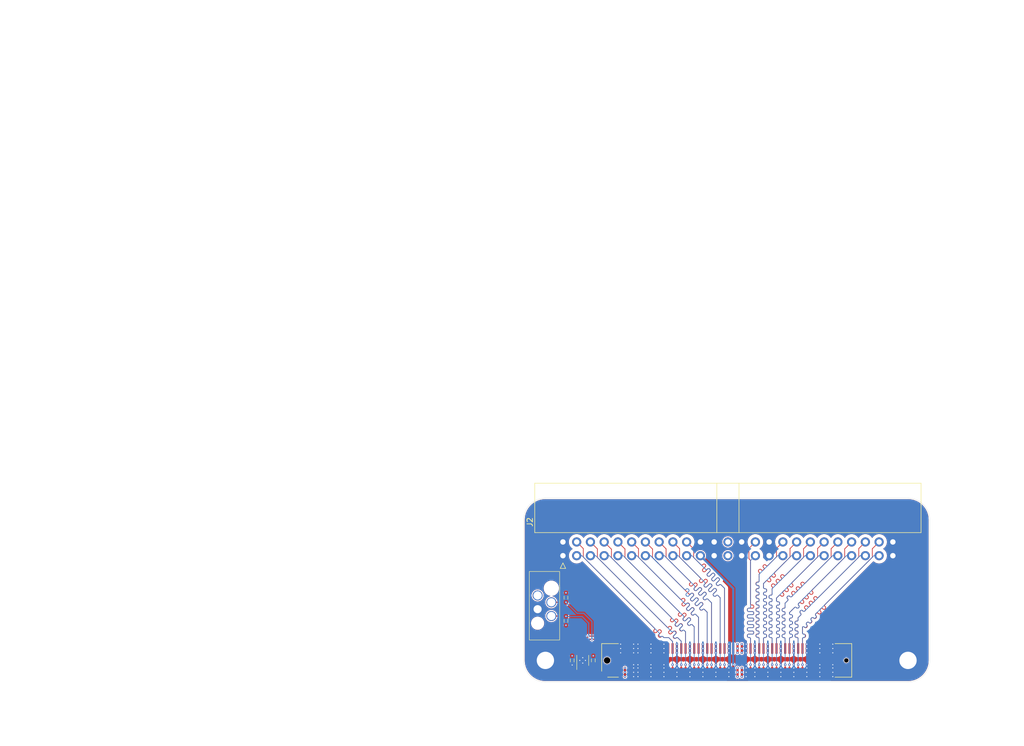
<source format=kicad_pcb>
(kicad_pcb (version 20240108) (generator "pcbnew") (generator_version "8.0")
  (title_block (title "Squishy - SCSI HVD IDC 50 Connector Module") (date "2024-09-17") (rev "1") (company "Shrine Maiden Heavy Industries") (comment 1 "License: CERN-OHL-S") (comment 2 "© 2024 Aki 'lethalbit' Van Ness, et. al.") (comment 3 "No warranty expressed or implied") (comment 4 "Squishy - SCSI Multitool"))
  (layers (0 "F.Cu" signal) (1 "In1.Cu" signal) (2 "In2.Cu" signal) (3 "In3.Cu" signal) (4 "In4.Cu" signal) (31 "B.Cu" signal) (34 "B.Paste" user) (35 "F.Paste" user) (36 "B.SilkS" user "B.Silkscreen") (37 "F.SilkS" user "F.Silkscreen") (38 "B.Mask" user) (39 "F.Mask" user) (44 "Edge.Cuts" user))
  (net 0 "")
  (net 1 "GND")
  (net 4 "/PHY.ID_SCL")
  (net 5 "+3V3")
  (net 6 "/PHY.ID_SDA")
  (net 7 "/CON.DP14+")
  (net 8 "/CON.C{slash}D+")
  (net 9 "/CON.DB10-")
  (net 10 "/CON.DB4-")
  (net 11 "/CON.ACK+")
  (net 12 "/CON.TERMPWR")
  (net 13 "/CON.DP1+")
  (net 14 "/CON.BSY-")
  (net 15 "/CON.RST-")
  (net 16 "/CON.DB2-")
  (net 17 "/CON.BSY+")
  (net 18 "/CON.DB5+")
  (net 19 "/CON.ATN-")
  (net 20 "/CON.DP0+")
  (net 21 "/CON.SEL+")
  (net 22 "/CON.ATN+")
  (net 23 "/CON.DB9-")
  (net 24 "/CON.SEL-")
  (net 25 "/CON.DB9+")
  (net 26 "/CON.DB0-")
  (net 27 "/CON.DB11+")
  (net 28 "/CON.DB7+")
  (net 29 "/CON.DP1-")
  (net 30 "/CON.DB5-")
  (net 31 "/CON.REQ-")
  (net 32 "/CON.DB1-")
  (net 33 "/CON.DB13+")
  (net 34 "/CON.REQ+")
  (net 35 "/CON.DB3-")
  (net 36 "/CON.DB8+")
  (net 37 "/CON.DB13-")
  (net 38 "/CON.DB15-")
  (net 39 "/CON.MSG+")
  (net 40 "/CON.DB11-")
  (net 41 "/CON.DP12+")
  (net 42 "/CON.DB3+")
  (net 43 "/CON.ACK-")
  (net 44 "/CON.DIFFSENSE")
  (net 45 "/CON.I{slash}O+")
  (net 46 "/CON.I{slash}O-")
  (net 47 "/CON.DB4+")
  (net 48 "/CON.DB15+")
  (net 49 "/CON.DB6-")
  (net 50 "/CON.DP14-")
  (net 51 "/CON.RST+")
  (net 52 "/CON.DB8-")
  (net 53 "/CON.DB10+")
  (net 54 "/CON.MSG-")
  (net 55 "/CON.DB6+")
  (net 56 "/CON.C{slash}D-")
  (net 57 "/CON.DB7-")
  (net 58 "/CON.DP12-")
  (net 59 "/CON.DB1+")
  (net 60 "/CON.DP0-")
  (net 61 "/CON.DB2+")
  (net 62 "/CON.DB0+")
  (net 63 "Net-(U1-E0)")
  (footprint "lethalbit-connectors:1014457-10x80xLF" (layer "F.Cu") (at 147.5 136 180)
    (property "Reference" "J1" (hide yes))
    (property "Value" "SCSI PHY Mezz")
  )
  (footprint "rhais_rcl:R0603" (layer "F.Cu") (at 117.8 128.7 90)
    (property "Reference" "R3")
    (property "Value" "4k7" (hide yes))
  )
  (footprint "rhais_rcl:R0603" (layer "F.Cu") (at 117.8 124.4 -90)
    (property "Reference" "R2")
    (property "Value" "4k7" (hide yes))
  )
  (footprint "PCM_kikit:Tab" (layer "F.Cu") (at 185 131 180)
    (property "Reference" "REF**" (hide yes))
    (property "Value" "Tab")
  )
  (footprint "PCM_kikit:Tab" (layer "F.Cu") (at 174 140 90)
    (property "Reference" "REF**" (hide yes))
    (property "Value" "Tab")
  )
  (footprint "rhais_rcl:C0603" (layer "F.Cu") (at 118.95 136 90)
    (property "Reference" "C1")
    (property "Value" "100n" (hide yes))
  )
  (footprint "PCM_kikit:Tab" (layer "F.Cu") (at 121 106 -90)
    (property "Reference" "REF**" (hide yes))
    (property "Value" "Tab")
  )
  (footprint "MountingHole:MountingHole_3.2mm_M3_Pad" (layer "F.Cu") (at 181 136)
    (property "Reference" "H4" (hide yes))
    (property "Value" "MountingHole" (hide yes))
  )
  (footprint "PCM_kikit:Tab" (layer "F.Cu") (at 110 131)
    (property "Reference" "REF**" (hide yes))
    (property "Value" "Tab")
  )
  (footprint "PCM_kikit:Tab" (layer "F.Cu") (at 174 106 -90)
    (property "Reference" "REF**" (hide yes))
    (property "Value" "Tab")
  )
  (footprint "PCM_kikit:Tab" (layer "F.Cu") (at 110 115)
    (property "Reference" "REF**" (hide yes))
    (property "Value" "Tab")
  )
  (footprint "PCM_kikit:Tab" (layer "F.Cu") (at 185 115 180)
    (property "Reference" "REF**" (hide yes))
    (property "Value" "Tab")
  )
  (footprint "rhais_rcl:R0603" (layer "F.Cu") (at 122.85 136 90)
    (property "Reference" "R1")
    (property "Value" "10k" (hide yes))
  )
  (footprint "lethalbit-memory:ST_UFDFPN-8-1EP_2x3mm_P0.5mm_EP1.6x1.6mm" (layer "F.Cu") (at 120.9 136 90)
    (property "Reference" "U1")
    (property "Value" "M24C02-RMC" (hide yes))
  )
  (footprint "pkl_connectors_wuerth:490107670412-d" (layer "F.Cu") (at 112.56 123.99 90)
    (property "Reference" "J3")
    (property "Value" "Conn_01x04")
  )
  (footprint "MountingHole:MountingHole_3.2mm_M3_Pad" (layer "F.Cu") (at 114 136)
    (property "Reference" "H3" (hide yes))
    (property "Value" "MountingHole" (hide yes))
  )
  (footprint "PCM_kikit:Tab" (layer "F.Cu") (at 121 140 90)
    (property "Reference" "REF**" (hide yes))
    (property "Value" "Tab")
  )
  (footprint "Connector_IDC:IDC-Header_2x25_P2.54mm_Horizontal" (layer "F.Cu") (at 117.24 116.64 90)
    (property "Reference" "J2")
    (property "Value" "Conn_02x25_Odd_Even")
  )
  (gr_line (start 181 106) (end 114 106) (stroke (width 0.05)) (layer "Edge.Cuts"))
  (gr_line (start 114 140) (end 181 140) (stroke (width 0.05)) (layer "Edge.Cuts"))
  (gr_arc (start 110 110) (mid 111.171573 107.171573) (end 114 106) (stroke (width 0.05)) (layer "Edge.Cuts"))
  (gr_line (start 185 136) (end 185 110) (stroke (width 0.05)) (layer "Edge.Cuts"))
  (gr_arc (start 185 136) (mid 183.828427 138.828427) (end 181 140) (stroke (width 0.05)) (layer "Edge.Cuts"))
  (gr_arc (start 181 106) (mid 183.828427 107.171573) (end 185 110) (stroke (width 0.05)) (layer "Edge.Cuts"))
  (gr_line (start 110 136) (end 110 110) (stroke (width 0.05)) (layer "Edge.Cuts"))
  (gr_arc (start 114 140) (mid 111.171573 138.828427) (end 110 136) (stroke (width 0.05)) (layer "Edge.Cuts"))
  (via (at 164.7 134.6) (size 0.45) (drill 0.2) (layers "F.Cu" "B.Cu") (net 1))
  (via (at 162.3 138.2) (size 0.45) (drill 0.2) (layers "F.Cu" "B.Cu") (net 1))
  (via (at 135.9 138.2) (size 0.45) (drill 0.2) (layers "F.Cu" "B.Cu") (net 1))
  (via (at 131.1 139) (size 0.45) (drill 0.2) (layers "F.Cu" "B.Cu") (net 1))
  (via (at 155.1 137.4) (size 0.45) (drill 0.2) (layers "F.Cu" "B.Cu") (net 1))
  (via (at 167.1 136.8) (size 0.45) (drill 0.2) (layers "F.Cu" "B.Cu") (net 1))
  (via (at 145.5 133.8) (size 0.45) (drill 0.2) (layers "F.Cu" "B.Cu") (net 1))
  (via (at 145.5 138.2) (size 0.45) (drill 0.2) (layers "F.Cu" "B.Cu") (net 1))
  (via (at 140.7 133) (size 0.45) (drill 0.2) (layers "F.Cu" "B.Cu") (net 1))
  (via (at 135.9 133.8) (size 0.45) (drill 0.2) (layers "F.Cu" "B.Cu") (net 1))
  (via (at 120.35 136) (size 0.45) (drill 0.2) (layers "F.Cu" "B.Cu") (net 1))
  (via (at 138.3 133.8) (size 0.45) (drill 0.2) (layers "F.Cu" "B.Cu") (net 1))
  (via (at 157.5 136.8) (size 0.45) (drill 0.2) (layers "F.Cu" "B.Cu") (net 1))
  (via (at 133.5 137.4) (size 0.45) (drill 0.2) (layers "F.Cu" "B.Cu") (net 1))
  (via (at 157.5 137.4) (size 0.45) (drill 0.2) (layers "F.Cu" "B.Cu") (net 1))
  (via (at 145.5 133) (size 0.45) (drill 0.2) (layers "F.Cu" "B.Cu") (net 1))
  (via (at 152.7 138.2) (size 0.45) (drill 0.2) (layers "F.Cu" "B.Cu") (net 1))
  (via (at 131.1 134.6) (size 0.45) (drill 0.2) (layers "F.Cu" "B.Cu") (net 1))
  (via (at 164.7 138.2) (size 0.45) (drill 0.2) (layers "F.Cu" "B.Cu") (net 1))
  (via (at 131.1 137.4) (size 0.45) (drill 0.2) (layers "F.Cu" "B.Cu") (net 1))
  (via (at 147.9 134.6) (size 0.45) (drill 0.2) (layers "F.Cu" "B.Cu") (net 1))
  (via (at 121.4 136) (size 0.45) (drill 0.2) (layers "F.Cu" "B.Cu") (net 1))
  (via (at 135.9 136.8) (size 0.45) (drill 0.2) (layers "F.Cu" "B.Cu") (net 1))
  (via (at 159.9 133) (size 0.45) (drill 0.2) (layers "F.Cu" "B.Cu") (net 1))
  (via (at 145.5 134.6) (size 0.45) (drill 0.2) (layers "F.Cu" "B.Cu") (net 1))
  (via (at 151.1 139) (size 0.45) (drill 0.2) (layers "F.Cu" "B.Cu") (net 1))
  (via (at 143.1 139) (size 0.45) (drill 0.2) (layers "F.Cu" "B.Cu") (net 1))
  (via (at 120.9 135.5) (size 0.45) (drill 0.2) (layers "F.Cu" "B.Cu") (net 1))
  (via (at 151.1 137.4) (size 0.45) (drill 0.2) (layers "F.Cu" "B.Cu") (net 1))
  (via (at 135.9 137.4) (size 0.45) (drill 0.2) (layers "F.Cu" "B.Cu") (net 1))
  (via (at 151.1 133.8) (size 0.45) (drill 0.2) (layers "F.Cu" "B.Cu") (net 1))
  (via (at 133.5 134.6) (size 0.45) (drill 0.2) (layers "F.Cu" "B.Cu") (net 1))
  (via (at 140.7 136.8) (size 0.45) (drill 0.2) (layers "F.Cu" "B.Cu") (net 1))
  (via (at 140.7 133.8) (size 0.45) (drill 0.2) (layers "F.Cu" "B.Cu") (net 1))
  (via (at 157.5 133.8) (size 0.45) (drill 0.2) (layers "F.Cu" "B.Cu") (net 1))
  (via (at 145.5 139) (size 0.45) (drill 0.2) (layers "F.Cu" "B.Cu") (net 1))
  (via (at 130.3 136.8) (size 0.45) (drill 0.2) (layers "F.Cu" "B.Cu") (net 1))
  (via (at 159.9 138.2) (size 0.45) (drill 0.2) (layers "F.Cu" "B.Cu") (net 1))
  (via (at 143.1 133) (size 0.45) (drill 0.2) (layers "F.Cu" "B.Cu") (net 1))
  (via (at 131.1 133) (size 0.45) (drill 0.2) (layers "F.Cu" "B.Cu") (net 1))
  (via (at 143.1 133.8) (size 0.45) (drill 0.2) (layers "F.Cu" "B.Cu") (net 1))
  (via (at 138.3 136.8) (size 0.45) (drill 0.2) (layers "F.Cu" "B.Cu") (net 1))
  (via (at 155.1 136.8) (size 0.45) (drill 0.2) (layers "F.Cu" "B.Cu") (net 1))
  (via (at 157.5 134.6) (size 0.45) (drill 0.2) (layers "F.Cu" "B.Cu") (net 1))
  (via (at 130.3 133.8) (size 0.45) (drill 0.2) (layers "F.Cu" "B.Cu") (net 1))
  (via (at 155.1 139) (size 0.45) (drill 0.2) (layers "F.Cu" "B.Cu") (net 1))
  (via (at 164.7 139) (size 0.45) (drill 0.2) (layers "F.Cu" "B.Cu") (net 1))
  (via (at 131.1 138.2) (size 0.45) (drill 0.2) (layers "F.Cu" "B.Cu") (net 1))
  (via (at 133.5 133.8) (size 0.45) (drill 0.2) (layers "F.Cu" "B.Cu") (net 1))
  (via (at 164.7 137.4) (size 0.45) (drill 0.2) (layers "F.Cu" "B.Cu") (net 1))
  (via (at 162.3 139) (size 0.45) (drill 0.2) (layers "F.Cu" "B.Cu") (net 1))
  (via (at 140.7 134.6) (size 0.45) (drill 0.2) (layers "F.Cu" "B.Cu") (net 1))
  (via (at 151.1 138.2) (size 0.45) (drill 0.2) (layers "F.Cu" "B.Cu") (net 1))
  (via (at 152.7 134.6) (size 0.45) (drill 0.2) (layers "F.Cu" "B.Cu") (net 1))
  (via (at 164.7 133.8) (size 0.45) (drill 0.2) (layers "F.Cu" "B.Cu") (net 1))
  (via (at 147.9 133.8) (size 0.45) (drill 0.2) (layers "F.Cu" "B.Cu") (net 1))
  (via (at 159.9 137.4) (size 0.45) (drill 0.2) (layers "F.Cu" "B.Cu") (net 1))
  (via (at 147.9 133) (size 0.45) (drill 0.2) (layers "F.Cu" "B.Cu") (net 1))
  (via (at 162.3 136.8) (size 0.45) (drill 0.2) (layers "F.Cu" "B.Cu") (net 1))
  (via (at 145.5 137.4) (size 0.45) (drill 0.2) (layers "F.Cu" "B.Cu") (net 1))
  (via (at 159.9 133.8) (size 0.45) (drill 0.2) (layers "F.Cu" "B.Cu") (net 1))
  (via (at 151.1 133) (size 0.45) (drill 0.2) (layers "F.Cu" "B.Cu") (net 1))
  (via (at 133.5 133) (size 0.45) (drill 0.2) (layers "F.Cu" "B.Cu") (net 1))
  (via (at 130.3 133) (size 0.45) (drill 0.2) (layers "F.Cu" "B.Cu") (net 1))
  (via (at 155.1 133) (size 0.45) (drill 0.2) (layers "F.Cu" "B.Cu") (net 1))
  (via (at 140.7 138.2) (size 0.45) (drill 0.2) (layers "F.Cu" "B.Cu") (net 1))
  (via (at 162.3 137.4) (size 0.45) (drill 0.2) (layers "F.Cu" "B.Cu") (net 1))
  (via (at 167.1 134.6) (size 0.45) (drill 0.2) (layers "F.Cu" "B.Cu") (net 1))
  (via (at 143.1 137.4) (size 0.45) (drill 0.2) (layers "F.Cu" "B.Cu") (net 1))
  (via (at 167.1 133) (size 0.45) (drill 0.2) (layers "F.Cu" "B.Cu") (net 1))
  (via (at 140.7 139) (size 0.45) (drill 0.2) (layers "F.Cu" "B.Cu") (net 1))
  (via (at 152.7 133) (size 0.45) (drill 0.2) (layers "F.Cu" "B.Cu") (net 1))
  (via (at 133.5 138.2) (size 0.45) (drill 0.2) (layers "F.Cu" "B.Cu") (net 1))
  (via (at 130.3 134.6) (size 0.45) (drill 0.2) (layers "F.Cu" "B.Cu") (net 1))
  (via (at 162.3 133.8) (size 0.45) (drill 0.2) (layers "F.Cu" "B.Cu") (net 1))
  (via (at 127.9 134.6) (size 0.45) (drill 0.2) (layers "F.Cu" "B.Cu") (net 1))
  (via (at 147.9 138.2) (size 0.45) (drill 0.2) (layers "F.Cu" "B.Cu") (net 1))
  (via (at 138.3 139) (size 0.45) (drill 0.2) (layers "F.Cu" "B.Cu") (net 1))
  (via (at 159.9 139) (size 0.45) (drill 0.2) (layers "F.Cu" "B.Cu") (net 1))
  (via (at 159.9 136.8) (size 0.45) (drill 0.2) (layers "F.Cu" "B.Cu") (net 1))
  (via (at 152.7 137.4) (size 0.45) (drill 0.2) (layers "F.Cu" "B.Cu") (net 1))
  (via (at 140.7 137.4) (size 0.45) (drill 0.2) (layers "F.Cu" "B.Cu") (net 1))
  (via (at 138.3 134.6) (size 0.45) (drill 0.2) (layers "F.Cu" "B.Cu") (net 1))
  (via (at 145.5 136.8) (size 0.45) (drill 0.2) (layers "F.Cu" "B.Cu") (net 1))
  (via (at 130.3 138.2) (size 0.45) (drill 0.2) (layers "F.Cu" "B.Cu") (net 1))
  (via (at 162.3 133) (size 0.45) (drill 0.2) (layers "F.Cu" "B.Cu") (net 1))
  (via (at 164.7 136.8) (size 0.45) (drill 0.2) (layers "F.Cu" "B.Cu") (net 1))
  (via (at 138.3 137.4) (size 0.45) (drill 0.2) (layers "F.Cu" "B.Cu") (net 1))
  (via (at 147.9 139) (size 0.45) (drill 0.2) (layers "F.Cu" "B.Cu") (net 1))
  (via (at 147.9 137.4) (size 0.45) (drill 0.2) (layers "F.Cu" "B.Cu") (net 1))
  (via (at 133.5 139) (size 0.45) (drill 0.2) (layers "F.Cu" "B.Cu") (net 1))
  (via (at 167.1 139) (size 0.45) (drill 0.2) (layers "F.Cu" "B.Cu") (net 1))
  (via (at 164.7 133) (size 0.45) (drill 0.2) (layers "F.Cu" "B.Cu") (net 1))
  (via (at 127.9 133.8) (size 0.45) (drill 0.2) (layers "F.Cu" "B.Cu") (net 1))
  (via (at 152.7 139) (size 0.45) (drill 0.2) (layers "F.Cu" "B.Cu") (net 1))
  (via (at 143.1 136.8) (size 0.45) (drill 0.2) (layers "F.Cu" "B.Cu") (net 1))
  (via (at 151.1 134.6) (size 0.45) (drill 0.2) (layers "F.Cu" "B.Cu") (net 1))
  (via (at 138.3 138.2) (size 0.45) (drill 0.2) (layers "F.Cu" "B.Cu") (net 1))
  (via (at 155.1 134.6) (size 0.45) (drill 0.2) (layers "F.Cu" "B.Cu") (net 1))
  (via (at 157.5 138.2) (size 0.45) (drill 0.2) (layers "F.Cu" "B.Cu") (net 1))
  (via (at 131.1 136.8) (size 0.45) (drill 0.2) (layers "F.Cu" "B.Cu") (net 1))
  (via (at 133.5 136.8) (size 0.45) (drill 0.2) (layers "F.Cu" "B.Cu") (net 1))
  (via (at 147.9 136.8) (size 0.45) (drill 0.2) (layers "F.Cu" "B.Cu") (net 1))
  (via (at 143.1 138.2) (size 0.45) (drill 0.2) (layers "F.Cu" "B.Cu") (net 1))
  (via (at 131.1 133.8) (size 0.45) (drill 0.2) (layers "F.Cu" "B.Cu") (net 1))
  (via (at 143.1 134.6) (size 0.45) (drill 0.2) (layers "F.Cu" "B.Cu") (net 1))
  (via (at 155.1 133.8) (size 0.45) (drill 0.2) (layers "F.Cu" "B.Cu") (net 1))
  (via (at 135.9 134.6) (size 0.45) (drill 0.2) (layers "F.Cu" "B.Cu") (net 1))
  (via (at 130.3 137.4) (size 0.45) (drill 0.2) (layers "F.Cu" "B.Cu") (net 1))
  (via (at 135.9 133) (size 0.45) (drill 0.2) (layers "F.Cu" "B.Cu") (net 1))
  (via (at 135.9 139) (size 0.45) (drill 0.2) (layers "F.Cu" "B.Cu") (net 1))
  (via (at 138.3 133) (size 0.45) (drill 0.2) (layers "F.Cu" "B.Cu") (net 1))
  (via (at 155.1 138.2) (size 0.45) (drill 0.2) (layers "F.Cu" "B.Cu") (net 1))
  (via (at 159.9 134.6) (size 0.45) (drill 0.2) (layers "F.Cu" "B.Cu") (net 1))
  (via (at 120.9 136.5) (size 0.45) (drill 0.2) (layers "F.Cu" "B.Cu") (net 1))
  (via (at 152.7 133.8) (size 0.45) (drill 0.2) (layers "F.Cu" "B.Cu") (net 1))
  (via (at 152.7 136.8) (size 0.45) (drill 0.2) (layers "F.Cu" "B.Cu") (net 1))
  (via (at 167.1 133.8) (size 0.45) (drill 0.2) (layers "F.Cu" "B.Cu") (net 1))
  (via (at 157.5 139) (size 0.45) (drill 0.2) (layers "F.Cu" "B.Cu") (net 1))
  (via (at 127.9 133) (size 0.45) (drill 0.2) (layers "F.Cu" "B.Cu") (net 1))
  (via (at 162.3 134.6) (size 0.45) (drill 0.2) (layers "F.Cu" "B.Cu") (net 1))
  (via (at 167.1 137.4) (size 0.45) (drill 0.2) (layers "F.Cu" "B.Cu") (net 1))
  (via (at 130.3 139) (size 0.45) (drill 0.2) (layers "F.Cu" "B.Cu") (net 1))
  (via (at 167.1 138.2) (size 0.45) (drill 0.2) (layers "F.Cu" "B.Cu") (net 1))
  (via (at 151.1 136.8) (size 0.45) (drill 0.2) (layers "F.Cu" "B.Cu") (net 1))
  (via (at 157.5 133) (size 0.45) (drill 0.2) (layers "F.Cu" "B.Cu") (net 1))
  (via (at 118.95 136.85) (size 0.45) (drill 0.2) (layers "F.Cu" "B.Cu") (net 1))
  (segment (start 117.4 127.8) (end 115.1 127.8) (width 0.2) (layer "F.Cu") (net 4))
  (segment (start 121.15 134.6) (end 121.15 132.35) (width 0.2) (layer "F.Cu") (net 4))
  (segment (start 128.5 131.5) (end 129.5 132.5) (width 0.2) (layer "F.Cu") (net 4))
  (segment (start 117.8 127.85) (end 117.45 127.85) (width 0.2) (layer "F.Cu") (net 4))
  (segment (start 122 131.5) (end 128.5 131.5) (width 0.2) (layer "F.Cu") (net 4))
  (segment (start 117.45 127.85) (end 117.4 127.8) (width 0.2) (layer "F.Cu") (net 4))
  (segment (start 121.15 132.35) (end 122 131.5) (width 0.2) (layer "F.Cu") (net 4))
  (segment (start 129.5 132.5) (end 129.5 133.8) (width 0.2) (layer "F.Cu") (net 4))
  (via (at 117.8 127.85) (size 0.45) (drill 0.2) (layers "F.Cu" "B.Cu") (net 4))
  (via (at 122 131.5) (size 0.45) (drill 0.2) (layers "F.Cu" "B.Cu") (net 4))
  (segment (start 120.8 127.9) (end 117.85 127.9) (width 0.2) (layer "B.Cu") (net 4))
  (segment (start 117.85 127.9) (end 117.8 127.85) (width 0.2) (layer "B.Cu") (net 4))
  (segment (start 122 129.1) (end 120.8 127.9) (width 0.2) (layer "B.Cu") (net 4))
  (segment (start 122 131.5) (end 122 129.1) (width 0.2) (layer "B.Cu") (net 4))
  (segment (start 120.149999 134.6) (end 119.5 134.6) (width 0.3) (layer "F.Cu") (net 5))
  (segment (start 119.5 134.6) (end 118.95 135.15) (width 0.3) (layer "F.Cu") (net 5))
  (via (at 128.7 138.2) (size 0.45) (drill 0.2) (layers "F.Cu" "B.Cu") (net 5))
  (via (at 117.8 123.5) (size 0.45) (drill 0.2) (layers "F.Cu" "B.Cu") (net 5))
  (via (at 117.8 129.5) (size 0.45) (drill 0.2) (layers "F.Cu" "B.Cu") (net 5))
  (via (at 118.95 135.15) (size 0.45) (drill 0.2) (layers "F.Cu" "B.Cu") (net 5))
  (via (at 128.7 139) (size 0.45) (drill 0.2) (layers "F.Cu" "B.Cu") (net 5))
  (via (at 128.7 137.4) (size 0.45) (drill 0.2) (layers "F.Cu" "B.Cu") (net 5))
  (via (at 122.85 135.15) (size 0.45) (drill 0.2) (layers "F.Cu" "B.Cu") (net 5))
  (segment (start 122.1 132.1) (end 121.650001 132.549999) (width 0.2) (layer "F.Cu") (net 6))
  (segment (start 128.7 132.5) (end 128.3 132.1) (width 0.2) (layer "F.Cu") (net 6))
  (segment (start 121.650001 132.549999) (end 121.650001 134.6) (width 0.2) (layer "F.Cu") (net 6))
  (segment (start 117.8 125.25) (end 115.11 125.25) (width 0.2) (layer "F.Cu") (net 6))
  (segment (start 122.4 132.1) (end 122.1 132.1) (width 0.2) (layer "F.Cu") (net 6))
  (segment (start 115.11 125.25) (end 115.1 125.26) (width 0.2) (layer "F.Cu") (net 6))
  (segment (start 128.7 133.800001) (end 128.7 132.5) (width 0.2) (layer "F.Cu") (net 6))
  (segment (start 128.3 132.1) (end 122.4 132.1) (width 0.2) (layer "F.Cu") (net 6))
  (via (at 117.8 125.25) (size 0.45) (drill 0.2) (layers "F.Cu" "B.Cu") (net 6))
  (via (at 122.6 132.1) (size 0.45) (drill 0.2) (layers "F.Cu" "B.Cu") (net 6))
  (segment (start 122.6 128.8) (end 121.1 127.3) (width 0.2) (layer "B.Cu") (net 6))
  (segment (start 119.85 127.3) (end 117.8 125.25) (width 0.2) (layer "B.Cu") (net 6))
  (segment (start 122.6 132.1) (end 122.6 128.8) (width 0.2) (layer "B.Cu") (net 6))
  (segment (start 121.1 127.3) (end 119.85 127.3) (width 0.2) (layer "B.Cu") (net 6))
  (segment (start 159.1 138.2) (end 159.1 136.8) (width 0.1275) (layer "F.Cu") (net 8))
  (via (at 159.1 136.8) (size 0.45) (drill 0.2) (layers "F.Cu" "B.Cu") (net 8))
  (segment (start 159.65694 129.103389) (end 159.65694 128.983389) (width 0.1275) (layer "B.Cu") (net 8))
  (segment (start 168.115618 118.139462) (end 168.265408 117.989672) (width 0.1275) (layer "B.Cu") (net 8))
  (segment (start 159.1 127.303389) (end 159.1 127.183389) (width 0.1275) (layer "B.Cu") (net 8))
  (segment (start 159.41694 127.543389) (end 159.34 127.543389) (width 0.1275) (layer "B.Cu") (net 8))
  (segment (start 159.34 131.743389) (end 159.41694 131.743389) (width 0.1275) (layer "B.Cu") (net 8))
  (segment (start 169.61508 116.64) (end 170.58 116.64) (width 0.1275) (layer "B.Cu") (net 8))
  (segment (start 160.358649 126.235842) (end 160.413063 126.290256) (width 0.1275) (layer "B.Cu") (net 8))
  (segment (start 159.1 130.903389) (end 159.1 130.783389) (width 0.1275) (layer "B.Cu") (net 8))
  (segment (start 159.1 129.703389) (end 159.1 129.583389) (width 0.1275) (layer "B.Cu") (net 8))
  (segment (start 160.782911 125.472165) (end 160.867766 125.387313) (width 0.1275) (layer "B.Cu") (net 8))
  (segment (start 159.34 130.543389) (end 159.41694 130.543389) (width 0.1275) (layer "B.Cu") (net 8))
  (segment (start 159.41694 128.743389) (end 159.34 128.743389) (width 0.1275) (layer "B.Cu") (net 8))
  (segment (start 159.559619 126.695461) (end 160.019238 126.235842) (width 0.1275) (layer "B.Cu") (net 8))
  (segment (start 159.65694 131.503389) (end 159.65694 131.383389) (width 0.1275) (layer "B.Cu") (net 8))
  (segment (start 159.41694 131.143389) (end 159.34 131.143389) (width 0.1275) (layer "B.Cu") (net 8))
  (segment (start 168.265408 117.989672) (end 169.61508 116.64) (width 0.1275) (layer "B.Cu") (net 8))
  (segment (start 159.1 127.15508) (end 159.559619 126.695461) (width 0.1275) (layer "B.Cu") (net 8))
  (segment (start 160.837326 125.865991) (end 160.782911 125.811576) (width 0.1275) (layer "B.Cu") (net 8))
  (segment (start 159.1 127.183389) (end 159.1 127.15508) (width 0.1275) (layer "B.Cu") (net 8))
  (segment (start 159.1 128.503389) (end 159.1 128.383389) (width 0.1275) (layer "B.Cu") (net 8))
  (segment (start 159.1 136.8) (end 159.1 131.983389) (width 0.1275) (layer "B.Cu") (net 8))
  (segment (start 160.867766 125.387313) (end 168.115618 118.139462) (width 0.1275) (layer "B.Cu") (net 8))
  (segment (start 159.65694 130.303389) (end 159.65694 130.183389) (width 0.1275) (layer "B.Cu") (net 8))
  (segment (start 160.752474 126.290256) (end 160.837326 126.205403) (width 0.1275) (layer "B.Cu") (net 8))
  (segment (start 159.65694 127.903389) (end 159.65694 127.783389) (width 0.1275) (layer "B.Cu") (net 8))
  (segment (start 159.34 128.143389) (end 159.41694 128.143389) (width 0.1275) (layer "B.Cu") (net 8))
  (segment (start 159.41694 129.943389) (end 159.34 129.943389) (width 0.1275) (layer "B.Cu") (net 8))
  (segment (start 159.34 129.343389) (end 159.41694 129.343389) (width 0.1275) (layer "B.Cu") (net 8))
  (arc (start 159.41694 131.743389) (mid 159.586646 131.673095) (end 159.65694 131.503389) (width 0.1275) (layer "B.Cu") (net 8))
  (arc (start 159.1 130.783389) (mid 159.170294 130.613683) (end 159.34 130.543389) (width 0.1275) (layer "B.Cu") (net 8))
  (arc (start 160.413063 126.290256) (mid 160.582769 126.36055) (end 160.752474 126.290256) (width 0.1275) (layer "B.Cu") (net 8))
  (arc (start 159.41694 128.143389) (mid 159.586646 128.073095) (end 159.65694 127.903389) (width 0.1275) (layer "B.Cu") (net 8))
  (arc (start 160.019238 126.235842) (mid 160.188943 126.165548) (end 160.358649 126.235842) (width 0.1275) (layer "B.Cu") (net 8))
  (arc (start 159.41694 129.343389) (mid 159.586646 129.273095) (end 159.65694 129.103389) (width 0.1275) (layer "B.Cu") (net 8))
  (arc (start 160.782911 125.811576) (mid 160.712616 125.641871) (end 160.782911 125.472165) (width 0.1275) (layer "B.Cu") (net 8))
  (arc (start 159.34 128.743389) (mid 159.170294 128.673095) (end 159.1 128.503389) (width 0.1275) (layer "B.Cu") (net 8))
  (arc (start 159.1 131.983389) (mid 159.170294 131.813683) (end 159.34 131.743389) (width 0.1275) (layer "B.Cu") (net 8))
  (arc (start 159.41694 130.543389) (mid 159.586646 130.473095) (end 159.65694 130.303389) (width 0.1275) (layer "B.Cu") (net 8))
  (arc (start 159.1 129.583389) (mid 159.170294 129.413683) (end 159.34 129.343389) (width 0.1275) (layer "B.Cu") (net 8))
  (arc (start 159.65694 127.783389) (mid 159.586646 127.613683) (end 159.41694 127.543389) (width 0.1275) (layer "B.Cu") (net 8))
  (arc (start 159.65694 128.983389) (mid 159.586646 128.813683) (end 159.41694 128.743389) (width 0.1275) (layer "B.Cu") (net 8))
  (arc (start 159.65694 130.183389) (mid 159.586646 130.013683) (end 159.41694 129.943389) (width 0.1275) (layer "B.Cu") (net 8))
  (arc (start 159.1 128.383389) (mid 159.170294 128.213683) (end 159.34 128.143389) (width 0.1275) (layer "B.Cu") (net 8))
  (arc (start 160.837326 126.205403) (mid 160.907621 126.035697) (end 160.837326 125.865991) (width 0.1275) (layer "B.Cu") (net 8))
  (arc (start 159.34 127.543389) (mid 159.170294 127.473095) (end 159.1 127.303389) (width 0.1275) (layer "B.Cu") (net 8))
  (arc (start 159.34 131.143389) (mid 159.170294 131.073095) (end 159.1 130.903389) (width 0.1275) (layer "B.Cu") (net 8))
  (arc (start 159.34 129.943389) (mid 159.170294 129.873095) (end 159.1 129.703389) (width 0.1275) (layer "B.Cu") (net 8))
  (arc (start 159.65694 131.383389) (mid 159.586646 131.213683) (end 159.41694 131.143389) (width 0.1275) (layer "B.Cu") (net 8))
  (segment (start 140.127072 126.308978) (end 140.350485 126.085566) (width 0.1275) (layer "F.Cu") (net 10))
  (segment (start 138.907982 124.643063) (end 138.82313 124.558211) (width 0.1275) (layer "F.Cu") (net 10))
  (segment (start 141.453579 127.528072) (end 141.399896 127.581752) (width 0.1275) (layer "F.Cu") (net 10))
  (segment (start 131.2 116.935081) (end 131.2 115.36) (width 0.1275) (layer "F.Cu") (net 10))
  (segment (start 139.725335 124.67424) (end 139.640482 124.589387) (width 0.1275) (layer "F.Cu") (net 10))
  (segment (start 138.82313 124.558211) (end 132.258404 117.993485) (width 0.1275) (layer "F.Cu") (net 10))
  (segment (start 141.060486 127.581753) (end 140.975631 127.496898) (width 0.1275) (layer "F.Cu") (net 10))
  (segment (start 140.350485 126.085566) (end 140.350486 126.085567) (width 0.1275) (layer "F.Cu") (net 10))
  (segment (start 141.029311 127.103803) (end 141.199017 126.934097) (width 0.1275) (layer "F.Cu") (net 10))
  (segment (start 140.99819 126.286395) (end 140.774752 126.509832) (width 0.1275) (layer "F.Cu") (net 10))
  (segment (start 139.926219 125.6613) (end 139.92622 125.661301) (width 0.1275) (layer "F.Cu") (net 10))
  (segment (start 139.278574 125.46041) (end 139.501952 125.237033) (width 0.1275) (layer "F.Cu") (net 10))
  (segment (start 140.975631 127.157486) (end 141.029311 127.103803) (width 0.1275) (layer "F.Cu") (net 10))
  (segment (start 139.363431 125.884678) (end 139.278575 125.799822) (width 0.1275) (layer "F.Cu") (net 10))
  (segment (start 142.3 128.035081) (end 141.792991 127.528072) (width 0.1275) (layer "F.Cu") (net 10))
  (segment (start 131.2 115.36) (end 129.94 114.1) (width 0.1275) (layer "F.Cu") (net 10))
  (segment (start 139.501952 125.237033) (end 139.501953 125.237034) (width 0.1275) (layer "F.Cu") (net 10))
  (segment (start 141.199017 126.934097) (end 141.199019 126.9341) (width 0.1275) (layer "F.Cu") (net 10))
  (segment (start 141.199019 126.9341) (end 141.422456 126.710662) (width 0.1275) (layer "F.Cu") (net 10))
  (segment (start 140.774753 126.509834) (end 140.551339 126.733245) (width 0.1275) (layer "F.Cu") (net 10))
  (segment (start 140.774752 126.509832) (end 140.774753 126.509834) (width 0.1275) (layer "F.Cu") (net 10))
  (segment (start 139.30107 124.589387) (end 139.247393 124.643063) (width 0.1275) (layer "F.Cu") (net 10))
  (segment (start 140.14963 125.43789) (end 139.926219 125.6613) (width 0.1275) (layer "F.Cu") (net 10))
  (segment (start 132.258404 117.993485) (end 131.2 116.935081) (width 0.1275) (layer "F.Cu") (net 10))
  (segment (start 140.211929 126.733246) (end 140.127073 126.64839) (width 0.1275) (layer "F.Cu") (net 10))
  (segment (start 142.3 133.8) (end 142.3 128.035081) (width 0.1275) (layer "F.Cu") (net 10))
  (segment (start 139.501953 125.237034) (end 139.671658 125.067328) (width 0.1275) (layer "F.Cu") (net 10))
  (segment (start 140.573896 125.522745) (end 140.489041 125.43789) (width 0.1275) (layer "F.Cu") (net 10))
  (segment (start 140.350486 126.085567) (end 140.573896 125.862156) (width 0.1275) (layer "F.Cu") (net 10))
  (segment (start 141.422456 126.37125) (end 141.337601 126.286395) (width 0.1275) (layer "F.Cu") (net 10))
  (segment (start 139.671658 125.067328) (end 139.725335 125.013651) (width 0.1275) (layer "F.Cu") (net 10))
  (segment (start 139.92622 125.661301) (end 139.702841 125.884677) (width 0.1275) (layer "F.Cu") (net 10))
  (arc (start 141.422456 126.710662) (mid 141.492751 126.540956) (end 141.422456 126.37125) (width 0.1275) (layer "F.Cu") (net 10))
  (arc (start 139.247393 124.643063) (mid 139.077687 124.713358) (end 138.907982 124.643063) (width 0.1275) (layer "F.Cu") (net 10))
  (arc (start 140.573896 125.862156) (mid 140.644191 125.69245) (end 140.573896 125.522745) (width 0.1275) (layer "F.Cu") (net 10))
  (arc (start 139.640482 124.589387) (mid 139.470776 124.519092) (end 139.30107 124.589387) (width 0.1275) (layer "F.Cu") (net 10))
  (arc (start 139.725335 125.013651) (mid 139.79563 124.843945) (end 139.725335 124.67424) (width 0.1275) (layer "F.Cu") (net 10))
  (arc (start 140.975631 127.496898) (mid 140.905335 127.327191) (end 140.975631 127.157486) (width 0.1275) (layer "F.Cu") (net 10))
  (arc (start 141.337601 126.286395) (mid 141.167896 126.2161) (end 140.99819 126.286395) (width 0.1275) (layer "F.Cu") (net 10))
  (arc (start 140.551339 126.733245) (mid 140.381634 126.803541) (end 140.211929 126.733246) (width 0.1275) (layer "F.Cu") (net 10))
  (arc (start 139.702841 125.884677) (mid 139.533136 125.954973) (end 139.363431 125.884678) (width 0.1275) (layer "F.Cu") (net 10))
  (arc (start 140.489041 125.43789) (mid 140.319336 125.367595) (end 140.14963 125.43789) (width 0.1275) (layer "F.Cu") (net 10))
  (arc (start 141.792991 127.528072) (mid 141.623284 127.457776) (end 141.453579 127.528072) (width 0.1275) (layer "F.Cu") (net 10))
  (arc (start 139.278575 125.799822) (mid 139.20828 125.630117) (end 139.278574 125.46041) (width 0.1275) (layer "F.Cu") (net 10))
  (arc (start 140.127073 126.64839) (mid 140.056778 126.478685) (end 140.127072 126.308978) (width 0.1275) (layer "F.Cu") (net 10))
  (arc (start 141.399896 127.581752) (mid 141.230191 127.652048) (end 141.060486 127.581753) (width 0.1275) (layer "F.Cu") (net 10))
  (segment (start 154.3 138.2) (end 154.3 136.8) (width 0.1275) (layer "F.Cu") (net 11))
  (via (at 154.3 136.8) (size 0.45) (drill 0.2) (layers "F.Cu" "B.Cu") (net 11))
  (segment (start 154.864078 123.12) (end 154.864078 123) (width 0.1275) (layer "B.Cu") (net 11))
  (segment (start 159.455082 116.64) (end 160.42 116.64) (width 0.1275) (layer "B.Cu") (net 11))
  (segment (start 154.864093 129.12) (end 154.864093 129) (width 0.1275) (layer "B.Cu") (net 11))
  (segment (start 154.864078 124.32) (end 154.864078 124.2) (width 0.1275) (layer "B.Cu") (net 11))
  (segment (start 154.3 122.52) (end 154.3 122.4) (width 0.1275) (layer "B.Cu") (net 11))
  (segment (start 154.54 123.36) (end 154.624078 123.36) (width 0.1275) (layer "B.Cu") (net 11))
  (segment (start 154.624078 122.76) (end 154.54 122.76) (width 0.1275) (layer "B.Cu") (net 11))
  (segment (start 158.116901 117.978181) (end 159.455082 116.64) (width 0.1275) (layer "B.Cu") (net 11))
  (segment (start 154.54 125.76) (end 154.624093 125.76) (width 0.1275) (layer "B.Cu") (net 11))
  (segment (start 154.54 130.56) (end 154.624093 130.56) (width 0.1275) (layer "B.Cu") (net 11))
  (segment (start 154.624093 129.96) (end 154.54 129.96) (width 0.1275) (layer "B.Cu") (net 11))
  (segment (start 154.54 129.36) (end 154.624093 129.36) (width 0.1275) (layer "B.Cu") (net 11))
  (segment (start 154.54 126.96) (end 154.624093 126.96) (width 0.1275) (layer "B.Cu") (net 11))
  (segment (start 154.3 128.52) (end 154.3 128.4) (width 0.1275) (layer "B.Cu") (net 11))
  (segment (start 154.624093 126.36) (end 154.54 126.36) (width 0.1275) (layer "B.Cu") (net 11))
  (segment (start 154.624078 123.96) (end 154.54 123.96) (width 0.1275) (layer "B.Cu") (net 11))
  (segment (start 154.3 121.795082) (end 158.116901 117.978181) (width 0.1275) (layer "B.Cu") (net 11))
  (segment (start 154.3 130.92) (end 154.3 130.8) (width 0.1275) (layer "B.Cu") (net 11))
  (segment (start 154.624093 127.56) (end 154.54 127.56) (width 0.1275) (layer "B.Cu") (net 11))
  (segment (start 154.864093 127.92) (end 154.864093 127.8) (width 0.1275) (layer "B.Cu") (net 11))
  (segment (start 154.864093 131.52) (end 154.864093 131.4) (width 0.1275) (layer "B.Cu") (net 11))
  (segment (start 154.3 126.12) (end 154.3 126) (width 0.1275) (layer "B.Cu") (net 11))
  (segment (start 154.3 124.92) (end 154.3 124.8) (width 0.1275) (layer "B.Cu") (net 11))
  (segment (start 154.864093 130.32) (end 154.864093 130.2) (width 0.1275) (layer "B.Cu") (net 11))
  (segment (start 154.54 124.56) (end 154.624078 124.56) (width 0.1275) (layer "B.Cu") (net 11))
  (segment (start 154.3 122.4) (end 154.3 121.795082) (width 0.1275) (layer "B.Cu") (net 11))
  (segment (start 154.624093 125.16) (end 154.54 125.16) (width 0.1275) (layer "B.Cu") (net 11))
  (segment (start 154.3 136.8) (end 154.3 132) (width 0.1275) (layer "B.Cu") (net 11))
  (segment (start 154.864093 126.72) (end 154.864093 126.6) (width 0.1275) (layer "B.Cu") (net 11))
  (segment (start 154.3 127.32) (end 154.3 127.2) (width 0.1275) (layer "B.Cu") (net 11))
  (segment (start 154.624093 131.16) (end 154.54 131.16) (width 0.1275) (layer "B.Cu") (net 11))
  (segment (start 154.3 129.72) (end 154.3 129.6) (width 0.1275) (layer "B.Cu") (net 11))
  (segment (start 154.54 131.76) (end 154.624093 131.76) (width 0.1275) (layer "B.Cu") (net 11))
  (segment (start 154.864093 125.52) (end 154.864093 125.4) (width 0.1275) (layer "B.Cu") (net 11))
  (segment (start 154.3 123.72) (end 154.3 123.6) (width 0.1275) (layer "B.Cu") (net 11))
  (segment (start 154.624093 128.76) (end 154.54 128.76) (width 0.1275) (layer "B.Cu") (net 11))
  (segment (start 154.54 128.16) (end 154.624093 128.16) (width 0.1275) (layer "B.Cu") (net 11))
  (arc (start 154.3 128.4) (mid 154.370294 128.230294) (end 154.54 128.16) (width 0.1275) (layer "B.Cu") (net 11))
  (arc (start 154.864093 131.4) (mid 154.793799 131.230294) (end 154.624093 131.16) (width 0.1275) (layer "B.Cu") (net 11))
  (arc (start 154.864093 126.6) (mid 154.793799 126.430294) (end 154.624093 126.36) (width 0.1275) (layer "B.Cu") (net 11))
  (arc (start 154.3 126) (mid 154.370294 125.830294) (end 154.54 125.76) (width 0.1275) (layer "B.Cu") (net 11))
  (arc (start 154.3 132) (mid 154.370294 131.830294) (end 154.54 131.76) (width 0.1275) (layer "B.Cu") (net 11))
  (arc (start 154.864078 124.2) (mid 154.793784 124.030294) (end 154.624078 123.96) (width 0.1275) (layer "B.Cu") (net 11))
  (arc (start 154.54 131.16) (mid 154.370294 131.089706) (end 154.3 130.92) (width 0.1275) (layer "B.Cu") (net 11))
  (arc (start 154.624093 128.16) (mid 154.793799 128.089706) (end 154.864093 127.92) (width 0.1275) (layer "B.Cu") (net 11))
  (arc (start 154.3 129.6) (mid 154.370294 129.430294) (end 154.54 129.36) (width 0.1275) (layer "B.Cu") (net 11))
  (arc (start 154.3 124.8) (mid 154.370294 124.630294) (end 154.54 124.56) (width 0.1275) (layer "B.Cu") (net 11))
  (arc (start 154.54 123.96) (mid 154.370294 123.889706) (end 154.3 123.72) (width 0.1275) (layer "B.Cu") (net 11))
  (arc (start 154.54 128.76) (mid 154.370294 128.689706) (end 154.3 128.52) (width 0.1275) (layer "B.Cu") (net 11))
  (arc (start 154.54 125.16) (mid 154.370294 125.089706) (end 154.3 124.92) (width 0.1275) (layer "B.Cu") (net 11))
  (arc (start 154.3 123.6) (mid 154.370294 123.430294) (end 154.54 123.36) (width 0.1275) (layer "B.Cu") (net 11))
  (arc (start 154.864093 127.8) (mid 154.793799 127.630294) (end 154.624093 127.56) (width 0.1275) (layer "B.Cu") (net 11))
  (arc (start 154.864093 130.2) (mid 154.793799 130.030294) (end 154.624093 129.96) (width 0.1275) (layer "B.Cu") (net 11))
  (arc (start 154.54 126.36) (mid 154.370294 126.289706) (end 154.3 126.12) (width 0.1275) (layer "B.Cu") (net 11))
  (arc (start 154.624078 124.56) (mid 154.793784 124.489706) (end 154.864078 124.32) (width 0.1275) (layer "B.Cu") (net 11))
  (arc (start 154.624078 123.36) (mid 154.793784 123.289706) (end 154.864078 123.12) (width 0.1275) (layer "B.Cu") (net 11))
  (arc (start 154.624093 129.36) (mid 154.793799 129.289706) (end 154.864093 129.12) (width 0.1275) (layer "B.Cu") (net 11))
  (arc (start 154.624093 130.56) (mid 154.793799 130.489706) (end 154.864093 130.32) (width 0.1275) (layer "B.Cu") (net 11))
  (arc (start 154.864078 123) (mid 154.793784 122.830294) (end 154.624078 122.76) (width 0.1275) (layer "B.Cu") (net 11))
  (arc (start 154.54 129.96) (mid 154.370294 129.889706) (end 154.3 129.72) (width 0.1275) (layer "B.Cu") (net 11))
  (arc (start 154.864093 125.4) (mid 154.793799 125.230294) (end 154.624093 125.16) (width 0.1275) (layer "B.Cu") (net 11))
  (arc (start 154.54 122.76) (mid 154.370294 122.689706) (end 154.3 122.52) (width 0.1275) (layer "B.Cu") (net 11))
  (arc (start 154.624093 131.76) (mid 154.793799 131.689706) (end 154.864093 131.52) (width 0.1275) (layer "B.Cu") (net 11))
  (arc (start 154.54 127.56) (mid 154.370294 127.489706) (end 154.3 127.32) (width 0.1275) (layer "B.Cu") (net 11))
  (arc (start 154.3 127.2) (mid 154.370294 127.030294) (end 154.54 126.96) (width 0.1275) (layer "B.Cu") (net 11))
  (arc (start 154.624093 126.96) (mid 154.793799 126.889706) (end 154.864093 126.72) (width 0.1275) (layer "B.Cu") (net 11))
  (arc (start 154.3 130.8) (mid 154.370294 130.630294) (end 154.54 130.56) (width 0.1275) (layer "B.Cu") (net 11))
  (arc (start 154.864093 129) (mid 154.793799 128.830294) (end 154.624093 128.76) (width 0.1275) (layer "B.Cu") (net 11))
  (arc (start 154.624093 125.76) (mid 154.793799 125.689706) (end 154.864093 125.52) (width 0.1275) (layer "B.Cu") (net 11))
  (via (at 149.5 133.8) (size 0.45) (drill 0.2) (layers "F.Cu" "B.Cu") (net 12))
  (via (at 150.3 133.8) (size 0.45) (drill 0.2) (layers "F.Cu" "B.Cu") (net 12))
  (via (at 150.3 133) (size 0.45) (drill 0.2) (layers "F.Cu" "B.Cu") (net 12))
  (via (at 149.5 139) (size 0.45) (drill 0.2) (layers "F.Cu" "B.Cu") (net 12))
  (via (at 149.5 133) (size 0.45) (drill 0.2) (layers "F.Cu" "B.Cu") (net 12))
  (via (at 150.3 134.6) (size 0.45) (drill 0.2) (layers "F.Cu" "B.Cu") (net 12))
  (via (at 149.5 137.4) (size 0.45) (drill 0.2) (layers "F.Cu" "B.Cu") (net 12))
  (via (at 150.3 137.4) (size 0.45) (drill 0.2) (layers "F.Cu" "B.Cu") (net 12))
  (via (at 150.3 139) (size 0.45) (drill 0.2) (layers "F.Cu" "B.Cu") (net 12))
  (via (at 149.5 138.2) (size 0.45) (drill 0.2) (layers "F.Cu" "B.Cu") (net 12))
  (via (at 150.3 138.2) (size 0.45) (drill 0.2) (layers "F.Cu" "B.Cu") (net 12))
  (via (at 149.5 134.6) (size 0.45) (drill 0.2) (layers "F.Cu" "B.Cu") (net 12))
  (segment (start 152.906073 121.883719) (end 152.906073 121.763719) (width 0.1275) (layer "F.Cu") (net 14))
  (segment (start 153.5 120.513719) (end 153.5 120.05508) (width 0.1275) (layer "F.Cu") (net 14))
  (segment (start 153.26 126.923719) (end 153.146058 126.923719) (width 0.1275) (layer "F.Cu") (net 14))
  (segment (start 153.146058 131.123719) (end 153.26 131.123719) (width 0.1275) (layer "F.Cu") (net 14))
  (segment (start 153.26 129.323719) (end 153.146058 129.323719) (width 0.1275) (layer "F.Cu") (net 14))
  (segment (start 153.26 122.123719) (end 153.146073 122.123719) (width 0.1275) (layer "F.Cu") (net 14))
  (segment (start 152.906073 123.083719) (end 152.906073 122.963719) (width 0.1275) (layer "F.Cu") (net 14))
  (segment (start 155.53402 118.02106) (end 156.7 116.85508) (width 0.1275) (layer "F.Cu") (net 14))
  (segment (start 152.906058 130.283719) (end 152.906058 130.163719) (width 0.1275) (layer "F.Cu") (net 14))
  (segment (start 152.906058 127.883719) (end 152.906058 127.763719) (width 0.1275) (layer "F.Cu") (net 14))
  (segment (start 153.5 126.083719) (end 153.5 125.963719) (width 0.1275) (layer "F.Cu") (net 14))
  (segment (start 153.26 128.123719) (end 153.146058 128.123719) (width 0.1275) (layer "F.Cu") (net 14))
  (segment (start 153.5 133.8) (end 153.5 131.963719) (width 0.1275) (layer "F.Cu") (net 14))
  (segment (start 154.263678 119.291405) (end 154.34853 119.206551) (width 0.1275) (layer "F.Cu") (net 14))
  (segment (start 153.146073 123.923719) (end 153.26 123.923719) (width 0.1275) (layer "F.Cu") (net 14))
  (segment (start 153.146058 127.523719) (end 153.26 127.523719) (width 0.1275) (layer "F.Cu") (net 14))
  (segment (start 153.146073 122.723719) (end 153.26 122.723719) (width 0.1275) (layer "F.Cu") (net 14))
  (segment (start 152.906058 131.483719) (end 152.906058 131.363719) (width 0.1275) (layer "F.Cu") (net 14))
  (segment (start 153.5 130.883719) (end 153.5 130.763719) (width 0.1275) (layer "F.Cu") (net 14))
  (segment (start 153.26 130.523719) (end 153.146058 130.523719) (width 0.1275) (layer "F.Cu") (net 14))
  (segment (start 156.7 116.85508) (end 156.7 115.28) (width 0.1275) (layer "F.Cu") (net 14))
  (segment (start 153.5 124.883719) (end 153.5 124.763719) (width 0.1275) (layer "F.Cu") (net 14))
  (segment (start 154.348531 118.867138) (end 154.268003 118.78661) (width 0.1275) (layer "F.Cu") (net 14))
  (segment (start 153.5 121.163719) (end 153.5 120.513719) (width 0.1275) (layer "F.Cu") (net 14))
  (segment (start 152.906058 125.483719) (end 152.906058 125.363719) (width 0.1275) (layer "F.Cu") (net 14))
  (segment (start 153.146058 128.723719) (end 153.26 128.723719) (width 0.1275) (layer "F.Cu") (net 14))
  (segment (start 153.500001 119.715668) (end 153.419443 119.63511) (width 0.1275) (layer "F.Cu") (net 14))
  (segment (start 153.419442 119.2957) (end 153.504297 119.210846) (width 0.1275) (layer "F.Cu") (net 14))
  (segment (start 153.5 123.683719) (end 153.5 123.563719) (width 0.1275) (layer "F.Cu") (net 14))
  (segment (start 153.5 129.683719) (end 153.5 129.563719) (width 0.1275) (layer "F.Cu") (net 14))
  (segment (start 154.34853 119.206551) (end 154.34853 119.20655) (width 0.1275) (layer "F.Cu") (net 14))
  (segment (start 153.5 127.283719) (end 153.5 127.163719) (width 0.1275) (layer "F.Cu") (net 14))
  (segment (start 155.19706 118.358021) (end 155.53402 118.02106) (width 0.1275) (layer "F.Cu") (net 14))
  (segment (start 153.146058 126.323719) (end 153.26 126.323719) (width 0.1275) (layer "F.Cu") (net 14))
  (segment (start 155.112208 118.442875) (end 155.19706 118.358021) (width 0.1275) (layer "F.Cu") (net 14))
  (segment (start 153.26 125.723719) (end 153.146058 125.723719) (width 0.1275) (layer "F.Cu") (net 14))
  (segment (start 153.146058 129.923719) (end 153.26 129.923719) (width 0.1275) (layer "F.Cu") (net 14))
  (segment (start 153.26 131.723719) (end 153.146058 131.723719) (width 0.1275) (layer "F.Cu") (net 14))
  (segment (start 153.5 121.283719) (end 153.5 121.163719) (width 0.1275) (layer "F.Cu") (net 14))
  (segment (start 152.906058 129.083719) (end 152.906058 128.963719) (width 0.1275) (layer "F.Cu") (net 14))
  (segment (start 153.5 122.483719) (end 153.5 122.363719) (width 0.1275) (layer "F.Cu") (net 14))
  (segment (start 153.843707 119.210847) (end 153.924266 119.291406) (width 0.1275) (layer "F.Cu") (net 14))
  (segment (start 153.26 123.323719) (end 153.146073 123.323719) (width 0.1275) (layer "F.Cu") (net 14))
  (segment (start 156.7 115.28) (end 157.88 114.1) (width 0.1275) (layer "F.Cu") (net 14))
  (segment (start 154.692267 118.362347) (end 154.772796 118.442876) (width 0.1275) (layer "F.Cu") (net 14))
  (segment (start 153.5 128.483719) (end 153.5 128.363719) (width 0.1275) (layer "F.Cu") (net 14))
  (segment (start 153.26 124.523719) (end 153.146073 124.523719) (width 0.1275) (layer "F.Cu") (net 14))
  (segment (start 152.906073 124.283719) (end 152.906073 124.163719) (width 0.1275) (layer "F.Cu") (net 14))
  (segment (start 154.268002 118.4472) (end 154.352857 118.362346) (width 0.1275) (layer "F.Cu") (net 14))
  (segment (start 153.146073 121.523719) (end 153.26 121.523719) (width 0.1275) (layer "F.Cu") (net 14))
  (segment (start 152.906058 126.683719) (end 152.906058 126.563719) (width 0.1275) (layer "F.Cu") (net 14))
  (segment (start 153.146058 125.123719) (end 153.26 125.123719) (width 0.1275) (layer "F.Cu") (net 14))
  (arc (start 153.5 123.563719) (mid 153.429706 123.394013) (end 153.26 123.323719) (width 0.1275) (layer "F.Cu") (net 14))
  (arc (start 153.504297 119.210846) (mid 153.674002 119.140552) (end 153.843707 119.210847) (width 0.1275) (layer "F.Cu") (net 14))
  (arc (start 153.419443 119.63511) (mid 153.349149 119.465404) (end 153.419442 119.2957) (width 0.1275) (layer "F.Cu") (net 14))
  (arc (start 153.5 122.363719) (mid 153.429706 122.194013) (end 153.26 122.123719) (width 0.1275) (layer "F.Cu") (net 14))
  (arc (start 153.146058 130.523719) (mid 152.976352 130.453425) (end 152.906058 130.283719) (width 0.1275) (layer "F.Cu") (net 14))
  (arc (start 153.26 128.723719) (mid 153.429706 128.653425) (end 153.5 128.483719) (width 0.1275) (layer "F.Cu") (net 14))
  (arc (start 153.5 130.763719) (mid 153.429706 130.594013) (end 153.26 130.523719) (width 0.1275) (layer "F.Cu") (net 14))
  (arc (start 154.772796 118.442876) (mid 154.942501 118.513171) (end 155.112208 118.442875) (width 0.1275) (layer "F.Cu") (net 14))
  (arc (start 153.146058 125.723719) (mid 152.976352 125.653425) (end 152.906058 125.483719) (width 0.1275) (layer "F.Cu") (net 14))
  (arc (start 152.906058 127.763719) (mid 152.976352 127.594013) (end 153.146058 127.523719) (width 0.1275) (layer "F.Cu") (net 14))
  (arc (start 152.906058 125.363719) (mid 152.976352 125.194013) (end 153.146058 125.123719) (width 0.1275) (layer "F.Cu") (net 14))
  (arc (start 153.5 131.963719) (mid 153.429706 131.794013) (end 153.26 131.723719) (width 0.1275) (layer "F.Cu") (net 14))
  (arc (start 154.34853 119.20655) (mid 154.418825 119.036844) (end 154.348531 118.867138) (width 0.1275) (layer "F.Cu") (net 14))
  (arc (start 152.906073 121.763719) (mid 152.976367 121.594013) (end 153.146073 121.523719) (width 0.1275) (layer "F.Cu") (net 14))
  (arc (start 153.146073 123.323719) (mid 152.976367 123.253425) (end 152.906073 123.083719) (width 0.1275) (layer "F.Cu") (net 14))
  (arc (start 153.5 129.563719) (mid 153.429706 129.394013) (end 153.26 129.323719) (width 0.1275) (layer "F.Cu") (net 14))
  (arc (start 153.26 121.523719) (mid 153.429706 121.453425) (end 153.5 121.283719) (width 0.1275) (layer "F.Cu") (net 14))
  (arc (start 153.26 126.323719) (mid 153.429706 126.253425) (end 153.5 126.083719) (width 0.1275) (layer "F.Cu") (net 14))
  (arc (start 153.924266 119.291406) (mid 154.093971 119.361701) (end 154.263678 119.291405) (width 0.1275) (layer "F.Cu") (net 14))
  (arc (start 152.906058 130.163719) (mid 152.976352 129.994013) (end 153.146058 129.923719) (width 0.1275) (layer "F.Cu") (net 14))
  (arc (start 153.146058 126.923719) (mid 152.976352 126.853425) (end 152.906058 126.683719) (width 0.1275) (layer "F.Cu") (net 14))
  (arc (start 153.146073 124.523719) (mid 152.976367 124.453425) (end 152.906073 124.283719) (width 0.1275) (layer "F.Cu") (net 14))
  (arc (start 153.5 125.963719) (mid 153.429706 125.794013) (end 153.26 125.723719) (width 0.1275) (layer "F.Cu") (net 14))
  (arc (start 152.906058 126.563719) (mid 152.976352 126.394013) (end 153.146058 126.323719) (width 0.1275) (layer "F.Cu") (net 14))
  (arc (start 153.5 120.05508) (mid 153.570295 119.885374) (end 153.500001 119.715668) (width 0.1275) (layer "F.Cu") (net 14))
  (arc (start 153.26 129.923719) (mid 153.429706 129.853425) (end 153.5 129.683719) (width 0.1275) (layer "F.Cu") (net 14))
  (arc (start 153.5 127.163719) (mid 153.429706 126.994013) (end 153.26 126.923719) (width 0.1275) (layer "F.Cu") (net 14))
  (arc (start 153.146058 129.323719) (mid 152.976352 129.253425) (end 152.906058 129.083719) (width 0.1275) (layer "F.Cu") (net 14))
  (arc (start 153.5 128.363719) (mid 153.429706 128.194013) (end 153.26 128.123719) (width 0.1275) (layer "F.Cu") (net 14))
  (arc (start 153.5 124.763719) (mid 153.429706 124.594013) (end 153.26 124.523719) (width 0.1275) (layer "F.Cu") (net 14))
  (arc (start 153.26 122.723719) (mid 153.429706 122.653425) (end 153.5 122.483719) (width 0.1275) (layer "F.Cu") (net 14))
  (arc (start 153.26 131.123719) (mid 153.429706 131.053425) (end 153.5 130.883719) (width 0.1275) (layer "F.Cu") (net 14))
  (arc (start 154.352857 118.362346) (mid 154.522562 118.292052) (end 154.692267 118.362347) (width 0.1275) (layer "F.Cu") (net 14))
  (arc (start 153.26 125.123719) (mid 153.429706 125.053425) (end 153.5 124.883719) (width 0.1275) (layer "F.Cu") (net 14))
  (arc (start 153.146058 131.723719) (mid 152.976352 131.653425) (end 152.906058 131.483719) (width 0.1275) (layer "F.Cu") (net 14))
  (arc (start 153.26 127.523719) (mid 153.429706 127.453425) (end 153.5 127.283719) (width 0.1275) (layer "F.Cu") (net 14))
  (arc (start 152.906058 131.363719) (mid 152.976352 131.194013) (end 153.146058 131.123719) (width 0.1275) (layer "F.Cu") (net 14))
  (arc (start 153.26 123.923719) (mid 153.429706 123.853425) (end 153.5 123.683719) (width 0.1275) (layer "F.Cu") (net 14))
  (arc (start 152.906073 124.163719) (mid 152.976367 123.994013) (end 153.146073 123.923719) (width 0.1275) (layer "F.Cu") (net 14))
  (arc (start 152.906073 122.963719) (mid 152.976367 122.794013) (end 153.146073 122.723719) (width 0.1275) (layer "F.Cu") (net 14))
  (arc (start 153.146073 122.123719) (mid 152.976367 122.053425) (end 152.906073 121.883719) (width 0.1275) (layer "F.Cu") (net 14))
  (arc (start 153.146058 128.123719) (mid 152.976352 128.053425) (end 152.906058 127.883719) (width 0.1275) (layer "F.Cu") (net 14))
  (arc (start 152.906058 128.963719) (mid 152.976352 128.794013) (end 153.146058 128.723719) (width 0.1275) (layer "F.Cu") (net 14))
  (arc (start 154.268003 118.78661) (mid 154.197709 118.616904) (end 154.268002 118.4472) (width 0.1275) (layer "F.Cu") (net 14))
  (segment (start 155.9 129.712946) (end 155.9 129.592946) (width 0.1275) (layer "F.Cu") (net 15))
  (segment (start 155.66 125.752946) (end 155.562814 125.752946) (width 0.1275) (layer "F.Cu") (net 15))
  (segment (start 155.66 129.352946) (end 155.562814 129.352946) (width 0.1275) (layer "F.Cu") (net 15))
  (segment (start 155.562814 131.152946) (end 155.66 131.152946) (width 0.1275) (layer "F.Cu") (net 15))
  (segment (start 155.66 128.152946) (end 155.562814 128.152946) (width 0.1275) (layer "F.Cu") (net 15))
  (segment (start 157.59706 121.038022) (end 157.59706 121.038021) (width 0.1275) (layer "F.Cu") (net 15))
  (segment (start 155.562814 125.152946) (end 155.66 125.152946) (width 0.1275) (layer "F.Cu") (net 15))
  (segment (start 157.512208 121.122876) (end 157.59706 121.038022) (width 0.1275) (layer "F.Cu") (net 15))
  (segment (start 155.9 128.512946) (end 155.9 128.392946) (width 0.1275) (layer "F.Cu") (net 15))
  (segment (start 155.322814 131.512946) (end 155.322814 131.392946) (width 0.1275) (layer "F.Cu") (net 15))
  (segment (start 155.66 130.552946) (end 155.562814 130.552946) (width 0.1275) (layer "F.Cu") (net 15))
  (segment (start 155.9 130.912946) (end 155.9 130.792946) (width 0.1275) (layer "F.Cu") (net 15))
  (segment (start 155.9 127.312946) (end 155.9 127.192946) (width 0.1275) (layer "F.Cu") (net 15))
  (segment (start 155.66 131.752946) (end 155.562814 131.752946) (width 0.1275) (layer "F.Cu") (net 15))
  (segment (start 157.104094 121.054175) (end 157.172796 121.122877) (width 0.1275) (layer "F.Cu") (net 15))
  (segment (start 155.322814 125.512946) (end 155.322814 125.392946) (width 0.1275) (layer "F.Cu") (net 15))
  (segment (start 156.748531 121.547139) (end 156.67983 121.478438) (width 0.1275) (layer "F.Cu") (net 15))
  (segment (start 157.952616 120.205634) (end 158.021327 120.274345) (width 0.1275) (layer "F.Cu") (net 15))
  (segment (start 155.900001 122.395669) (end 155.831266 122.326934) (width 0.1275) (layer "F.Cu") (net 15))
  (segment (start 155.562814 126.352946) (end 155.66 126.352946) (width 0.1275) (layer "F.Cu") (net 15))
  (segment (start 155.9 124.912946) (end 155.9 124.792946) (width 0.1275) (layer "F.Cu") (net 15))
  (segment (start 158.360739 120.274345) (end 158.44559 120.189492) (width 0.1275) (layer "F.Cu") (net 15))
  (segment (start 155.322814 124.312946) (end 155.322814 124.192946) (width 0.1275) (layer "F.Cu") (net 15))
  (segment (start 156.25553 121.902671) (end 156.324266 121.971407) (width 0.1275) (layer "F.Cu") (net 15))
  (segment (start 155.9 122.942946) (end 155.9 122.735081) (width 0.1275) (layer "F.Cu") (net 15))
  (segment (start 155.322814 129.112946) (end 155.322814 128.992946) (width 0.1275) (layer "F.Cu") (net 15))
  (segment (start 155.562814 128.752946) (end 155.66 128.752946) (width 0.1275) (layer "F.Cu") (net 15))
  (segment (start 155.66 124.552946) (end 155.562814 124.552946) (width 0.1275) (layer "F.Cu") (net 15))
  (segment (start 155.831265 121.987524) (end 155.91612 121.90267) (width 0.1275) (layer "F.Cu") (net 15))
  (segment (start 155.9 123.712946) (end 155.9 123.592946) (width 0.1275) (layer "F.Cu") (net 15))
  (segment (start 156.74853 121.886552) (end 156.74853 121.886551) (width 0.1275) (layer "F.Cu") (net 15))
  (segment (start 155.322814 126.712946) (end 155.322814 126.592946) (width 0.1275) (layer "F.Cu") (net 15))
  (segment (start 157.528351 120.290487) (end 157.613204 120.205635) (width 0.1275) (layer "F.Cu") (net 15))
  (segment (start 155.322814 130.312946) (end 155.322814 130.192946) (width 0.1275) (layer "F.Cu") (net 15))
  (segment (start 155.562814 129.952946) (end 155.66 129.952946) (width 0.1275) (layer "F.Cu") (net 15))
  (segment (start 157.597061 120.698609) (end 157.528351 120.629899) (width 0.1275) (layer "F.Cu") (net 15))
  (segment (start 155.9 126.112946) (end 155.9 125.992946) (width 0.1275) (layer "F.Cu") (net 15))
  (segment (start 155.562814 123.952946) (end 155.66 123.952946) (width 0.1275) (layer "F.Cu") (net 15))
  (segment (start 155.562814 127.552946) (end 155.66 127.552946) (width 0.1275) (layer "F.Cu") (net 15))
  (segment (start 158.44559 120.189492) (end 160.602269 118.032812) (width 0.1275) (layer "F.Cu") (net 15))
  (segment (start 155.9 133.8) (end 155.9 131.992946) (width 0.1275) (layer "F.Cu") (net 15))
  (segment (start 156.679829 121.139028) (end 156.764684 121.054174) (width 0.1275) (layer "F.Cu") (net 15))
  (segment (start 160.640413 117.994668) (end 161.7 116.935081) (width 0.1275) (layer "F.Cu") (net 15))
  (segment (start 156.663678 121.971406) (end 156.74853 121.886552) (width 0.1275) (layer "F.Cu") (net 15))
  (segment (start 160.602269 118.032812) (end 160.640413 117.994668) (width 0.1275) (layer "F.Cu") (net 15))
  (segment (start 155.322814 127.912946) (end 155.322814 127.792946) (width 0.1275) (layer "F.Cu") (net 15))
  (segment (start 155.9 123.592946) (end 155.9 122.942946) (width 0.1275) (layer "F.Cu") (net 15))
  (segment (start 161.7 115.36) (end 162.96 114.1) (width 0.1275) (layer "F.Cu") (net 15))
  (segment (start 161.7 116.935081) (end 161.7 115.36) (width 0.1275) (layer "F.Cu") (net 15))
  (segment (start 155.66 126.952946) (end 155.562814 126.952946) (width 0.1275) (layer "F.Cu") (net 15))
  (arc (start 155.562814 126.952946) (mid 155.393108 126.882652) (end 155.322814 126.712946) (width 0.1275) (layer "F.Cu") (net 15))
  (arc (start 157.59706 121.038021) (mid 157.667355 120.868315) (end 157.597061 120.698609) (width 0.1275) (layer "F.Cu") (net 15))
  (arc (start 155.66 129.952946) (mid 155.829706 129.882652) (end 155.9 129.712946) (width 0.1275) (layer "F.Cu") (net 15))
  (arc (start 155.91612 121.90267) (mid 156.085825 121.832376) (end 156.25553 121.902671) (width 0.1275) (layer "F.Cu") (net 15))
  (arc (start 156.74853 121.886551) (mid 156.818825 121.716845) (end 156.748531 121.547139) (width 0.1275) (layer "F.Cu") (net 15))
  (arc (start 155.66 131.152946) (mid 155.829706 131.082652) (end 155.9 130.912946) (width 0.1275) (layer "F.Cu") (net 15))
  (arc (start 155.322814 128.992946) (mid 155.393108 128.82324) (end 155.562814 128.752946) (width 0.1275) (layer "F.Cu") (net 15))
  (arc (start 155.9 122.735081) (mid 155.970295 122.565375) (end 155.900001 122.395669) (width 0.1275) (layer "F.Cu") (net 15))
  (arc (start 155.66 123.952946) (mid 155.829706 123.882652) (end 155.9 123.712946) (width 0.1275) (layer "F.Cu") (net 15))
  (arc (start 155.562814 125.752946) (mid 155.393108 125.682652) (end 155.322814 125.512946) (width 0.1275) (layer "F.Cu") (net 15))
  (arc (start 155.66 125.152946) (mid 155.829706 125.082652) (end 155.9 124.912946) (width 0.1275) (layer "F.Cu") (net 15))
  (arc (start 155.9 125.992946) (mid 155.829706 125.82324) (end 155.66 125.752946) (width 0.1275) (layer "F.Cu") (net 15))
  (arc (start 157.528351 120.629899) (mid 157.458055 120.460194) (end 157.528351 120.290487) (width 0.1275) (layer "F.Cu") (net 15))
  (arc (start 156.324266 121.971407) (mid 156.493971 122.041702) (end 156.663678 121.971406) (width 0.1275) (layer "F.Cu") (net 15))
  (arc (start 155.66 127.552946) (mid 155.829706 127.482652) (end 155.9 127.312946) (width 0.1275) (layer "F.Cu") (net 15))
  (arc (start 155.562814 128.152946) (mid 155.393108 128.082652) (end 155.322814 127.912946) (width 0.1275) (layer "F.Cu") (net 15))
  (arc (start 155.831266 122.326934) (mid 155.760972 122.157228) (end 155.831265 121.987524) (width 0.1275) (layer "F.Cu") (net 15))
  (arc (start 156.67983 121.478438) (mid 156.609536 121.308732) (end 156.679829 121.139028) (width 0.1275) (layer "F.Cu") (net 15))
  (arc (start 155.322814 131.392946) (mid 155.393108 131.22324) (end 155.562814 131.152946) (width 0.1275) (layer "F.Cu") (net 15))
  (arc (start 155.9 129.592946) (mid 155.829706 129.42324) (end 155.66 129.352946) (width 0.1275) (layer "F.Cu") (net 15))
  (arc (start 155.562814 130.552946) (mid 155.393108 130.482652) (end 155.322814 130.312946) (width 0.1275) (layer "F.Cu") (net 15))
  (arc (start 155.322814 127.792946) (mid 155.393108 127.62324) (end 155.562814 127.552946) (width 0.1275) (layer "F.Cu") (net 15))
  (arc (start 157.172796 121.122877) (mid 157.342501 121.193172) (end 157.512208 121.122876) (width 0.1275) (layer "F.Cu") (net 15))
  (arc (start 155.562814 124.552946) (mid 155.393108 124.482652) (end 155.322814 124.312946) (width 0.1275) (layer "F.Cu") (net 15))
  (arc (start 155.66 128.752946) (mid 155.829706 128.682652) (end 155.9 128.512946) (width 0.1275) (layer "F.Cu") (net 15))
  (arc (start 155.9 124.792946) (mid 155.829706 124.62324) (end 155.66 124.552946) (width 0.1275) (layer "F.Cu") (net 15))
  (arc (start 155.9 131.992946) (mid 155.829706 131.82324) (end 155.66 131.752946) (width 0.1275) (layer "F.Cu") (net 15))
  (arc (start 155.322814 124.192946) (mid 155.393108 124.02324) (end 155.562814 123.952946) (width 0.1275) (layer "F.Cu") (net 15))
  (arc (start 155.562814 129.352946) (mid 155.393108 129.282652) (end 155.322814 129.112946) (width 0.1275) (layer "F.Cu") (net 15))
  (arc (start 155.322814 126.592946) (mid 155.393108 126.42324) (end 155.562814 126.352946) (width 0.1275) (layer "F.Cu") (net 15))
  (arc (start 155.322814 130.192946) (mid 155.393108 130.02324) (end 155.562814 129.952946) (width 0.1275) (layer "F.Cu") (net 15))
  (arc (start 158.021327 120.274345) (mid 158.191032 120.344641) (end 158.360739 120.274345) (width 0.1275) (layer "F.Cu") (net 15))
  (arc (start 155.66 126.352946) (mid 155.829706 126.282652) (end 155.9 126.112946) (width 0.1275) (layer "F.Cu") (net 15))
  (arc (start 155.9 130.792946) (mid 155.829706 130.62324) (end 155.66 130.552946) (width 0.1275) (layer "F.Cu") (net 15))
  (arc (start 155.9 127.192946) (mid 155.829706 127.02324) (end 155.66 126.952946) (width 0.1275) (layer "F.Cu") (net 15))
  (arc (start 155.562814 131.752946) (mid 155.393108 131.682652) (end 155.322814 131.512946) (width 0.1275) (layer "F.Cu") (net 15))
  (arc (start 155.322814 125.392946) (mid 155.393108 125.22324) (end 155.562814 125.152946) (width 0.1275) (layer "F.Cu") (net 15))
  (arc (start 156.764684 121.054174) (mid 156.934389 120.98388) (end 157.104094 121.054175) (width 0.1275) (layer "F.Cu") (net 15))
  (arc (start 157.613204 120.205635) (mid 157.782911 120.135339) (end 157.952616 120.205634) (width 0.1275) (layer "F.Cu") (net 15))
  (arc (start 155.9 128.392946) (mid 155.829706 128.22324) (end 155.66 128.152946) (width 0.1275) (layer "F.Cu") (net 15))
  (segment (start 139.066428 129.881509) (end 139.06643 129.881511) (width 0.1275) (layer "F.Cu") (net 16))
  (segment (start 137.199659 128.014739) (end 137.114808 127.929889) (width 0.1275) (layer "F.Cu") (net 16))
  (segment (start 126.2 115.44) (end 124.86 114.1) (width 0.1275) (layer "F.Cu") (net 16))
  (segment (start 138.642164 129.457245) (end 138.433203 129.666203) (width 0.1275) (layer "F.Cu") (net 16))
  (segment (start 138.093791 129.666203) (end 138.008935 129.581347) (width 0.1275) (layer "F.Cu") (net 16))
  (segment (start 137.623924 128.778416) (end 137.58467 128.81767) (width 0.1275) (layer "F.Cu") (net 16))
  (segment (start 137.160405 128.393405) (end 137.19966 128.354151) (width 0.1275) (layer "F.Cu") (net 16))
  (segment (start 137.79363 128.60871) (end 137.793631 128.608712) (width 0.1275) (layer "F.Cu") (net 16))
  (segment (start 139.06643 129.881511) (end 139.275384 129.672556) (width 0.1275) (layer "F.Cu") (net 16))
  (segment (start 137.245258 128.81767) (end 137.160405 128.732817) (width 0.1275) (layer "F.Cu") (net 16))
  (segment (start 138.426856 128.484606) (end 138.342001 128.399751) (width 0.1275) (layer "F.Cu") (net 16))
  (segment (start 139.32099 130.475483) (end 139.281748 130.514722) (width 0.1275) (layer "F.Cu") (net 16))
  (segment (start 138.896722 130.051215) (end 139.066428 129.881509) (width 0.1275) (layer "F.Cu") (net 16))
  (segment (start 138.217897 129.032978) (end 138.426856 128.824018) (width 0.1275) (layer "F.Cu") (net 16))
  (segment (start 126.2 117.015081) (end 126.2 115.44) (width 0.1275) (layer "F.Cu") (net 16))
  (segment (start 139.275384 129.333145) (end 139.190529 129.24829) (width 0.1275) (layer "F.Cu") (net 16))
  (segment (start 127.178061 117.993142) (end 126.2 117.015081) (width 0.1275) (layer "F.Cu") (net 16))
  (segment (start 138.00259 128.399751) (end 137.79363 128.60871) (width 0.1275) (layer "F.Cu") (net 16))
  (segment (start 138.851118 129.24829) (end 138.642163 129.457244) (width 0.1275) (layer "F.Cu") (net 16))
  (segment (start 138.642163 129.457244) (end 138.642164 129.457245) (width 0.1275) (layer "F.Cu") (net 16))
  (segment (start 139.9 130.715081) (end 139.660402 130.475483) (width 0.1275) (layer "F.Cu") (net 16))
  (segment (start 138.008936 129.241937) (end 138.217894 129.032976) (width 0.1275) (layer "F.Cu") (net 16))
  (segment (start 138.942336 130.514722) (end 138.857481 130.429867) (width 0.1275) (layer "F.Cu") (net 16))
  (segment (start 137.114808 127.929889) (end 127.178061 117.993142) (width 0.1275) (layer "F.Cu") (net 16))
  (segment (start 137.793631 128.608712) (end 137.623924 128.778416) (width 0.1275) (layer "F.Cu") (net 16))
  (segment (start 139.9 133.800001) (end 139.9 130.715081) (width 0.1275) (layer "F.Cu") (net 16))
  (segment (start 138.857481 130.090455) (end 138.896722 130.051215) (width 0.1275) (layer "F.Cu") (net 16))
  (segment (start 138.217894 129.032976) (end 138.217897 129.032978) (width 0.1275) (layer "F.Cu") (net 16))
  (arc (start 139.660402 130.475483) (mid 139.490695 130.405187) (end 139.32099 130.475483) (width 0.1275) (layer "F.Cu") (net 16))
  (arc (start 138.857481 130.429867) (mid 138.787187 130.260162) (end 138.857481 130.090455) (width 0.1275) (layer "F.Cu") (net 16))
  (arc (start 139.281748 130.514722) (mid 139.112043 130.585018) (end 138.942336 130.514722) (width 0.1275) (layer "F.Cu") (net 16))
  (arc (start 139.275384 129.672556) (mid 139.345679 129.50285) (end 139.275384 129.333145) (width 0.1275) (layer "F.Cu") (net 16))
  (arc (start 138.008935 129.581347) (mid 137.93864 129.411642) (end 138.008936 129.241937) (width 0.1275) (layer "F.Cu") (net 16))
  (arc (start 138.433203 129.666203) (mid 138.263498 129.736499) (end 138.093791 129.666203) (width 0.1275) (layer "F.Cu") (net 16))
  (arc (start 139.190529 129.24829) (mid 139.020824 129.177995) (end 138.851118 129.24829) (width 0.1275) (layer "F.Cu") (net 16))
  (arc (start 138.426856 128.824018) (mid 138.497151 128.654312) (end 138.426856 128.484606) (width 0.1275) (layer "F.Cu") (net 16))
  (arc (start 137.58467 128.81767) (mid 137.414965 128.887966) (end 137.245258 128.81767) (width 0.1275) (layer "F.Cu") (net 16))
  (arc (start 137.160405 128.732817) (mid 137.090111 128.563112) (end 137.160405 128.393405) (width 0.1275) (layer "F.Cu") (net 16))
  (arc (start 137.19966 128.354151) (mid 137.269954 128.184444) (end 137.199659 128.014739) (width 0.1275) (layer "F.Cu") (net 16))
  (arc (start 138.342001 128.399751) (mid 138.172296 128.329456) (end 138.00259 128.399751) (width 0.1275) (layer "F.Cu") (net 16))
  (segment (start 153.5 138.2) (end 153.5 136.8) (width 0.1275) (layer "F.Cu") (net 17))
  (via (at 153.5 136.8) (size 0.45) (drill 0.2) (layers "F.Cu" "B.Cu") (net 17))
  (segment (start 152.935652 129.12) (end 152.935652 129) (width 0.1275) (layer "B.Cu") (net 17))
  (segment (start 153.175648 122.76) (end 153.26 122.76) (width 0.1275) (layer "B.Cu") (net 17))
  (segment (start 153.26 129.36) (end 153.175652 129.36) (width 0.1275) (layer "B.Cu") (net 17))
  (segment (start 152.935648 123.12) (end 152.935648 123) (width 0.1275) (layer "B.Cu") (net 17))
  (segment (start 153.5 130.92) (end 153.5 130.8) (width 0.1275) (layer "B.Cu") (net 17))
  (segment (start 153.5 121.32) (end 153.5 121.2) (width 0.1275) (layer "B.Cu") (net 17))
  (segment (start 153.26 128.16) (end 153.17565 128.16) (width 0.1275) (layer "B.Cu") (net 17))
  (segment (start 153.17565 125.16) (end 153.26 125.16) (width 0.1275) (layer "B.Cu") (net 17))
  (segment (start 152.935652 124.32) (end 152.935652 124.2) (width 0.1275) (layer "B.Cu") (net 17))
  (segment (start 155.573669 117.981411) (end 156.91508 116.64) (width 0.1275) (layer "B.Cu") (net 17))
  (segment (start 153.26 125.76) (end 153.17565 125.76) (width 0.1275) (layer "B.Cu") (net 17))
  (segment (start 153.5 122.52) (end 153.5 122.4) (width 0.1275) (layer "B.Cu") (net 17))
  (segment (start 153.5 120.05508) (end 155.573669 117.981411) (width 0.1275) (layer "B.Cu") (net 17))
  (segment (start 153.5 126.12) (end 153.5 126) (width 0.1275) (layer "B.Cu") (net 17))
  (segment (start 153.5 124.92) (end 153.5 124.8) (width 0.1275) (layer "B.Cu") (net 17))
  (segment (start 156.91508 116.64) (end 157.880001 116.64) (width 0.1275) (layer "B.Cu") (net 17))
  (segment (start 152.935652 131.52) (end 152.935652 131.4) (width 0.1275) (layer "B.Cu") (net 17))
  (segment (start 153.175652 128.76) (end 153.26 128.76) (width 0.1275) (layer "B.Cu") (net 17))
  (segment (start 153.175652 131.16) (end 153.26 131.16) (width 0.1275) (layer "B.Cu") (net 17))
  (segment (start 153.5 136.8) (end 153.5 132) (width 0.1275) (layer "B.Cu") (net 17))
  (segment (start 153.5 127.32) (end 153.5 127.2) (width 0.1275) (layer "B.Cu") (net 17))
  (segment (start 153.26 130.56) (end 153.175652 130.56) (width 0.1275) (layer "B.Cu") (net 17))
  (segment (start 153.5 123.72) (end 153.5 123.6) (width 0.1275) (layer "B.Cu") (net 17))
  (segment (start 153.26 131.76) (end 153.175652 131.76) (width 0.1275) (layer "B.Cu") (net 17))
  (segment (start 153.17565 127.56) (end 153.26 127.56) (width 0.1275) (layer "B.Cu") (net 17))
  (segment (start 152.935652 121.92) (end 152.935652 121.8) (width 0.1275) (layer "B.Cu") (net 17))
  (segment (start 152.93565 127.92) (end 152.93565 127.8) (width 0.1275) (layer "B.Cu") (net 17))
  (segment (start 153.26 122.16) (end 153.175652 122.16) (width 0.1275) (layer "B.Cu") (net 17))
  (segment (start 153.26 124.56) (end 153.175652 124.56) (width 0.1275) (layer "B.Cu") (net 17))
  (segment (start 153.5 129.72) (end 153.5 129.6) (width 0.1275) (layer "B.Cu") (net 17))
  (segment (start 152.935652 130.32) (end 152.935652 130.2) (width 0.1275) (layer "B.Cu") (net 17))
  (segment (start 153.5 121.2) (end 153.5 120.05508) (width 0.1275) (layer "B.Cu") (net 17))
  (segment (start 153.5 128.52) (end 153.5 128.4) (width 0.1275) (layer "B.Cu") (net 17))
  (segment (start 153.26 123.36) (end 153.175648 123.36) (width 0.1275) (layer "B.Cu") (net 17))
  (segment (start 152.935652 126.72) (end 152.935652 126.6) (width 0.1275) (layer "B.Cu") (net 17))
  (segment (start 153.175652 129.96) (end 153.26 129.96) (width 0.1275) (layer "B.Cu") (net 17))
  (segment (start 153.175652 121.56) (end 153.26 121.56) (width 0.1275) (layer "B.Cu") (net 17))
  (segment (start 153.175652 123.96) (end 153.26 123.96) (width 0.1275) (layer "B.Cu") (net 17))
  (segment (start 153.26 126.96) (end 153.175652 126.96) (width 0.1275) (layer "B.Cu") (net 17))
  (segment (start 152.93565 125.52) (end 152.93565 125.4) (width 0.1275) (layer "B.Cu") (net 17))
  (segment (start 153.175652 126.36) (end 153.26 126.36) (width 0.1275) (layer "B.Cu") (net 17))
  (arc (start 152.93565 127.8) (mid 153.005944 127.630294) (end 153.17565 127.56) (width 0.1275) (layer "B.Cu") (net 17))
  (arc (start 153.5 123.6) (mid 153.429706 123.430294) (end 153.26 123.36) (width 0.1275) (layer "B.Cu") (net 17))
  (arc (start 152.935652 121.8) (mid 153.005946 121.630294) (end 153.175652 121.56) (width 0.1275) (layer "B.Cu") (net 17))
  (arc (start 153.5 132) (mid 153.429706 131.830294) (end 153.26 131.76) (width 0.1275) (layer "B.Cu") (net 17))
  (arc (start 153.26 122.76) (mid 153.429706 122.689706) (end 153.5 122.52) (width 0.1275) (layer "B.Cu") (net 17))
  (arc (start 152.935652 131.4) (mid 153.005946 131.230294) (end 153.175652 131.16) (width 0.1275) (layer "B.Cu") (net 17))
  (arc (start 153.175648 123.36) (mid 153.005942 123.289706) (end 152.935648 123.12) (width 0.1275) (layer "B.Cu") (net 17))
  (arc (start 152.935652 129) (mid 153.005946 128.830294) (end 153.175652 128.76) (width 0.1275) (layer "B.Cu") (net 17))
  (arc (start 153.26 129.96) (mid 153.429706 129.889706) (end 153.5 129.72) (width 0.1275) (layer "B.Cu") (net 17))
  (arc (start 153.5 126) (mid 153.429706 125.830294) (end 153.26 125.76) (width 0.1275) (layer "B.Cu") (net 17))
  (arc (start 153.26 128.76) (mid 153.429706 128.689706) (end 153.5 128.52) (width 0.1275) (layer "B.Cu") (net 17))
  (arc (start 152.935652 124.2) (mid 153.005946 124.030294) (end 153.175652 123.96) (width 0.1275) (layer "B.Cu") (net 17))
  (arc (start 152.935652 130.2) (mid 153.005946 130.030294) (end 153.175652 129.96) (width 0.1275) (layer "B.Cu") (net 17))
  (arc (start 152.935648 123) (mid 153.005942 122.830294) (end 153.175648 122.76) (width 0.1275) (layer "B.Cu") (net 17))
  (arc (start 153.26 131.16) (mid 153.429706 131.089706) (end 153.5 130.92) (width 0.1275) (layer "B.Cu") (net 17))
  (arc (start 153.26 125.16) (mid 153.429706 125.089706) (end 153.5 124.92) (width 0.1275) (layer "B.Cu") (net 17))
  (arc (start 153.175652 126.96) (mid 153.005946 126.889706) (end 152.935652 126.72) (width 0.1275) (layer "B.Cu") (net 17))
  (arc (start 153.5 130.8) (mid 153.429706 130.630294) (end 153.26 130.56) (width 0.1275) (layer "B.Cu") (net 17))
  (arc (start 153.175652 129.36) (mid 153.005946 129.289706) (end 152.935652 129.12) (width 0.1275) (layer "B.Cu") (net 17))
  (arc (start 153.26 121.56) (mid 153.429706 121.489706) (end 153.5 121.32) (width 0.1275) (layer "B.Cu") (net 17))
  (arc (start 152.93565 125.4) (mid 153.005944 125.230294) (end 153.17565 125.16) (width 0.1275) (layer "B.Cu") (net 17))
  (arc (start 153.5 127.2) (mid 153.429706 127.030294) (end 153.26 126.96) (width 0.1275) (layer "B.Cu") (net 17))
  (arc (start 153.175652 130.56) (mid 153.005946 130.489706) (end 152.935652 130.32) (width 0.1275) (layer "B.Cu") (net 17))
  (arc (start 152.935652 126.6) (mid 153.005946 126.430294) (end 153.175652 126.36) (width 0.1275) (layer "B.Cu") (net 17))
  (arc (start 153.175652 131.76) (mid 153.005946 131.689706) (end 152.935652 131.52) (width 0.1275) (layer "B.Cu") (net 17))
  (arc (start 153.17565 125.76) (mid 153.005944 125.689706) (end 152.93565 125.52) (width 0.1275) (layer "B.Cu") (net 17))
  (arc (start 153.5 124.8) (mid 153.429706 124.630294) (end 153.26 124.56) (width 0.1275) (layer "B.Cu") (net 17))
  (arc (start 153.5 128.4) (mid 153.429706 128.230294) (end 153.26 128.16) (width 0.1275) (layer "B.Cu") (net 17))
  (arc (start 153.5 122.4) (mid 153.429706 122.230294) (end 153.26 122.16) (width 0.1275) (layer "B.Cu") (net 17))
  (arc (start 153.26 123.96) (mid 153.429706 123.889706) (end 153.5 123.72) (width 0.1275) (layer "B.Cu") (net 17))
  (arc (start 153.26 127.56) (mid 153.429706 127.489706) (end 153.5 127.32) (width 0.1275) (layer "B.Cu") (net 17))
  (arc (start 153.175652 124.56) (mid 153.005946 124.489706) (end 152.935652 124.32) (width 0.1275) (layer "B.Cu") (net 17))
  (arc (start 153.26 126.36) (mid 153.429706 126.289706) (end 153.5 126.12) (width 0.1275) (layer "B.Cu") (net 17))
  (arc (start 153.17565 128.16) (mid 153.005944 128.089706) (end 152.93565 127.92) (width 0.1275) (layer "B.Cu") (net 17))
  (arc (start 153.175652 122.16) (mid 153.005946 122.089706) (end 152.935652 121.92) (width 0.1275) (layer "B.Cu") (net 17))
  (arc (start 153.5 129.6) (mid 153.429706 129.430294) (end 153.26 129.36) (width 0.1275) (layer "B.Cu") (net 17))
  (segment (start 143.900001 138.2) (end 143.900001 136.800001) (width 0.1275) (layer "F.Cu") (net 18))
  (segment (start 143.900001 136.800001) (end 143.9 136.8) (width 0.1275) (layer "F.Cu") (net 18))
  (via (at 143.9 136.8) (size 0.45) (drill 0.2) (layers "F.Cu" "B.Cu") (net 18))
  (segment (start 139.574101 122.774101) (end 134.809318 118.009318) (width 0.1275) (layer "B.Cu") (net 18))
  (segment (start 141.525724 124.725724) (end 141.302487 124.948958) (width 0.1275) (layer "B.Cu") (net 18))
  (segment (start 143.9 136.8) (end 143.9 127.1) (width 0.1275) (layer "B.Cu") (net 18))
  (segment (start 141.525723 124.725723) (end 141.525724 124.725724) (width 0.1275) (layer "B.Cu") (net 18))
  (segment (start 134.809318 118.009318) (end 133.44 116.64) (width 0.1275) (layer "B.Cu") (net 18))
  (segment (start 141.324671 123.738831) (end 141.239816 123.653976) (width 0.1275) (layer "B.Cu") (net 18))
  (segment (start 143.021737 125.435897) (end 142.936882 125.351042) (width 0.1275) (layer "B.Cu") (net 18))
  (segment (start 143.053083 126.592495) (end 142.999578 126.645997) (width 0.1275) (layer "B.Cu") (net 18))
  (segment (start 141.748957 124.50249) (end 141.525723 124.725723) (width 0.1275) (layer "B.Cu") (net 18))
  (segment (start 142.173223 124.587345) (end 142.088368 124.50249) (width 0.1275) (layer "B.Cu") (net 18))
  (segment (start 143.9 127.1) (end 143.392495 126.592495) (width 0.1275) (layer "B.Cu") (net 18))
  (segment (start 132.48 116.64) (end 133.44 116.64) (width 0.1275) (layer "B.Cu") (net 18))
  (segment (start 140.963077 124.948959) (end 140.878221 124.864103) (width 0.1275) (layer "B.Cu") (net 18))
  (segment (start 141.101457 124.301457) (end 141.324671 124.078242) (width 0.1275) (layer "B.Cu") (net 18))
  (segment (start 141.72678 125.373198) (end 141.949987 125.149988) (width 0.1275) (layer "B.Cu") (net 18))
  (segment (start 140.67719 123.87719) (end 140.677191 123.877191) (width 0.1275) (layer "B.Cu") (net 18))
  (segment (start 141.811635 125.797464) (end 141.726779 125.712608) (width 0.1275) (layer "B.Cu") (net 18))
  (segment (start 140.87822 124.524691) (end 141.101456 124.301456) (width 0.1275) (layer "B.Cu") (net 18))
  (segment (start 142.374257 125.574257) (end 142.151047 125.797464) (width 0.1275) (layer "B.Cu") (net 18))
  (segment (start 142.79852 125.998521) (end 142.798523 125.998523) (width 0.1275) (layer "B.Cu") (net 18))
  (segment (start 140.476188 122.890248) (end 140.391335 122.805395) (width 0.1275) (layer "B.Cu") (net 18))
  (segment (start 140.422629 123.283218) (end 140.476188 123.229659) (width 0.1275) (layer "B.Cu") (net 18))
  (segment (start 140.114546 124.100424) (end 140.02969 124.015568) (width 0.1275) (layer "B.Cu") (net 18))
  (segment (start 140.029689 123.676156) (end 140.252923 123.452923) (width 0.1275) (layer "B.Cu") (net 18))
  (segment (start 141.101456 124.301456) (end 141.101457 124.301457) (width 0.1275) (layer "B.Cu") (net 18))
  (segment (start 140.252924 123.452924) (end 140.422629 123.283218) (width 0.1275) (layer "B.Cu") (net 18))
  (segment (start 142.374256 125.574256) (end 142.374257 125.574257) (width 0.1275) (layer "B.Cu") (net 18))
  (segment (start 142.798523 125.998523) (end 143.021737 125.775308) (width 0.1275) (layer "B.Cu") (net 18))
  (segment (start 142.597471 125.351042) (end 142.374256 125.574256) (width 0.1275) (layer "B.Cu") (net 18))
  (segment (start 141.949987 125.149988) (end 141.94999 125.14999) (width 0.1275) (layer "B.Cu") (net 18))
  (segment (start 142.660168 126.645998) (end 142.575313 126.561143) (width 0.1275) (layer "B.Cu") (net 18))
  (segment (start 139.658952 122.858954) (end 139.574101 122.774101) (width 0.1275) (layer "B.Cu") (net 18))
  (segment (start 140.677191 123.877191) (end 140.453956 124.100423) (width 0.1275) (layer "B.Cu") (net 18))
  (segment (start 140.252923 123.452923) (end 140.252924 123.452924) (width 0.1275) (layer "B.Cu") (net 18))
  (segment (start 140.051923 122.805395) (end 139.998363 122.858954) (width 0.1275) (layer "B.Cu") (net 18))
  (segment (start 142.575313 126.221731) (end 142.628815 126.168226) (width 0.1275) (layer "B.Cu") (net 18))
  (segment (start 140.900405 123.653976) (end 140.67719 123.87719) (width 0.1275) (layer "B.Cu") (net 18))
  (segment (start 133.44 116.64) (end 134.8 118) (width 0.1275) (layer "B.Cu") (net 18))
  (segment (start 142.628815 126.168226) (end 142.79852 125.998521) (width 0.1275) (layer "B.Cu") (net 18))
  (segment (start 141.94999 125.14999) (end 142.173223 124.926756) (width 0.1275) (layer "B.Cu") (net 18))
  (arc (start 139.998363 122.858954) (mid 139.828657 122.929249) (end 139.658952 122.858954) (width 0.1275) (layer "B.Cu") (net 18))
  (arc (start 142.575313 126.561143) (mid 142.505017 126.391436) (end 142.575313 126.221731) (width 0.1275) (layer "B.Cu") (net 18))
  (arc (start 142.999578 126.645997) (mid 142.829873 126.716293) (end 142.660168 126.645998) (width 0.1275) (layer "B.Cu") (net 18))
  (arc (start 143.392495 126.592495) (mid 143.222788 126.522199) (end 143.053083 126.592495) (width 0.1275) (layer "B.Cu") (net 18))
  (arc (start 141.239816 123.653976) (mid 141.070111 123.583681) (end 140.900405 123.653976) (width 0.1275) (layer "B.Cu") (net 18))
  (arc (start 140.476188 123.229659) (mid 140.546483 123.059953) (end 140.476188 122.890248) (width 0.1275) (layer "B.Cu") (net 18))
  (arc (start 140.391335 122.805395) (mid 140.221629 122.7351) (end 140.051923 122.805395) (width 0.1275) (layer "B.Cu") (net 18))
  (arc (start 143.021737 125.775308) (mid 143.092032 125.605602) (end 143.021737 125.435897) (width 0.1275) (layer "B.Cu") (net 18))
  (arc (start 141.302487 124.948958) (mid 141.132782 125.019254) (end 140.963077 124.948959) (width 0.1275) (layer "B.Cu") (net 18))
  (arc (start 142.173223 124.926756) (mid 142.243518 124.75705) (end 142.173223 124.587345) (width 0.1275) (layer "B.Cu") (net 18))
  (arc (start 140.02969 124.015568) (mid 139.959395 123.845863) (end 140.029689 123.676156) (width 0.1275) (layer "B.Cu") (net 18))
  (arc (start 142.088368 124.50249) (mid 141.918663 124.432195) (end 141.748957 124.50249) (width 0.1275) (layer "B.Cu") (net 18))
  (arc (start 142.151047 125.797464) (mid 141.981342 125.86776) (end 141.811635 125.797464) (width 0.1275) (layer "B.Cu") (net 18))
  (arc (start 141.324671 124.078242) (mid 141.394966 123.908536) (end 141.324671 123.738831) (width 0.1275) (layer "B.Cu") (net 18))
  (arc (start 142.936882 125.351042) (mid 142.767177 125.280747) (end 142.597471 125.351042) (width 0.1275) (layer "B.Cu") (net 18))
  (arc (start 140.453956 124.100423) (mid 140.284251 124.170719) (end 140.114546 124.100424) (width 0.1275) (layer "B.Cu") (net 18))
  (arc (start 141.726779 125.712608) (mid 141.656484 125.542903) (end 141.72678 125.373198) (width 0.1275) (layer "B.Cu") (net 18))
  (arc (start 140.878221 124.864103) (mid 140.807926 124.694398) (end 140.87822 124.524691) (width 0.1275) (layer "B.Cu") (net 18))
  (segment (start 152.259711 130.557269) (end 151.9 130.557269) (width 0.1275) (layer "F.Cu") (net 19))
  (segment (start 151.6 117.2) (end 151.6 115.3) (width 0.1275) (layer "F.Cu") (net 19))
  (segment (start 151.9 128.157269) (end 151.540289 128.157269) (width 0.1275) (layer "F.Cu") (net 19))
  (segment (start 151.9 133.8) (end 151.9 131.997269) (width 0.1275) (layer "F.Cu") (net 19))
  (segment (start 152.14 126.357269) (end 152.25974 126.357269) (width 0.1275) (layer "F.Cu") (net 19))
  (segment (start 151.9 129.957269) (end 152.259711 129.957269) (width 0.1275) (layer "F.Cu") (net 19))
  (segment (start 151.540289 129.957269) (end 151.9 129.957269) (width 0.1275) (layer "F.Cu") (net 19))
  (segment (start 151.300289 127.917269) (end 151.300289 127.797269) (width 0.1275) (layer "F.Cu") (net 19))
  (segment (start 152.259711 128.157269) (end 151.9 128.157269) (width 0.1275) (layer "F.Cu") (net 19))
  (segment (start 152.259711 126.957269) (end 151.9 126.957269) (width 0.1275) (layer "F.Cu") (net 19))
  (segment (start 152.25974 125.757269) (end 152.14 125.757269) (width 0.1275) (layer "F.Cu") (net 19))
  (segment (start 151.9 126.957269) (end 151.540275 126.957269) (width 0.1275) (layer "F.Cu") (net 19))
  (segment (start 152.499711 130.917269) (end 152.499711 130.797269) (width 0.1275) (layer "F.Cu") (net 19))
  (segment (start 151.9 131.157269) (end 152.259711 131.157269) (width 0.1275) (layer "F.Cu") (net 19))
  (segment (start 151.9 126.357269) (end 152.14 126.357269) (width 0.1275) (layer "F.Cu") (net 19))
  (segment (start 151.9 130.557269) (end 151.540289 130.557269) (width 0.1275) (layer "F.Cu") (net 19))
  (segment (start 151.9 129.357269) (end 151.540289 129.357269) (width 0.1275) (layer "F.Cu") (net 19))
  (segment (start 151.9 127.557269) (end 152.259711 127.557269) (width 0.1275) (layer "F.Cu") (net 19))
  (segment (start 152.259711 129.357269) (end 151.9 129.357269) (width 0.1275) (layer "F.Cu") (net 19))
  (segment (start 152.499711 127.317269) (end 152.499711 127.197269) (width 0.1275) (layer "F.Cu") (net 19))
  (segment (start 151.540289 128.757269) (end 151.9 128.757269) (width 0.1275) (layer "F.Cu") (net 19))
  (segment (start 151.66 131.757269) (end 151.540289 131.757269) (width 0.1275) (layer "F.Cu") (net 19))
  (segment (start 151.300289 131.517269) (end 151.300289 131.397269) (width 0.1275) (layer "F.Cu") (net 19))
  (segment (start 152.499711 129.717269) (end 152.499711 129.597269) (width 0.1275) (layer "F.Cu") (net 19))
  (segment (start 151.300289 130.317269) (end 151.300289 130.197269) (width 0.1275) (layer "F.Cu") (net 19))
  (segment (start 151.9 117.974388) (end 151.9 117.5) (width 0.1275) (layer "F.Cu") (net 19))
  (segment (start 151.9 117.5) (end 151.6 117.2) (width 0.1275) (layer "F.Cu") (net 19))
  (segment (start 151.9 128.757269) (end 152.259711 128.757269) (width 0.1275) (layer "F.Cu") (net 19))
  (segment (start 152.49974 126.117269) (end 152.49974 125.997269) (width 0.1275) (layer "F.Cu") (net 19))
  (segment (start 151.300275 126.717269) (end 151.300275 126.597269) (width 0.1275) (layer "F.Cu") (net 19))
  (segment (start 151.540289 131.157269) (end 151.66 131.157269) (width 0.1275) (layer "F.Cu") (net 19))
  (segment (start 151.9 125.397269) (end 151.9 117.974388) (width 0.1275) (layer "F.Cu") (net 19))
  (segment (start 151.540289 127.557269) (end 151.9 127.557269) (width 0.1275) (layer "F.Cu") (net 19))
  (segment (start 151.66 131.157269) (end 151.9 131.157269) (width 0.1275) (layer "F.Cu") (net 19))
  (segment (start 151.6 115.3) (end 152.8 114.1) (width 0.1275) (layer "F.Cu") (net 19))
  (segment (start 151.540275 126.357269) (end 151.9 126.357269) (width 0.1275) (layer "F.Cu") (net 19))
  (segment (start 152.499711 128.517269) (end 152.499711 128.397269) (width 0.1275) (layer "F.Cu") (net 19))
  (segment (start 151.300289 129.117269) (end 151.300289 128.997269) (width 0.1275) (layer "F.Cu") (net 19))
  (segment (start 151.9 125.517269) (end 151.9 125.397269) (width 0.1275) (layer "F.Cu") (net 19))
  (arc (start 151.540289 131.757269) (mid 151.370583 131.686975) (end 151.300289 131.517269) (width 0.1275) (layer "F.Cu") (net 19))
  (arc (start 151.300275 126.597269) (mid 151.370569 126.427563) (end 151.540275 126.357269) (width 0.1275) (layer "F.Cu") (net 19))
  (arc (start 152.499711 129.597269) (mid 152.429417 129.427563) (end 152.259711 129.357269) (width 0.1275) (layer "F.Cu") (net 19))
  (arc (start 151.540289 128.157269) (mid 151.370583 128.086975) (end 151.300289 127.917269) (width 0.1275) (layer "F.Cu") (net 19))
  (arc (start 151.300289 131.397269) (mid 151.370583 131.227563) (end 151.540289 131.157269) (width 0.1275) (layer "F.Cu") (net 19))
  (arc (start 152.499711 130.797269) (mid 152.429417 130.627563) (end 152.259711 130.557269) (width 0.1275) (layer "F.Cu") (net 19))
  (arc (start 152.259711 131.157269) (mid 152.429417 131.086975) (end 152.499711 130.917269) (width 0.1275) (layer "F.Cu") (net 19))
  (arc (start 151.9 131.997269) (mid 151.829706 131.827563) (end 151.66 131.757269) (width 0.1275) (layer "F.Cu") (net 19))
  (arc (start 152.25974 126.357269) (mid 152.429446 126.286975) (end 152.49974 126.117269) (width 0.1275) (layer "F.Cu") (net 19))
  (arc (start 152.49974 125.997269) (mid 152.429446 125.827563) (end 152.25974 125.757269) (width 0.1275) (layer "F.Cu") (net 19))
  (arc (start 151.300289 127.797269) (mid 151.370583 127.627563) (end 151.540289 127.557269) (width 0.1275) (layer "F.Cu") (net 19))
  (arc (start 152.14 125.757269) (mid 151.970294 125.686975) (end 151.9 125.517269) (width 0.1275) (layer "F.Cu") (net 19))
  (arc (start 152.259711 127.557269) (mid 152.429417 127.486975) (end 152.499711 127.317269) (width 0.1275) (layer "F.Cu") (net 19))
  (arc (start 151.300289 130.197269) (mid 151.370583 130.027563) (end 151.540289 129.957269) (width 0.1275) (layer "F.Cu") (net 19))
  (arc (start 151.540289 130.557269) (mid 151.370583 130.486975) (end 151.300289 130.317269) (width 0.1275) (layer "F.Cu") (net 19))
  (arc (start 152.499711 127.197269) (mid 152.429417 127.027563) (end 152.259711 126.957269) (width 0.1275) (layer "F.Cu") (net 19))
  (arc (start 152.259711 129.957269) (mid 152.429417 129.886975) (end 152.499711 129.717269) (width 0.1275) (layer "F.Cu") (net 19))
  (arc (start 151.300289 128.997269) (mid 151.370583 128.827563) (end 151.540289 128.757269) (width 0.1275) (layer "F.Cu") (net 19))
  (arc (start 152.259711 128.757269) (mid 152.429417 128.686975) (end 152.499711 128.517269) (width 0.1275) (layer "F.Cu") (net 19))
  (arc (start 152.499711 128.397269) (mid 152.429417 128.227563) (end 152.259711 128.157269) (width 0.1275) (layer "F.Cu") (net 19))
  (arc (start 151.540289 129.357269) (mid 151.370583 129.286975) (end 151.300289 129.117269) (width 0.1275) (layer "F.Cu") (net 19))
  (arc (start 151.540275 126.957269) (mid 151.370569 126.886975) (end 151.300275 126.717269) (width 0.1275) (layer "F.Cu") (net 19))
  (segment (start 147.1 138.2) (end 147.1 136.8) (width 0.1275) (layer "F.Cu") (net 20))
  (via (at 147.1 136.8) (size 0.45) (drill 0.2) (layers "F.Cu" "B.Cu") (net 20))
  (segment (start 141.064919 116.64) (end 140.1 116.64) (width 0.1275) (layer "B.Cu") (net 20))
  (segment (start 145.010917 120.585998) (end 145.242348 120.354566) (width 0.1275) (layer "B.Cu") (net 20))
  (segment (start 145.712933 122.090168) (end 145.628078 122.005313) (width 0.1275) (layer "B.Cu") (net 20))
  (segment (start 145.85945 121.434531) (end 146.090824 121.203156) (width 0.1275) (layer "B.Cu") (net 20))
  (segment (start 143.930971 119.968875) (end 144.162383 119.737464) (width 0.1275) (layer "B.Cu") (net 20))
  (segment (start 144.586651 120.161732) (end 144.355238 120.393142) (width 0.1275) (layer "B.Cu") (net 20))
  (segment (start 144.779535 120.817378) (end 145.010914 120.585996) (width 0.1275) (layer "B.Cu") (net 20))
  (segment (start 145.666558 120.77889) (end 145.435183 121.010264) (width 0.1275) (layer "B.Cu") (net 20))
  (segment (start 144.58665 120.16173) (end 144.586651 120.161732) (width 0.1275) (layer "B.Cu") (net 20))
  (segment (start 145.859447 121.434529) (end 145.85945 121.434531) (width 0.1275) (layer "B.Cu") (net 20))
  (segment (start 145.689742 121.604234) (end 145.859447 121.434529) (width 0.1275) (layer "B.Cu") (net 20))
  (segment (start 143.96952 119.081799) (end 143.907824 119.143494) (width 0.1275) (layer "B.Cu") (net 20))
  (segment (start 144.015828 120.393143) (end 143.930972 120.308287) (width 0.1275) (layer "B.Cu") (net 20))
  (segment (start 144.86439 121.241644) (end 144.779534 121.156788) (width 0.1275) (layer "B.Cu") (net 20))
  (segment (start 142.398111 117.973192) (end 141.064919 116.64) (width 0.1275) (layer "B.Cu") (net 20))
  (segment (start 147.1 136.8) (end 147.1 122.675081) (width 0.1275) (layer "B.Cu") (net 20))
  (segment (start 144.162383 119.737464) (end 144.162384 119.737465) (width 0.1275) (layer "B.Cu") (net 20))
  (segment (start 146.090824 120.863745) (end 146.005969 120.77889) (width 0.1275) (layer "B.Cu") (net 20))
  (segment (start 144.818082 119.930299) (end 144.58665 120.16173) (width 0.1275) (layer "B.Cu") (net 20))
  (segment (start 144.332089 119.567759) (end 144.393785 119.506063) (width 0.1275) (layer "B.Cu") (net 20))
  (segment (start 147.1 122.675081) (end 146.453422 122.028503) (width 0.1275) (layer "B.Cu") (net 20))
  (segment (start 143.568412 119.143494) (end 143.483561 119.058642) (width 0.1275) (layer "B.Cu") (net 20))
  (segment (start 146.11401 122.028503) (end 146.052343 122.090167) (width 0.1275) (layer "B.Cu") (net 20))
  (segment (start 145.628078 121.665901) (end 145.689742 121.604234) (width 0.1275) (layer "B.Cu") (net 20))
  (segment (start 144.162384 119.737465) (end 144.332089 119.567759) (width 0.1275) (layer "B.Cu") (net 20))
  (segment (start 145.435183 121.010264) (end 145.435184 121.010265) (width 0.1275) (layer "B.Cu") (net 20))
  (segment (start 143.483561 119.058642) (end 142.398111 117.973192) (width 0.1275) (layer "B.Cu") (net 20))
  (segment (start 145.435184 121.010265) (end 145.203802 121.241644) (width 0.1275) (layer "B.Cu") (net 20))
  (segment (start 145.010914 120.585996) (end 145.010917 120.585998) (width 0.1275) (layer "B.Cu") (net 20))
  (segment (start 145.242348 120.015154) (end 145.157493 119.930299) (width 0.1275) (layer "B.Cu") (net 20))
  (segment (start 144.393785 119.166652) (end 144.308932 119.081799) (width 0.1275) (layer "B.Cu") (net 20))
  (arc (start 145.203802 121.241644) (mid 145.034097 121.31194) (end 144.86439 121.241644) (width 0.1275) (layer "B.Cu") (net 20))
  (arc (start 144.393785 119.506063) (mid 144.46408 119.336357) (end 144.393785 119.166652) (width 0.1275) (layer "B.Cu") (net 20))
  (arc (start 145.157493 119.930299) (mid 144.987788 119.860004) (end 144.818082 119.930299) (width 0.1275) (layer "B.Cu") (net 20))
  (arc (start 143.907824 119.143494) (mid 143.738118 119.213789) (end 143.568412 119.143494) (width 0.1275) (layer "B.Cu") (net 20))
  (arc (start 146.005969 120.77889) (mid 145.836264 120.708595) (end 145.666558 120.77889) (width 0.1275) (layer "B.Cu") (net 20))
  (arc (start 146.453422 122.028503) (mid 146.283715 121.958207) (end 146.11401 122.028503) (width 0.1275) (layer "B.Cu") (net 20))
  (arc (start 145.242348 120.354566) (mid 145.312643 120.18486) (end 145.242348 120.015154) (width 0.1275) (layer "B.Cu") (net 20))
  (arc (start 146.090824 121.203156) (mid 146.161119 121.03345) (end 146.090824 120.863745) (width 0.1275) (layer "B.Cu") (net 20))
  (arc (start 144.779534 121.156788) (mid 144.709239 120.987083) (end 144.779535 120.817378) (width 0.1275) (layer "B.Cu") (net 20))
  (arc (start 145.628078 122.005313) (mid 145.557782 121.835606) (end 145.628078 121.665901) (width 0.1275) (layer "B.Cu") (net 20))
  (arc (start 143.930972 120.308287) (mid 143.860677 120.138582) (end 143.930971 119.968875) (width 0.1275) (layer "B.Cu") (net 20))
  (arc (start 146.052343 122.090167) (mid 145.882638 122.160463) (end 145.712933 122.090168) (width 0.1275) (layer "B.Cu") (net 20))
  (arc (start 144.308932 119.081799) (mid 144.139226 119.011504) (end 143.96952 119.081799) (width 0.1275) (layer "B.Cu") (net 20))
  (arc (start 144.355238 120.393142) (mid 144.185533 120.463438) (end 144.015828 120.393143) (width 0.1275) (layer "B.Cu") (net 20))
  (segment (start 158.3 138.2) (end 158.3 136.8) (width 0.1275) (layer "F.Cu") (net 21))
  (via (at 158.3 136.8) (size 0.45) (drill 0.2) (layers "F.Cu" "B.Cu") (net 21))
  (segment (start 167.075081 116.64) (end 168.039999 116.64) (width 0.1275) (layer "B.Cu") (net 21))
  (segment (start 157.741448 129.144362) (end 157.741448 129.024362) (width 0.1275) (layer "B.Cu") (net 21))
  (segment (start 158.704113 124.221134) (end 158.788968 124.13628) (width 0.1275) (layer "B.Cu") (net 21))
  (segment (start 158.3 136.8) (end 158.3 132.024362) (width 0.1275) (layer "B.Cu") (net 21))
  (segment (start 157.74145 131.544362) (end 157.74145 131.424362) (width 0.1275) (layer "B.Cu") (net 21))
  (segment (start 159.608149 124.106933) (end 165.737938 117.977143) (width 0.1275) (layer "B.Cu") (net 21))
  (segment (start 158.3 130.944362) (end 158.3 130.824362) (width 0.1275) (layer "B.Cu") (net 21))
  (segment (start 158.06 129.384362) (end 157.981448 129.384362) (width 0.1275) (layer "B.Cu") (net 21))
  (segment (start 158.3 127.344362) (end 158.3 127.224362) (width 0.1275) (layer "B.Cu") (net 21))
  (segment (start 157.741452 127.944362) (end 157.741452 127.824362) (width 0.1275) (layer "B.Cu") (net 21))
  (segment (start 158.3 128.544362) (end 158.3 128.424362) (width 0.1275) (layer "B.Cu") (net 21))
  (segment (start 157.741448 126.744362) (end 157.741448 126.624362) (width 0.1275) (layer "B.Cu") (net 21))
  (segment (start 158.3 125.415081) (end 158.759619 124.955462) (width 0.1275) (layer "B.Cu") (net 21))
  (segment (start 158.3 126.024362) (end 158.3 125.415081) (width 0.1275) (layer "B.Cu") (net 21))
  (segment (start 157.981452 127.584362) (end 158.06 127.584362) (width 0.1275) (layer "B.Cu") (net 21))
  (segment (start 158.06 128.184362) (end 157.981452 128.184362) (width 0.1275) (layer "B.Cu") (net 21))
  (segment (start 157.98145 131.184362) (end 158.06 131.184362) (width 0.1275) (layer "B.Cu") (net 21))
  (segment (start 158.06 126.984362) (end 157.981448 126.984362) (width 0.1275) (layer "B.Cu") (net 21))
  (segment (start 158.3 126.144362) (end 158.3 126.024362) (width 0.1275) (layer "B.Cu") (net 21))
  (segment (start 157.981448 128.784362) (end 158.06 128.784362) (width 0.1275) (layer "B.Cu") (net 21))
  (segment (start 157.741452 130.344362) (end 157.741452 130.224362) (width 0.1275) (layer "B.Cu") (net 21))
  (segment (start 159.523297 124.191787) (end 159.608149 124.106933) (width 0.1275) (layer "B.Cu") (net 21))
  (segment (start 158.75962 124.61605) (end 158.704114 124.560544) (width 0.1275) (layer "B.Cu") (net 21))
  (segment (start 165.737938 117.977143) (end 167.075081 116.64) (width 0.1275) (layer "B.Cu") (net 21))
  (segment (start 157.981448 126.384362) (end 158.06 126.384362) (width 0.1275) (layer "B.Cu") (net 21))
  (segment (start 158.06 130.584362) (end 157.981452 130.584362) (width 0.1275) (layer "B.Cu") (net 21))
  (segment (start 157.981452 129.984362) (end 158.06 129.984362) (width 0.1275) (layer "B.Cu") (net 21))
  (segment (start 158.3 129.744362) (end 158.3 129.624362) (width 0.1275) (layer "B.Cu") (net 21))
  (segment (start 159.128378 124.136281) (end 159.183885 124.191788) (width 0.1275) (layer "B.Cu") (net 21))
  (segment (start 158.06 131.784362) (end 157.98145 131.784362) (width 0.1275) (layer "B.Cu") (net 21))
  (arc (start 158.3 129.624362) (mid 158.229706 129.454656) (end 158.06 129.384362) (width 0.1275) (layer "B.Cu") (net 21))
  (arc (start 157.981448 126.984362) (mid 157.811742 126.914068) (end 157.741448 126.744362) (width 0.1275) (layer "B.Cu") (net 21))
  (arc (start 158.06 129.984362) (mid 158.229706 129.914068) (end 158.3 129.744362) (width 0.1275) (layer "B.Cu") (net 21))
  (arc (start 158.3 132.024362) (mid 158.229706 131.854656) (end 158.06 131.784362) (width 0.1275) (layer "B.Cu") (net 21))
  (arc (start 158.06 126.384362) (mid 158.229706 126.314068) (end 158.3 126.144362) (width 0.1275) (layer "B.Cu") (net 21))
  (arc (start 157.741448 126.624362) (mid 157.811742 126.454656) (end 157.981448 126.384362) (width 0.1275) (layer "B.Cu") (net 21))
  (arc (start 158.759619 124.955462) (mid 158.829914 124.785756) (end 158.75962 124.61605) (width 0.1275) (layer "B.Cu") (net 21))
  (arc (start 157.741452 130.224362) (mid 157.811746 130.054656) (end 157.981452 129.984362) (width 0.1275) (layer "B.Cu") (net 21))
  (arc (start 158.3 130.824362) (mid 158.229706 130.654656) (end 158.06 130.584362) (width 0.1275) (layer "B.Cu") (net 21))
  (arc (start 157.981452 130.584362) (mid 157.811746 130.514068) (end 157.741452 130.344362) (width 0.1275) (layer "B.Cu") (net 21))
  (arc (start 157.981452 128.184362) (mid 157.811746 128.114068) (end 157.741452 127.944362) (width 0.1275) (layer "B.Cu") (net 21))
  (arc (start 157.98145 131.784362) (mid 157.811744 131.714068) (end 157.74145 131.544362) (width 0.1275) (layer "B.Cu") (net 21))
  (arc (start 157.74145 131.424362) (mid 157.811744 131.254656) (end 157.98145 131.184362) (width 0.1275) (layer "B.Cu") (net 21))
  (arc (start 157.741448 129.024362) (mid 157.811742 128.854656) (end 157.981448 128.784362) (width 0.1275) (layer "B.Cu") (net 21))
  (arc (start 158.06 128.784362) (mid 158.229706 128.714068) (end 158.3 128.544362) (width 0.1275) (layer "B.Cu") (net 21))
  (arc (start 158.704114 124.560544) (mid 158.63382 124.390838) (end 158.704113 124.221134) (width 0.1275) (layer "B.Cu") (net 21))
  (arc (start 158.06 127.584362) (mid 158.229706 127.514068) (end 158.3 127.344362) (width 0.1275) (layer "B.Cu") (net 21))
  (arc (start 157.981448 129.384362) (mid 157.811742 129.314068) (end 157.741448 129.144362) (width 0.1275) (layer "B.Cu") (net 21))
  (arc (start 158.3 127.224362) (mid 158.229706 127.054656) (end 158.06 126.984362) (width 0.1275) (layer "B.Cu") (net 21))
  (arc (start 159.183885 124.191788) (mid 159.35359 124.262083) (end 159.523297 124.191787) (width 0.1275) (layer "B.Cu") (net 21))
  (arc (start 158.3 128.424362) (mid 158.229706 128.254656) (end 158.06 128.184362) (width 0.1275) (layer "B.Cu") (net 21))
  (arc (start 158.06 131.184362) (mid 158.229706 131.114068) (end 158.3 130.944362) (width 0.1275) (layer "B.Cu") (net 21))
  (arc (start 158.788968 124.13628) (mid 158.958673 124.065986) (end 159.128378 124.136281) (width 0.1275) (layer "B.Cu") (net 21))
  (arc (start 157.741452 127.824362) (mid 157.811746 127.654656) (end 157.981452 127.584362) (width 0.1275) (layer "B.Cu") (net 21))
  (segment (start 151.9 138.2) (end 151.9 136.8) (width 0.1275) (layer "F.Cu") (net 22))
  (via (at 151.9 136.8) (size 0.45) (drill 0.2) (layers "F.Cu" "B.Cu") (net 22))
  (segment (start 151.9 126) (end 151.9 118.007831) (width 0.1275) (layer "B.Cu") (net 22))
  (segment (start 151.555747 131.16) (end 151.66 131.16) (width 0.1275) (layer "B.Cu") (net 22))
  (segment (start 151.9 128.16) (end 151.555747 128.16) (width 0.1275) (layer "B.Cu") (net 22))
  (segment (start 151.9 128.76) (end 152.244253 128.76) (width 0.1275) (layer "B.Cu") (net 22))
  (segment (start 151.555747 126.36) (end 151.66 126.36) (width 0.1275) (layer "B.Cu") (net 22))
  (segment (start 151.9 130.56) (end 151.555747 130.56) (width 0.1275) (layer "B.Cu") (net 22))
  (segment (start 151.9 136.8) (end 151.9 132) (width 0.1275) (layer "B.Cu") (net 22))
  (segment (start 151.315747 129.12) (end 151.315747 129) (width 0.1275) (layer "B.Cu") (net 22))
  (segment (start 152.244253 130.56) (end 151.9 130.56) (width 0.1275) (layer "B.Cu") (net 22))
  (segment (start 151.9 117.54) (end 152.8 116.64) (width 0.1275) (layer "B.Cu") (net 22))
  (segment (start 151.66 131.76) (end 151.555747 131.76) (width 0.1275) (layer "B.Cu") (net 22))
  (segment (start 151.9 129.96) (end 152.244253 129.96) (width 0.1275) (layer "B.Cu") (net 22))
  (segment (start 151.66 131.16) (end 151.9 131.16) (width 0.1275) (layer "B.Cu") (net 22))
  (segment (start 151.315747 131.52) (end 151.315747 131.4) (width 0.1275) (layer "B.Cu") (net 22))
  (segment (start 151.66 126.96) (end 151.555747 126.96) (width 0.1275) (layer "B.Cu") (net 22))
  (segment (start 151.315747 127.92) (end 151.315747 127.8) (width 0.1275) (layer "B.Cu") (net 22))
  (segment (start 151.555747 129.96) (end 151.9 129.96) (width 0.1275) (layer "B.Cu") (net 22))
  (segment (start 151.9 118.007831) (end 151.9 117.54) (width 0.1275) (layer "B.Cu") (net 22))
  (segment (start 151.9 131.16) (end 152.244253 131.16) (width 0.1275) (layer "B.Cu") (net 22))
  (segment (start 151.315747 126.72) (end 151.315747 126.6) (width 0.1275) (layer "B.Cu") (net 22))
  (segment (start 151.555747 127.56) (end 151.9 127.56) (width 0.1275) (layer "B.Cu") (net 22))
  (segment (start 152.244253 128.16) (end 151.9 128.16) (width 0.1275) (layer "B.Cu") (net 22))
  (segment (start 151.315747 130.32) (end 151.315747 130.2) (width 0.1275) (layer "B.Cu") (net 22))
  (segment (start 151.9 126.96) (end 151.66 126.96) (width 0.1275) (layer "B.Cu") (net 22))
  (segment (start 152.484282 127.32) (end 152.484282 127.2) (width 0.1275) (layer "B.Cu") (net 22))
  (segment (start 151.9 129.36) (end 151.555747 129.36) (width 0.1275) (layer "B.Cu") (net 22))
  (segment (start 152.484253 128.52) (end 152.484253 128.4) (width 0.1275) (layer "B.Cu") (net 22))
  (segment (start 152.484253 130.92) (end 152.484253 130.8) (width 0.1275) (layer "B.Cu") (net 22))
  (segment (start 152.484253 129.72) (end 152.484253 129.6) (width 0.1275) (layer "B.Cu") (net 22))
  (segment (start 152.244253 129.36) (end 151.9 129.36) (width 0.1275) (layer "B.Cu") (net 22))
  (segment (start 151.9 127.56) (end 152.244282 127.56) (width 0.1275) (layer "B.Cu") (net 22))
  (segment (start 151.9 126.12) (end 151.9 126) (width 0.1275) (layer "B.Cu") (net 22))
  (segment (start 151.555747 128.76) (end 151.9 128.76) (width 0.1275) (layer "B.Cu") (net 22))
  (segment (start 152.244282 126.96) (end 151.9 126.96) (width 0.1275) (layer "B.Cu") (net 22))
  (arc (start 152.244253 129.96) (mid 152.413959 129.889706) (end 152.484253 129.72) (width 0.1275) (layer "B.Cu") (net 22))
  (arc (start 152.484282 127.2) (mid 152.413988 127.030294) (end 152.244282 126.96) (width 0.1275) (layer "B.Cu") (net 22))
  (arc (start 151.315747 131.4) (mid 151.386041 131.230294) (end 151.555747 131.16) (width 0.1275) (layer "B.Cu") (net 22))
  (arc (start 151.555747 126.96) (mid 151.386041 126.889706) (end 151.315747 126.72) (width 0.1275) (layer "B.Cu") (net 22))
  (arc (start 151.315747 126.6) (mid 151.386041 126.430294) (end 151.555747 126.36) (width 0.1275) (layer "B.Cu") (net 22))
  (arc (start 152.484253 129.6) (mid 152.413959 129.430294) (end 152.244253 129.36) (width 0.1275) (layer "B.Cu") (net 22))
  (arc (start 152.244253 128.76) (mid 152.413959 128.689706) (end 152.484253 128.52) (width 0.1275) (layer "B.Cu") (net 22))
  (arc (start 151.66 126.36) (mid 151.829706 126.289706) (end 151.9 126.12) (width 0.1275) (layer "B.Cu") (net 22))
  (arc (start 151.555747 129.36) (mid 151.386041 129.289706) (end 151.315747 129.12) (width 0.1275) (layer "B.Cu") (net 22))
  (arc (start 151.555747 131.76) (mid 151.386041 131.689706) (end 151.315747 131.52) (width 0.1275) (layer "B.Cu") (net 22))
  (arc (start 151.555747 128.16) (mid 151.386041 128.089706) (end 151.315747 127.92) (width 0.1275) (layer "B.Cu") (net 22))
  (arc (start 151.315747 129) (mid 151.386041 128.830294) (end 151.555747 128.76) (width 0.1275) (layer "B.Cu") (net 22))
  (arc (start 151.555747 130.56) (mid 151.386041 130.489706) (end 151.315747 130.32) (width 0.1275) (layer "B.Cu") (net 22))
  (arc (start 151.315747 130.2) (mid 151.386041 130.030294) (end 151.555747 129.96) (width 0.1275) (layer "B.Cu") (net 22))
  (arc (start 152.244282 127.56) (mid 152.413988 127.489706) (end 152.484282 127.32) (width 0.1275) (layer "B.Cu") (net 22))
  (arc (start 151.9 132) (mid 151.829706 131.830294) (end 151.66 131.76) (width 0.1275) (layer "B.Cu") (net 22))
  (arc (start 152.484253 128.4) (mid 152.413959 128.230294) (end 152.244253 128.16) (width 0.1275) (layer "B.Cu") (net 22))
  (arc (start 152.484253 130.8) (mid 152.413959 130.630294) (end 152.244253 130.56) (width 0.1275) (layer "B.Cu") (net 22))
  (arc (start 152.244253 131.16) (mid 152.413959 131.089706) (end 152.484253 130.92) (width 0.1275) (layer "B.Cu") (net 22))
  (arc (start 151.315747 127.8) (mid 151.386041 127.630294) (end 151.555747 127.56) (width 0.1275) (layer "B.Cu") (net 22))
  (segment (start 166.8 116.915081) (end 166.8 115.34) (width 0.1275) (layer "F.Cu") (net 24))
  (segment (start 162.068888 121.646196) (end 162.153739 121.561343) (width 0.1275) (layer "F.Cu") (net 24))
  (segment (start 158.3 133.8) (end 158.3 132.003316) (width 0.1275) (layer "F.Cu") (net 24))
  (segment (start 158.3 127.323316) (end 158.3 127.203316) (width 0.1275) (layer "F.Cu") (net 24))
  (segment (start 158.75962 124.61605) (end 158.705326 124.561756) (width 0.1275) (layer "F.Cu") (net 24))
  (segment (start 157.74319 127.923316) (end 157.74319 127.803316) (width 0.1275) (layer "F.Cu") (net 24))
  (segment (start 157.74319 129.123316) (end 157.74319 129.003316) (width 0.1275) (layer "F.Cu") (net 24))
  (segment (start 158.06 126.963316) (end 157.98319 126.963316) (width 0.1275) (layer "F.Cu") (net 24))
  (segment (start 159.608149 124.106933) (end 159.608149 124.106932) (width 0.1275) (layer "F.Cu") (net 24))
  (segment (start 158.06 130.563316) (end 157.98319 130.563316) (width 0.1275) (layer "F.Cu") (net 24))
  (segment (start 158.3 128.523316) (end 158.3 128.403316) (width 0.1275) (layer "F.Cu") (net 24))
  (segment (start 157.74319 126.723316) (end 157.74319 126.603316) (width 0.1275) (layer "F.Cu") (net 24))
  (segment (start 159.60815 123.76752) (end 159.553848 123.713218) (width 0.1275) (layer "F.Cu") (net 24))
  (segment (start 162.153739 121.561343) (end 165.737341 117.97774) (width 0.1275) (layer "F.Cu") (net 24))
  (segment (start 160.45668 122.91899) (end 160.402346 122.864656) (width 0.1275) (layer "F.Cu") (net 24))
  (segment (start 161.675132 121.591852) (end 161.729476 121.646196) (width 0.1275) (layer "F.Cu") (net 24))
  (segment (start 159.978113 123.288953) (end 160.032416 123.343256) (width 0.1275) (layer "F.Cu") (net 24))
  (segment (start 158.3 130.923316) (end 158.3 130.803316) (width 0.1275) (layer "F.Cu") (net 24))
  (segment (start 157.98319 126.363316) (end 158.06 126.363316) (width 0.1275) (layer "F.Cu") (net 24))
  (segment (start 158.705325 124.222346) (end 158.79018 124.137492) (width 0.1275) (layer "F.Cu") (net 24))
  (segment (start 166.8 115.34) (end 168.04 114.1) (width 0.1275) (layer "F.Cu") (net 24))
  (segment (start 159.553848 123.373806) (end 159.638701 123.288954) (width 0.1275) (layer "F.Cu") (net 24))
  (segment (start 157.98319 128.763316) (end 158.06 128.763316) (width 0.1275) (layer "F.Cu") (net 24))
  (segment (start 158.3 126.123316) (end 158.3 126.003316) (width 0.1275) (layer "F.Cu") (net 24))
  (segment (start 157.98319 129.963316) (end 158.06 129.963316) (width 0.1275) (layer "F.Cu") (net 24))
  (segment (start 160.402346 122.525244) (end 160.487199 122.440392) (width 0.1275) (layer "F.Cu") (net 24))
  (segment (start 158.06 128.163316) (end 157.98319 128.163316) (width 0.1275) (layer "F.Cu") (net 24))
  (segment (start 160.371828 123.343256) (end 160.456679 123.258403) (width 0.1275) (layer "F.Cu") (net 24))
  (segment (start 158.3 126.003316) (end 158.3 125.415081) (width 0.1275) (layer "F.Cu") (net 24))
  (segment (start 158.3 129.723316) (end 158.3 129.603316) (width 0.1275) (layer "F.Cu") (net 24))
  (segment (start 161.305209 122.409873) (end 161.305209 122.409872) (width 0.1275) (layer "F.Cu") (net 24))
  (segment (start 157.98319 127.563316) (end 158.06 127.563316) (width 0.1275) (layer "F.Cu") (net 24))
  (segment (start 157.98319 131.163316) (end 158.06 131.163316) (width 0.1275) (layer "F.Cu") (net 24))
  (segment (start 165.737341 117.97774) (end 166.8 116.915081) (width 0.1275) (layer "F.Cu") (net 24))
  (segment (start 158.06 129.363316) (end 157.98319 129.363316) (width 0.1275) (layer "F.Cu") (net 24))
  (segment (start 160.826611 122.440391) (end 160.880946 122.494726) (width 0.1275) (layer "F.Cu") (net 24))
  (segment (start 159.12959 124.137493) (end 159.183885 124.191788) (width 0.1275) (layer "F.Cu") (net 24))
  (segment (start 160.456679 123.258403) (end 160.456679 123.258402) (width 0.1275) (layer "F.Cu") (net 24))
  (segment (start 157.74319 131.523316) (end 157.74319 131.403316) (width 0.1275) (layer "F.Cu") (net 24))
  (segment (start 159.523297 124.191787) (end 159.608149 124.106933) (width 0.1275) (layer "F.Cu") (net 24))
  (segment (start 158.3 125.415081) (end 158.759619 124.955462) (width 0.1275) (layer "F.Cu") (net 24))
  (segment (start 158.06 131.763316) (end 157.98319 131.763316) (width 0.1275) (layer "F.Cu") (net 24))
  (segment (start 161.30521 122.07046) (end 161.250867 122.016117) (width 0.1275) (layer "F.Cu") (net 24))
  (segment (start 161.220358 122.494726) (end 161.305209 122.409873) (width 0.1275) (layer "F.Cu") (net 24))
  (segment (start 157.74319 130.323316) (end 157.74319 130.203316) (width 0.1275) (layer "F.Cu") (net 24))
  (segment (start 161.250867 121.676705) (end 161.33572 121.591853) (width 0.1275) (layer "F.Cu") (net 24))
  (arc (start 160.402346 122.864656) (mid 160.33205 122.694951) (end 160.402346 122.525244) (width 0.1275) (layer "F.Cu") (net 24))
  (arc (start 161.729476 121.646196) (mid 161.899181 121.716492) (end 162.068888 121.646196) (width 0.1275) (layer "F.Cu") (net 24))
  (arc (start 160.032416 123.343256) (mid 160.202121 123.413552) (end 160.371828 123.343256) (width 0.1275) (layer "F.Cu") (net 24))
  (arc (start 160.487199 122.440392) (mid 160.656906 122.370096) (end 160.826611 122.440391) (width 0.1275) (layer "F.Cu") (net 24))
  (arc (start 158.3 128.403316) (mid 158.229706 128.23361) (end 158.06 128.163316) (width 0.1275) (layer "F.Cu") (net 24))
  (arc (start 161.305209 122.409872) (mid 161.375504 122.240166) (end 161.30521 122.07046) (width 0.1275) (layer "F.Cu") (net 24))
  (arc (start 158.06 131.163316) (mid 158.229706 131.093022) (end 158.3 130.923316) (width 0.1275) (layer "F.Cu") (net 24))
  (arc (start 159.608149 124.106932) (mid 159.678444 123.937226) (end 159.60815 123.76752) (width 0.1275) (layer "F.Cu") (net 24))
  (arc (start 158.06 127.563316) (mid 158.229706 127.493022) (end 158.3 127.323316) (width 0.1275) (layer "F.Cu") (net 24))
  (arc (start 158.06 129.963316) (mid 158.229706 129.893022) (end 158.3 129.723316) (width 0.1275) (layer "F.Cu") (net 24))
  (arc (start 157.74319 127.803316) (mid 157.813484 127.63361) (end 157.98319 127.563316) (width 0.1275) (layer "F.Cu") (net 24))
  (arc (start 157.98319 128.163316) (mid 157.813484 128.093022) (end 157.74319 127.923316) (width 0.1275) (layer "F.Cu") (net 24))
  (arc (start 157.98319 126.963316) (mid 157.813484 126.893022) (end 157.74319 126.723316) (width 0.1275) (layer "F.Cu") (net 24))
  (arc (start 160.456679 123.258402) (mid 160.526974 123.088696) (end 160.45668 122.91899) (width 0.1275) (layer "F.Cu") (net 24))
  (arc (start 157.74319 131.403316) (mid 157.813484 131.23361) (end 157.98319 131.163316) (width 0.1275) (layer "F.Cu") (net 24))
  (arc (start 159.638701 123.288954) (mid 159.808408 123.218658) (end 159.978113 123.288953) (width 0.1275) (layer "F.Cu") (net 24))
  (arc (start 158.3 129.603316) (mid 158.229706 129.43361) (end 158.06 129.363316) (width 0.1275) (layer "F.Cu") (net 24))
  (arc (start 157.74319 130.203316) (mid 157.813484 130.03361) (end 157.98319 129.963316) (width 0.1275) (layer "F.Cu") (net 24))
  (arc (start 157.74319 129.003316) (mid 157.813484 128.83361) (end 157.98319 128.763316) (width 0.1275) (layer "F.Cu") (net 24))
  (arc (start 157.98319 131.763316) (mid 157.813484 131.693022) (end 157.74319 131.523316) (width 0.1275) (layer "F.Cu") (net 24))
  (arc (start 158.06 128.763316) (mid 158.229706 128.693022) (end 158.3 128.523316) (width 0.1275) (layer "F.Cu") (net 24))
  (arc (start 159.553848 123.713218) (mid 159.483552 123.543513) (end 159.553848 123.373806) (width 0.1275) (layer "F.Cu") (net 24))
  (arc (start 158.3 127.203316) (mid 158.229706 127.03361) (end 158.06 126.963316) (width 0.1275) (layer "F.Cu") (net 24))
  (arc (start 158.3 130.803316) (mid 158.229706 130.63361) (end 158.06 130.563316) (width 0.1275) (layer "F.Cu") (net 24))
  (arc (start 159.183885 124.191788) (mid 159.35359 124.262083) (end 159.523297 124.191787) (width 0.1275) (layer "F.Cu") (net 24))
  (arc (start 158.759619 124.955462) (mid 158.829914 124.785756) (end 158.75962 124.61605) (width 0.1275) (layer "F.Cu") (net 24))
  (arc (start 158.3 132.003316) (mid 158.229706 131.83361) (end 158.06 131.763316) (width 0.1275) (layer "F.Cu") (net 24))
  (arc (start 158.705326 124.561756) (mid 158.635032 124.39205) (end 158.705325 124.222346) (width 0.1275) (layer "F.Cu") (net 24))
  (arc (start 158.79018 124.137492) (mid 158.959885 124.067198) (end 159.12959 124.137493) (width 0.1275) (layer "F.Cu") (net 24))
  (arc (start 161.250867 122.016117) (mid 161.180571 121.846412) (end 161.250867 121.676705) (width 0.1275) (layer "F.Cu") (net 24))
  (arc (start 157.98319 130.563316) (mid 157.813484 130.493022) (end 157.74319 130.323316) (width 0.1275) (layer "F.Cu") (net 24))
  (arc (start 160.880946 122.494726) (mid 161.050651 122.565022) (end 161.220358 122.494726) (width 0.1275) (layer "F.Cu") (net 24))
  (arc (start 157.74319 126.603316) (mid 157.813484 126.43361) (end 157.98319 126.363316) (width 0.1275) (layer "F.Cu") (net 24))
  (arc (start 158.06 126.363316) (mid 158.229706 126.293022) (end 158.3 126.123316) (width 0.1275) (layer "F.Cu") (net 24))
  (arc (start 161.33572 121.591853) (mid 161.505427 121.521557) (end 161.675132 121.591852) (width 0.1275) (layer "F.Cu") (net 24))
  (arc (start 157.98319 129.363316) (mid 157.813484 129.293022) (end 157.74319 129.123316) (width 0.1275) (layer "F.Cu") (net 24))
  (segment (start 122.10524 118.000322) (end 121 116.895082) (width 0.1275) (layer "F.Cu") (net 26))
  (segment (start 134.712365 130.607447) (end 134.712366 130.607448) (width 0.1275) (layer "F.Cu") (net 26))
  (segment (start 134.033543 129.928625) (end 122.10524 118.000322) (width 0.1275) (layer "F.Cu") (net 26))
  (segment (start 135.001291 131.676175) (end 134.916436 131.59132) (width 0.1275) (layer "F.Cu") (net 26))
  (segment (start 134.966924 131.201417) (end 135.13663 131.031711) (width 0.1275) (layer "F.Cu") (net 26))
  (segment (start 136.8 131.8) (end 135.904918 131.8) (width 0.1275) (layer "F.Cu") (net 26))
  (segment (start 135.391192 131.625686) (end 135.340701 131.676174) (width 0.1275) (layer "F.Cu") (net 26))
  (segment (start 121 115.32) (end 119.78 114.1) (width 0.1275) (layer "F.Cu") (net 26))
  (segment (start 134.932622 130.387191) (end 134.712365 130.607447) (width 0.1275) (layer "F.Cu") (net 26))
  (segment (start 135.136632 131.031714) (end 135.356888 130.811457) (width 0.1275) (layer "F.Cu") (net 26))
  (segment (start 135.356888 130.472046) (end 135.272033 130.387191) (width 0.1275) (layer "F.Cu") (net 26))
  (segment (start 134.152739 130.827663) (end 134.067886 130.74281) (width 0.1275) (layer "F.Cu") (net 26))
  (segment (start 137.5 133.8) (end 137.5 132.5) (width 0.1275) (layer "F.Cu") (net 26))
  (segment (start 135.904918 131.8) (end 135.730604 131.625686) (width 0.1275) (layer "F.Cu") (net 26))
  (segment (start 121 116.895082) (end 121 115.32) (width 0.1275) (layer "F.Cu") (net 26))
  (segment (start 134.916436 131.251908) (end 134.966924 131.201417) (width 0.1275) (layer "F.Cu") (net 26))
  (segment (start 134.542659 130.777152) (end 134.492149 130.827662) (width 0.1275) (layer "F.Cu") (net 26))
  (segment (start 134.712366 130.607448) (end 134.542659 130.777152) (width 0.1275) (layer "F.Cu") (net 26))
  (segment (start 137.5 132.5) (end 136.8 131.8) (width 0.1275) (layer "F.Cu") (net 26))
  (segment (start 134.118396 130.013476) (end 134.033543 129.928625) (width 0.1275) (layer "F.Cu") (net 26))
  (segment (start 135.13663 131.031711) (end 135.136632 131.031714) (width 0.1275) (layer "F.Cu") (net 26))
  (segment (start 134.067886 130.403398) (end 134.118395 130.352886) (width 0.1275) (layer "F.Cu") (net 26))
  (arc (start 134.916436 131.59132) (mid 134.84614 131.421613) (end 134.916436 131.251908) (width 0.1275) (layer "F.Cu") (net 26))
  (arc (start 134.492149 130.827662) (mid 134.322444 130.897958) (end 134.152739 130.827663) (width 0.1275) (layer "F.Cu") (net 26))
  (arc (start 135.730604 131.625686) (mid 135.560897 131.55539) (end 135.391192 131.625686) (width 0.1275) (layer "F.Cu") (net 26))
  (arc (start 135.356888 130.811457) (mid 135.427183 130.641751) (end 135.356888 130.472046) (width 0.1275) (layer "F.Cu") (net 26))
  (arc (start 134.118395 130.352886) (mid 134.188691 130.183181) (end 134.118396 130.013476) (width 0.1275) (layer "F.Cu") (net 26))
  (arc (start 135.272033 130.387191) (mid 135.102328 130.316896) (end 134.932622 130.387191) (width 0.1275) (layer "F.Cu") (net 26))
  (arc (start 134.067886 130.74281) (mid 133.99759 130.573103) (end 134.067886 130.403398) (width 0.1275) (layer "F.Cu") (net 26))
  (arc (start 135.340701 131.676174) (mid 135.170996 131.74647) (end 135.001291 131.676175) (width 0.1275) (layer "F.Cu") (net 26))
  (segment (start 146.3 138.2) (end 146.3 136.8) (width 0.1275) (layer "F.Cu") (net 28))
  (via (at 146.3 136.8) (size 0.45) (drill 0.2) (layers "F.Cu" "B.Cu") (net 28))
  (segment (start 145.303844 123.418925) (end 145.303846 123.418927) (width 0.1275) (layer "B.Cu") (net 28))
  (segment (start 144.455313 122.570394) (end 144.701427 122.324279) (width 0.1275) (layer "B.Cu") (net 28))
  (segment (start 138.524919 116.64) (end 137.56 116.64) (width 0.1275) (layer "B.Cu") (net 28))
  (segment (start 143.445541 122.392222) (end 143.360688 122.307369) (width 0.1275) (layer "B.Cu") (net 28))
  (segment (start 145.12565 122.74859) (end 144.879579 122.99466) (width 0.1275) (layer "B.Cu") (net 28))
  (segment (start 144.701427 121.984867) (end 144.616572 121.900012) (width 0.1275) (layer "B.Cu") (net 28))
  (segment (start 145.558406 124.012899) (end 145.482036 124.089266) (width 0.1275) (layer "B.Cu") (net 28))
  (segment (start 145.303846 123.418927) (end 145.549916 123.172856) (width 0.1275) (layer "B.Cu") (net 28))
  (segment (start 144.031046 122.146126) (end 144.031047 122.146128) (width 0.1275) (layer "B.Cu") (net 28))
  (segment (start 145.549916 122.833445) (end 145.465061 122.74859) (width 0.1275) (layer "B.Cu") (net 28))
  (segment (start 144.277161 121.900012) (end 144.031046 122.146126) (width 0.1275) (layer "B.Cu") (net 28))
  (segment (start 143.352224 121.467305) (end 139.91015 118.025231) (width 0.1275) (layer "B.Cu") (net 28))
  (segment (start 146.3 124.415081) (end 145.897818 124.012899) (width 0.1275) (layer "B.Cu") (net 28))
  (segment (start 145.134138 123.588631) (end 145.303844 123.418925) (width 0.1275) (layer "B.Cu") (net 28))
  (segment (start 143.86134 122.315832) (end 143.784951 122.392221) (width 0.1275) (layer "B.Cu") (net 28))
  (segment (start 144.031047 122.146128) (end 143.86134 122.315832) (width 0.1275) (layer "B.Cu") (net 28))
  (segment (start 137.56 116.64) (end 138.44 116.64) (width 0.1275) (layer "B.Cu") (net 28))
  (segment (start 144.209227 122.816477) (end 144.455312 122.570393) (width 0.1275) (layer "B.Cu") (net 28))
  (segment (start 139.91015 118.025231) (end 138.524919 116.64) (width 0.1275) (layer "B.Cu") (net 28))
  (segment (start 144.879579 122.99466) (end 144.87958 122.994661) (width 0.1275) (layer "B.Cu") (net 28))
  (segment (start 146.3 136.8) (end 146.3 124.415081) (width 0.1275) (layer "B.Cu") (net 28))
  (segment (start 143.360688 121.967957) (end 143.437075 121.891567) (width 0.1275) (layer "B.Cu") (net 28))
  (segment (start 145.142624 124.089266) (end 145.057769 124.004411) (width 0.1275) (layer "B.Cu") (net 28))
  (segment (start 144.87958 122.994661) (end 144.633494 123.240744) (width 0.1275) (layer "B.Cu") (net 28))
  (segment (start 144.294084 123.240745) (end 144.209228 123.155889) (width 0.1275) (layer "B.Cu") (net 28))
  (segment (start 145.057769 123.664999) (end 145.134138 123.588631) (width 0.1275) (layer "B.Cu") (net 28))
  (segment (start 144.455312 122.570393) (end 144.455313 122.570394) (width 0.1275) (layer "B.Cu") (net 28))
  (segment (start 143.437075 121.552155) (end 143.352224 121.467305) (width 0.1275) (layer "B.Cu") (net 28))
  (arc (start 144.209228 123.155889) (mid 144.138933 122.986184) (end 144.209227 122.816477) (width 0.1275) (layer "B.Cu") (net 28))
  (arc (start 144.616572 121.900012) (mid 144.446867 121.829717) (end 144.277161 121.900012) (width 0.1275) (layer "B.Cu") (net 28))
  (arc (start 145.897818 124.012899) (mid 145.728111 123.942603) (end 145.558406 124.012899) (width 0.1275) (layer "B.Cu") (net 28))
  (arc (start 145.549916 123.172856) (mid 145.620211 123.00315) (end 145.549916 122.833445) (width 0.1275) (layer "B.Cu") (net 28))
  (arc (start 145.482036 124.089266) (mid 145.312331 124.159562) (end 145.142624 124.089266) (width 0.1275) (layer "B.Cu") (net 28))
  (arc (start 144.701427 122.324279) (mid 144.771722 122.154573) (end 144.701427 121.984867) (width 0.1275) (layer "B.Cu") (net 28))
  (arc (start 145.057769 124.004411) (mid 144.987475 123.834706) (end 145.057769 123.664999) (width 0.1275) (layer "B.Cu") (net 28))
  (arc (start 145.465061 122.74859) (mid 145.295356 122.678295) (end 145.12565 122.74859) (width 0.1275) (layer "B.Cu") (net 28))
  (arc (start 143.784951 122.392221) (mid 143.615246 122.462517) (end 143.445541 122.392222) (width 0.1275) (layer "B.Cu") (net 28))
  (arc (start 144.633494 123.240744) (mid 144.463789 123.31104) (end 144.294084 123.240745) (width 0.1275) (layer "B.Cu") (net 28))
  (arc (start 143.437075 121.891567) (mid 143.507371 121.721862) (end 143.437075 121.552155) (width 0.1275) (layer "B.Cu") (net 28))
  (arc (start 143.360688 122.307369) (mid 143.290392 122.137662) (end 143.360688 121.967957) (width 0.1275) (layer "B.Cu") (net 28))
  (segment (start 141.276502 124.132171) (end 141.353145 124.055528) (width 0.1275) (layer "F.Cu") (net 30))
  (segment (start 133.8 115.42) (end 132.48 114.1) (width 0.1275) (layer "F.Cu") (net 30))
  (segment (start 133.8 116.99508) (end 133.8 115.42) (width 0.1275) (layer "F.Cu") (net 30))
  (segment (start 141.106796 124.301876) (end 141.106797 124.301877) (width 0.1275) (layer "F.Cu") (net 30))
  (segment (start 141.955327 125.150408) (end 141.95533 125.15041) (width 0.1275) (layer "F.Cu") (net 30))
  (segment (start 142.379596 125.574676) (end 142.379597 125.574677) (width 0.1275) (layer "F.Cu") (net 30))
  (segment (start 142.557513 126.245291) (end 142.634155 126.168646) (width 0.1275) (layer "F.Cu") (net 30))
  (segment (start 141.793835 125.821024) (end 141.708979 125.736168) (width 0.1275) (layer "F.Cu") (net 30))
  (segment (start 142.80386 125.998941) (end 142.803863 125.998943) (width 0.1275) (layer "F.Cu") (net 30))
  (segment (start 142.201683 124.564644) (end 142.116828 124.479789) (width 0.1275) (layer "F.Cu") (net 30))
  (segment (start 142.803863 125.998943) (end 143.050181 125.752624) (width 0.1275) (layer "F.Cu") (net 30))
  (segment (start 143.050181 125.413213) (end 142.965326 125.328358) (width 0.1275) (layer "F.Cu") (net 30))
  (segment (start 140.427974 123.623054) (end 134.776503 117.971583) (width 0.1275) (layer "F.Cu") (net 30))
  (segment (start 143.900001 127.095081) (end 143.397835 126.592915) (width 0.1275) (layer "F.Cu") (net 30))
  (segment (start 141.70898 125.396758) (end 141.955327 125.150408) (width 0.1275) (layer "F.Cu") (net 30))
  (segment (start 142.625915 125.328358) (end 142.379596 125.574676) (width 0.1275) (layer "F.Cu") (net 30))
  (segment (start 134.776503 117.971583) (end 133.8 116.99508) (width 0.1275) (layer "F.Cu") (net 30))
  (segment (start 141.531063 124.726142) (end 141.531064 124.726144) (width 0.1275) (layer "F.Cu") (net 30))
  (segment (start 141.531064 124.726144) (end 141.284662 124.972543) (width 0.1275) (layer "F.Cu") (net 30))
  (segment (start 141.106797 124.301877) (end 141.276502 124.132171) (width 0.1275) (layer "F.Cu") (net 30))
  (segment (start 142.379597 125.574677) (end 142.133247 125.821024) (width 0.1275) (layer "F.Cu") (net 30))
  (segment (start 141.353145 123.716116) (end 141.268292 123.631263) (width 0.1275) (layer "F.Cu") (net 30))
  (segment (start 143.900001 133.8) (end 143.900001 127.095081) (width 0.1275) (layer "F.Cu") (net 30))
  (segment (start 143.058423 126.592915) (end 142.981778 126.669557) (width 0.1275) (layer "F.Cu") (net 30))
  (segment (start 142.642368 126.669558) (end 142.557513 126.584703) (width 0.1275) (layer "F.Cu") (net 30))
  (segment (start 140.92888 123.631263) (end 140.852236 123.707906) (width 0.1275) (layer "F.Cu") (net 30))
  (segment (start 140.512825 123.707906) (end 140.427974 123.623054) (width 0.1275) (layer "F.Cu") (net 30))
  (segment (start 140.945252 124.972544) (end 140.860396 124.887688) (width 0.1275) (layer "F.Cu") (net 30))
  (segment (start 141.777417 124.479789) (end 141.531063 124.726142) (width 0.1275) (layer "F.Cu") (net 30))
  (segment (start 142.634155 126.168646) (end 142.80386 125.998941) (width 0.1275) (layer "F.Cu") (net 30))
  (segment (start 141.95533 125.15041) (end 142.201683 124.904056) (width 0.1275) (layer "F.Cu") (net 30))
  (segment (start 140.860395 124.548276) (end 141.106796 124.301876) (width 0.1275) (layer "F.Cu") (net 30))
  (arc (start 141.708979 125.736168) (mid 141.638684 125.566463) (end 141.70898 125.396758) (width 0.1275) (layer "F.Cu") (net 30))
  (arc (start 142.965326 125.328358) (mid 142.795621 125.258063) (end 142.625915 125.328358) (width 0.1275) (layer "F.Cu") (net 30))
  (arc (start 140.860396 124.887688) (mid 140.790101 124.717983) (end 140.860395 124.548276) (width 0.1275) (layer "F.Cu") (net 30))
  (arc (start 140.852236 123.707906) (mid 140.68253 123.778201) (end 140.512825 123.707906) (width 0.1275) (layer "F.Cu") (net 30))
  (arc (start 141.284662 124.972543) (mid 141.114957 125.042839) (end 140.945252 124.972544) (width 0.1275) (layer "F.Cu") (net 30))
  (arc (start 142.201683 124.904056) (mid 142.271978 124.73435) (end 142.201683 124.564644) (width 0.1275) (layer "F.Cu") (net 30))
  (arc (start 143.050181 125.752624) (mid 143.120476 125.582918) (end 143.050181 125.413213) (width 0.1275) (layer "F.Cu") (net 30))
  (arc (start 142.133247 125.821024) (mid 141.963542 125.89132) (end 141.793835 125.821024) (width 0.1275) (layer "F.Cu") (net 30))
  (arc (start 141.268292 123.631263) (mid 141.098586 123.560968) (end 140.92888 123.631263) (width 0.1275) (layer "F.Cu") (net 30))
  (arc (start 143.397835 126.592915) (mid 143.228128 126.522619) (end 143.058423 126.592915) (width 0.1275) (layer "F.Cu") (net 30))
  (arc (start 142.981778 126.669557) (mid 142.812073 126.739853) (end 142.642368 126.669558) (width 0.1275) (layer "F.Cu") (net 30))
  (arc (start 142.557513 126.584703) (mid 142.487217 126.414996) (end 142.557513 126.245291) (width 0.1275) (layer "F.Cu") (net 30))
  (arc (start 142.116828 124.479789) (mid 141.947123 124.409494) (end 141.777417 124.479789) (width 0.1275) (layer "F.Cu") (net 30))
  (arc (start 141.353145 124.055528) (mid 141.42344 123.885822) (end 141.353145 123.716116) (width 0.1275) (layer "F.Cu") (net 30))
  (segment (start 160.7 129.691409) (end 160.7 129.571409) (width 0.1275) (layer "F.Cu") (net 31))
  (segment (start 162.008149 126.786933) (end 162.008149 126.786932) (width 0.1275) (layer "F.Cu") (net 31))
  (segment (start 161.090526 126.887544) (end 161.175379 126.802692) (width 0.1275) (layer "F.Cu") (net 31))
  (segment (start 160.122251 129.091409) (end 160.122251 128.971409) (width 0.1275) (layer "F.Cu") (net 31))
  (segment (start 164.468887 124.326197) (end 164.553739 124.241343) (width 0.1275) (layer "F.Cu") (net 31))
  (segment (start 160.46 131.731409) (end 160.362251 131.731409) (width 0.1275) (layer "F.Cu") (net 31))
  (segment (start 160.122251 130.291409) (end 160.122251 130.171409) (width 0.1275) (layer "F.Cu") (net 31))
  (segment (start 162.00815 126.44752) (end 161.939041 126.378411) (width 0.1275) (layer "F.Cu") (net 31))
  (segment (start 171.9 115.32) (end 173.12 114.1) (width 0.1275) (layer "F.Cu") (net 31))
  (segment (start 161.923298 126.871786) (end 162.008149 126.786933) (width 0.1275) (layer "F.Cu") (net 31))
  (segment (start 162.787545 125.190446) (end 162.8724 125.105592) (width 0.1275) (layer "F.Cu") (net 31))
  (segment (start 160.7 128.095081) (end 161.159619 127.635462) (width 0.1275) (layer "F.Cu") (net 31))
  (segment (start 163.620357 125.174727) (end 163.705209 125.089873) (width 0.1275) (layer "F.Cu") (net 31))
  (segment (start 164.060365 124.257088) (end 164.129475 124.326198) (width 0.1275) (layer "F.Cu") (net 31))
  (segment (start 161.93904 126.039001) (end 162.023895 125.954147) (width 0.1275) (layer "F.Cu") (net 31))
  (segment (start 170.800391 117.99469) (end 171.9 116.895081) (width 0.1275) (layer "F.Cu") (net 31))
  (segment (start 163.6361 124.341941) (end 163.720955 124.257087) (width 0.1275) (layer "F.Cu") (net 31))
  (segment (start 160.362251 131.131409) (end 160.46 131.131409) (width 0.1275) (layer "F.Cu") (net 31))
  (segment (start 160.122251 131.491409) (end 160.122251 131.371409) (width 0.1275) (layer "F.Cu") (net 31))
  (segment (start 161.15962 127.29605) (end 161.090526 127.226956) (width 0.1275) (layer "F.Cu") (net 31))
  (segment (start 161.514791 126.802691) (end 161.583886 126.871786) (width 0.1275) (layer "F.Cu") (net 31))
  (segment (start 171.9 116.895081) (end 171.9 115.32) (width 0.1275) (layer "F.Cu") (net 31))
  (segment (start 162.856679 125.938403) (end 162.856679 125.938402) (width 0.1275) (layer "F.Cu") (net 31))
  (segment (start 160.46 130.531409) (end 160.362251 130.531409) (width 0.1275) (layer "F.Cu") (net 31))
  (segment (start 160.7 130.891409) (end 160.7 130.771409) (width 0.1275) (layer "F.Cu") (net 31))
  (segment (start 160.7 128.371409) (end 160.7 128.095081) (width 0.1275) (layer "F.Cu") (net 31))
  (segment (start 160.362251 128.731409) (end 160.46 128.731409) (width 0.1275) (layer "F.Cu") (net 31))
  (segment (start 162.85668 125.59899) (end 162.787546 125.529856) (width 0.1275) (layer "F.Cu") (net 31))
  (segment (start 164.553739 124.241343) (end 170.800391 117.99469) (width 0.1275) (layer "F.Cu") (net 31))
  (segment (start 160.46 129.331409) (end 160.362251 129.331409) (width 0.1275) (layer "F.Cu") (net 31))
  (segment (start 163.21181 125.105593) (end 163.280945 125.174728) (width 0.1275) (layer "F.Cu") (net 31))
  (segment (start 162.771827 126.023257) (end 162.856679 125.938403) (width 0.1275) (layer "F.Cu") (net 31))
  (segment (start 160.7 128.491409) (end 160.7 128.371409) (width 0.1275) (layer "F.Cu") (net 31))
  (segment (start 160.362251 129.931409) (end 160.46 129.931409) (width 0.1275) (layer "F.Cu") (net 31))
  (segment (start 162.363305 125.954148) (end 162.432415 126.023258) (width 0.1275) (layer "F.Cu") (net 31))
  (segment (start 163.70521 124.75046) (end 163.636101 124.681351) (width 0.1275) (layer "F.Cu") (net 31))
  (segment (start 163.705209 125.089873) (end 163.705209 125.089872) (width 0.1275) (layer "F.Cu") (net 31))
  (segment (start 160.7 133.800001) (end 160.7 131.971409) (width 0.1275) (layer "F.Cu") (net 31))
  (arc (start 162.8724 125.105592) (mid 163.042105 125.035298) (end 163.21181 125.105593) (width 0.1275) (layer "F.Cu") (net 31))
  (arc (start 160.362251 131.731409) (mid 160.192545 131.661115) (end 160.122251 131.491409) (width 0.1275) (layer "F.Cu") (net 31))
  (arc (start 161.090526 127.226956) (mid 161.02023 127.057251) (end 161.090526 126.887544) (width 0.1275) (layer "F.Cu") (net 31))
  (arc (start 162.023895 125.954147) (mid 162.1936 125.883853) (end 162.363305 125.954148) (width 0.1275) (layer "F.Cu") (net 31))
  (arc (start 160.46 128.731409) (mid 160.629706 128.661115) (end 160.7 128.491409) (width 0.1275) (layer "F.Cu") (net 31))
  (arc (start 161.583886 126.871786) (mid 161.753591 126.942082) (end 161.923298 126.871786) (width 0.1275) (layer "F.Cu") (net 31))
  (arc (start 160.362251 129.331409) (mid 160.192545 129.261115) (end 160.122251 129.091409) (width 0.1275) (layer "F.Cu") (net 31))
  (arc (start 161.175379 126.802692) (mid 161.345086 126.732396) (end 161.514791 126.802691) (width 0.1275) (layer "F.Cu") (net 31))
  (arc (start 160.362251 130.531409) (mid 160.192545 130.461115) (end 160.122251 130.291409) (width 0.1275) (layer "F.Cu") (net 31))
  (arc (start 162.787546 125.529856) (mid 162.717252 125.36015) (end 162.787545 125.190446) (width 0.1275) (layer "F.Cu") (net 31))
  (arc (start 163.705209 125.089872) (mid 163.775504 124.920166) (end 163.70521 124.75046) (width 0.1275) (layer "F.Cu") (net 31))
  (arc (start 160.46 129.931409) (mid 160.629706 129.861115) (end 160.7 129.691409) (width 0.1275) (layer "F.Cu") (net 31))
  (arc (start 161.159619 127.635462) (mid 161.229914 127.465756) (end 161.15962 127.29605) (width 0.1275) (layer "F.Cu") (net 31))
  (arc (start 164.129475 124.326198) (mid 164.29918 124.396493) (end 164.468887 124.326197) (width 0.1275) (layer "F.Cu") (net 31))
  (arc (start 160.7 129.571409) (mid 160.629706 129.401703) (end 160.46 129.331409) (width 0.1275) (layer "F.Cu") (net 31))
  (arc (start 162.008149 126.786932) (mid 162.078444 126.617226) (end 162.00815 126.44752) (width 0.1275) (layer "F.Cu") (net 31))
  (arc (start 163.720955 124.257087) (mid 163.89066 124.186793) (end 164.060365 124.257088) (width 0.1275) (layer "F.Cu") (net 31))
  (arc (start 160.7 131.971409) (mid 160.629706 131.801703) (end 160.46 131.731409) (width 0.1275) (layer "F.Cu") (net 31))
  (arc (start 160.46 131.131409) (mid 160.629706 131.061115) (end 160.7 130.891409) (width 0.1275) (layer "F.Cu") (net 31))
  (arc (start 161.939041 126.378411) (mid 161.868747 126.208705) (end 161.93904 126.039001) (width 0.1275) (layer "F.Cu") (net 31))
  (arc (start 160.7 130.771409) (mid 160.629706 130.601703) (end 160.46 130.531409) (width 0.1275) (layer "F.Cu") (net 31))
  (arc (start 162.856679 125.938402) (mid 162.926974 125.768696) (end 162.85668 125.59899) (width 0.1275) (layer "F.Cu") (net 31))
  (arc (start 160.122251 130.171409) (mid 160.192545 130.001703) (end 160.362251 129.931409) (width 0.1275) (layer "F.Cu") (net 31))
  (arc (start 162.432415 126.023258) (mid 162.60212 126.093553) (end 162.771827 126.023257) (width 0.1275) (layer "F.Cu") (net 31))
  (arc (start 163.280945 125.174728) (mid 163.45065 125.245023) (end 163.620357 125.174727) (width 0.1275) (layer "F.Cu") (net 31))
  (arc (start 163.636101 124.681351) (mid 163.565807 124.511645) (end 163.6361 124.341941) (width 0.1275) (layer "F.Cu") (net 31))
  (arc (start 160.122251 128.971409) (mid 160.192545 128.801703) (end 160.362251 128.731409) (width 0.1275) (layer "F.Cu") (net 31))
  (arc (start 160.122251 131.371409) (mid 160.192545 131.201703) (end 160.362251 131.131409) (width 0.1275) (layer "F.Cu") (net 31))
  (segment (start 138.120908 130.693144) (end 138.036053 130.608289) (width 0.1275) (layer "F.Cu") (net 32))
  (segment (start 137.474926 130.830007) (end 137.25324 131.05169) (width 0.1275) (layer "F.Cu") (net 32))
  (segment (start 137.272353 129.844634) (end 137.1875 129.759781) (width 0.1275) (layer "F.Cu") (net 32))
  (segment (start 137.89919 131.25427) (end 137.899192 131.254273) (width 0.1275) (layer "F.Cu") (net 32))
  (segment (start 123.6 116.955081) (end 123.6 115.38) (width 0.1275) (layer "F.Cu") (net 32))
  (segment (start 137.220364 130.236034) (end 137.272353 130.184045) (width 0.1275) (layer "F.Cu") (net 32))
  (segment (start 136.456688 129.811769) (end 136.371836 129.726917) (width 0.1275) (layer "F.Cu") (net 32))
  (segment (start 137.696642 130.608289) (end 137.474925 130.830005) (width 0.1275) (layer "F.Cu") (net 32))
  (segment (start 136.848088 129.759781) (end 136.796099 129.811769) (width 0.1275) (layer "F.Cu") (net 32))
  (segment (start 139.1 133.8) (end 139.1 132.455081) (width 0.1275) (layer "F.Cu") (net 32))
  (segment (start 137.050658 130.405739) (end 137.050659 130.40574) (width 0.1275) (layer "F.Cu") (net 32))
  (segment (start 137.474925 130.830005) (end 137.474926 130.830007) (width 0.1275) (layer "F.Cu") (net 32))
  (segment (start 137.729484 131.423976) (end 137.89919 131.25427) (width 0.1275) (layer "F.Cu") (net 32))
  (segment (start 136.91383 131.051691) (end 136.828974 130.966835) (width 0.1275) (layer "F.Cu") (net 32))
  (segment (start 124.627495 117.982576) (end 123.6 116.955081) (width 0.1275) (layer "F.Cu") (net 32))
  (segment (start 136.828973 130.627423) (end 137.050658 130.405739) (width 0.1275) (layer "F.Cu") (net 32))
  (segment (start 137.899192 131.254273) (end 138.120908 131.032556) (width 0.1275) (layer "F.Cu") (net 32))
  (segment (start 139.1 132.455081) (end 138.493164 131.848245) (width 0.1275) (layer "F.Cu") (net 32))
  (segment (start 137.050659 130.40574) (end 137.220364 130.236034) (width 0.1275) (layer "F.Cu") (net 32))
  (segment (start 138.153752 131.848245) (end 138.101731 131.900263) (width 0.1275) (layer "F.Cu") (net 32))
  (segment (start 137.677466 131.475997) (end 137.729484 131.423976) (width 0.1275) (layer "F.Cu") (net 32))
  (segment (start 136.371836 129.726917) (end 124.627495 117.982576) (width 0.1275) (layer "F.Cu") (net 32))
  (segment (start 123.6 115.38) (end 122.32 114.1) (width 0.1275) (layer "F.Cu") (net 32))
  (segment (start 137.762321 131.900264) (end 137.677466 131.815409) (width 0.1275) (layer "F.Cu") (net 32))
  (arc (start 136.828974 130.966835) (mid 136.758679 130.79713) (end 136.828973 130.627423) (width 0.1275) (layer "F.Cu") (net 32))
  (arc (start 137.1875 129.759781) (mid 137.017794 129.689486) (end 136.848088 129.759781) (width 0.1275) (layer "F.Cu") (net 32))
  (arc (start 138.493164 131.848245) (mid 138.323457 131.777949) (end 138.153752 131.848245) (width 0.1275) (layer "F.Cu") (net 32))
  (arc (start 137.272353 130.184045) (mid 137.342648 130.014339) (end 137.272353 129.844634) (width 0.1275) (layer "F.Cu") (net 32))
  (arc (start 138.036053 130.608289) (mid 137.866348 130.537994) (end 137.696642 130.608289) (width 0.1275) (layer "F.Cu") (net 32))
  (arc (start 137.677466 131.815409) (mid 137.60717 131.645702) (end 137.677466 131.475997) (width 0.1275) (layer "F.Cu") (net 32))
  (arc (start 136.796099 129.811769) (mid 136.626393 129.882064) (end 136.456688 129.811769) (width 0.1275) (layer "F.Cu") (net 32))
  (arc (start 137.25324 131.05169) (mid 137.083535 131.121986) (end 136.91383 131.051691) (width 0.1275) (layer "F.Cu") (net 32))
  (arc (start 138.101731 131.900263) (mid 137.932026 131.970559) (end 137.762321 131.900264) (width 0.1275) (layer "F.Cu") (net 32))
  (arc (start 138.120908 131.032556) (mid 138.191203 130.86285) (end 138.120908 130.693144) (width 0.1275) (layer "F.Cu") (net 32))
  (segment (start 160.7 138.199999) (end 160.7 136.8) (width 0.1275) (layer "F.Cu") (net 34))
  (via (at 160.7 136.8) (size 0.45) (drill 0.2) (layers "F.Cu" "B.Cu") (net 34))
  (segment (start 160.10401 129.12) (end 160.10401 129) (width 0.1275) (layer "B.Cu") (net 34))
  (segment (start 160.7 128.4) (end 160.7 128.095081) (width 0.1275) (layer "B.Cu") (net 34))
  (segment (start 160.344025 129.96) (end 160.46 129.96) (width 0.1275) (layer "B.Cu") (net 34))
  (segment (start 160.46 131.76) (end 160.344025 131.76) (width 0.1275) (layer "B.Cu") (net 34))
  (segment (start 160.104025 130.32) (end 160.104025 130.2) (width 0.1275) (layer "B.Cu") (net 34))
  (segment (start 160.7 128.095081) (end 161.159619 127.635462) (width 0.1275) (layer "B.Cu") (net 34))
  (segment (start 161.50189 126.789793) (end 161.583885 126.871788) (width 0.1275) (layer "B.Cu") (net 34))
  (segment (start 160.34401 128.76) (end 160.46 128.76) (width 0.1275) (layer "B.Cu") (net 34))
  (segment (start 160.46 129.36) (end 160.34401 129.36) (width 0.1275) (layer "B.Cu") (net 34))
  (segment (start 170.801377 117.993704) (end 172.155081 116.64) (width 0.1275) (layer "B.Cu") (net 34))
  (segment (start 160.344025 131.16) (end 160.46 131.16) (width 0.1275) (layer "B.Cu") (net 34))
  (segment (start 161.15962 127.29605) (end 161.077626 127.214056) (width 0.1275) (layer "B.Cu") (net 34))
  (segment (start 161.923297 126.871787) (end 162.008149 126.786933) (width 0.1275) (layer "B.Cu") (net 34))
  (segment (start 160.104025 131.52) (end 160.104025 131.4) (width 0.1275) (layer "B.Cu") (net 34))
  (segment (start 172.155081 116.64) (end 173.12 116.64) (width 0.1275) (layer "B.Cu") (net 34))
  (segment (start 161.077625 126.874646) (end 161.16248 126.789792) (width 0.1275) (layer "B.Cu") (net 34))
  (segment (start 160.7 130.92) (end 160.7 130.8) (width 0.1275) (layer "B.Cu") (net 34))
  (segment (start 162.008149 126.786933) (end 170.801377 117.993704) (width 0.1275) (layer "B.Cu") (net 34))
  (segment (start 160.46 130.56) (end 160.344025 130.56) (width 0.1275) (layer "B.Cu") (net 34))
  (segment (start 160.7 129.72) (end 160.7 129.6) (width 0.1275) (layer "B.Cu") (net 34))
  (segment (start 160.7 128.52) (end 160.7 128.4) (width 0.1275) (layer "B.Cu") (net 34))
  (segment (start 160.7 136.8) (end 160.7 132) (width 0.1275) (layer "B.Cu") (net 34))
  (arc (start 160.104025 131.4) (mid 160.174319 131.230294) (end 160.344025 131.16) (width 0.1275) (layer "B.Cu") (net 34))
  (arc (start 161.583885 126.871788) (mid 161.75359 126.942083) (end 161.923297 126.871787) (width 0.1275) (layer "B.Cu") (net 34))
  (arc (start 160.7 130.8) (mid 160.629706 130.630294) (end 160.46 130.56) (width 0.1275) (layer "B.Cu") (net 34))
  (arc (start 160.7 132) (mid 160.629706 131.830294) (end 160.46 131.76) (width 0.1275) (layer "B.Cu") (net 34))
  (arc (start 161.159619 127.635462) (mid 161.229914 127.465756) (end 161.15962 127.29605) (width 0.1275) (layer "B.Cu") (net 34))
  (arc (start 160.7 129.6) (mid 160.629706 129.430294) (end 160.46 129.36) (width 0.1275) (layer "B.Cu") (net 34))
  (arc (start 161.077626 127.214056) (mid 161.007332 127.04435) (end 161.077625 126.874646) (width 0.1275) (layer "B.Cu") (net 34))
  (arc (start 160.46 131.16) (mid 160.629706 131.089706) (end 160.7 130.92) (width 0.1275) (layer "B.Cu") (net 34))
  (arc (start 160.10401 129) (mid 160.174304 128.830294) (end 160.34401 128.76) (width 0.1275) (layer "B.Cu") (net 34))
  (arc (start 160.344025 131.76) (mid 160.174319 131.689706) (end 160.104025 131.52) (width 0.1275) (layer "B.Cu") (net 34))
  (arc (start 160.46 128.76) (mid 160.629706 128.689706) (end 160.7 128.52) (width 0.1275) (layer "B.Cu") (net 34))
  (arc (start 161.16248 126.789792) (mid 161.332185 126.719498) (end 161.50189 126.789793) (width 0.1275) (layer "B.Cu") (net 34))
  (arc (start 160.104025 130.2) (mid 160.174319 130.030294) (end 160.344025 129.96) (width 0.1275) (layer "B.Cu") (net 34))
  (arc (start 160.344025 130.56) (mid 160.174319 130.489706) (end 160.104025 130.32) (width 0.1275) (layer "B.Cu") (net 34))
  (arc (start 160.46 129.96) (mid 160.629706 129.889706) (end 160.7 129.72) (width 0.1275) (layer "B.Cu") (net 34))
  (arc (start 160.34401 129.36) (mid 160.174304 129.289706) (end 160.10401 129.12) (width 0.1275) (layer "B.Cu") (net 34))
  (segment (start 128.7 116.975081) (end 128.7 115.4) (width 0.1275) (layer "F.Cu") (net 35))
  (segment (start 139.463887 128.211977) (end 139.700392 127.975473) (width 0.1275) (layer "F.Cu") (net 35))
  (segment (start 128.7 115.4) (end 127.4 114.1) (width 0.1275) (layer "F.Cu") (net 35))
  (segment (start 139.548744 128.636245) (end 139.463888 128.551389) (width 0.1275) (layer "F.Cu") (net 35))
  (segment (start 140.548926 128.824007) (end 140.785435 128.587497) (width 0.1275) (layer "F.Cu") (net 35))
  (segment (start 139.700392 127.975473) (end 139.700393 127.975474) (width 0.1275) (layer "F.Cu") (net 35))
  (segment (start 139.10642 127.720912) (end 139.039656 127.787676) (width 0.1275) (layer "F.Cu") (net 35))
  (segment (start 141.5 129.775081) (end 141.142898 129.417979) (width 0.1275) (layer "F.Cu") (net 35))
  (segment (start 139.276127 127.551208) (end 139.10642 127.720912) (width 0.1275) (layer "F.Cu") (net 35))
  (segment (start 140.548924 128.824005) (end 140.548926 128.824007) (width 0.1275) (layer "F.Cu") (net 35))
  (segment (start 139.936882 127.399573) (end 139.852027 127.314718) (width 0.1275) (layer "F.Cu") (net 35))
  (segment (start 140.3973 129.48475) (end 140.312445 129.399895) (width 0.1275) (layer "F.Cu") (net 35))
  (segment (start 129.721432 117.996513) (end 128.7 116.975081) (width 0.1275) (layer "F.Cu") (net 35))
  (segment (start 138.682155 126.957235) (end 138.597304 126.872385) (width 0.1275) (layer "F.Cu") (net 35))
  (segment (start 140.12466 128.399741) (end 139.888154 128.636244) (width 0.1275) (layer "F.Cu") (net 35))
  (segment (start 140.785435 128.248086) (end 140.70058 128.163231) (width 0.1275) (layer "F.Cu") (net 35))
  (segment (start 138.597304 126.872385) (end 129.721432 117.996513) (width 0.1275) (layer "F.Cu") (net 35))
  (segment (start 140.361169 128.163231) (end 140.124659 128.39974) (width 0.1275) (layer "F.Cu") (net 35))
  (segment (start 140.124659 128.39974) (end 140.12466 128.399741) (width 0.1275) (layer "F.Cu") (net 35))
  (segment (start 138.700244 127.787676) (end 138.615391 127.702823) (width 0.1275) (layer "F.Cu") (net 35))
  (segment (start 140.312445 129.060483) (end 140.379218 128.993711) (width 0.1275) (layer "F.Cu") (net 35))
  (segment (start 138.615391 127.363411) (end 138.682156 127.296647) (width 0.1275) (layer "F.Cu") (net 35))
  (segment (start 139.276126 127.551207) (end 139.276127 127.551208) (width 0.1275) (layer "F.Cu") (net 35))
  (segment (start 139.700393 127.975474) (end 139.936882 127.738984) (width 0.1275) (layer "F.Cu") (net 35))
  (segment (start 139.512616 127.314718) (end 139.276126 127.551207) (width 0.1275) (layer "F.Cu") (net 35))
  (segment (start 141.5 133.8) (end 141.5 129.775081) (width 0.1275) (layer "F.Cu") (net 35))
  (segment (start 140.379218 128.993711) (end 140.548924 128.824005) (width 0.1275) (layer "F.Cu") (net 35))
  (segment (start 140.803486 129.417979) (end 140.736712 129.48475) (width 0.1275) (layer "F.Cu") (net 35))
  (arc (start 139.463888 128.551389) (mid 139.393593 128.381684) (end 139.463887 128.211977) (width 0.1275) (layer "F.Cu") (net 35))
  (arc (start 139.039656 127.787676) (mid 138.869951 127.857972) (end 138.700244 127.787676) (width 0.1275) (layer "F.Cu") (net 35))
  (arc (start 139.936882 127.738984) (mid 140.007177 127.569278) (end 139.936882 127.399573) (width 0.1275) (layer "F.Cu") (net 35))
  (arc (start 140.785435 128.587497) (mid 140.85573 128.417791) (end 140.785435 128.248086) (width 0.1275) (layer "F.Cu") (net 35))
  (arc (start 139.852027 127.314718) (mid 139.682322 127.244423) (end 139.512616 127.314718) (width 0.1275) (layer "F.Cu") (net 35))
  (arc (start 140.70058 128.163231) (mid 140.530875 128.092936) (end 140.361169 128.163231) (width 0.1275) (layer "F.Cu") (net 35))
  (arc (start 139.888154 128.636244) (mid 139.718449 128.70654) (end 139.548744 128.636245) (width 0.1275) (layer "F.Cu") (net 35))
  (arc (start 140.736712 129.48475) (mid 140.567007 129.555046) (end 140.3973 129.48475) (width 0.1275) (layer "F.Cu") (net 35))
  (arc (start 140.312445 129.399895) (mid 140.242151 129.23019) (end 140.312445 129.060483) (width 0.1275) (layer "F.Cu") (net 35))
  (arc (start 141.142898 129.417979) (mid 140.973191 129.347683) (end 140.803486 129.417979) (width 0.1275) (layer "F.Cu") (net 35))
  (arc (start 138.682156 127.296647) (mid 138.75245 127.12694) (end 138.682155 126.957235) (width 0.1275) (layer "F.Cu") (net 35))
  (arc (start 138.615391 127.702823) (mid 138.545097 127.533118) (end 138.615391 127.363411) (width 0.1275) (layer "F.Cu") (net 35))
  (segment (start 156.699999 136.800001) (end 156.7 136.8) (width 0.1275) (layer "F.Cu") (net 39))
  (segment (start 156.699999 138.2) (end 156.699999 136.800001) (width 0.1275) (layer "F.Cu") (net 39))
  (via (at 156.7 136.8) (size 0.45) (drill 0.2) (layers "F.Cu" "B.Cu") (net 39))
  (segment (start 164.535081 116.64) (end 165.5 116.64) (width 0.1275) (layer "B.Cu") (net 39))
  (segment (start 157.051001 129.969264) (end 156.94 129.969264) (width 0.1275) (layer "B.Cu") (net 39))
  (segment (start 157.051001 131.169264) (end 156.94 131.169264) (width 0.1275) (layer "B.Cu") (net 39))
  (segment (start 156.7 130.929264) (end 156.7 130.809264) (width 0.1275) (layer "B.Cu") (net 39))
  (segment (start 156.7 124.475081) (end 163.178955 117.996126) (width 0.1275) (layer "B.Cu") (net 39))
  (segment (start 157.051001 128.769264) (end 156.94 128.769264) (width 0.1275) (layer "B.Cu") (net 39))
  (segment (start 156.7 127.329264) (end 156.7 127.209264) (width 0.1275) (layer "B.Cu") (net 39))
  (segment (start 156.7 126.129264) (end 156.7 126.009264) (width 0.1275) (layer "B.Cu") (net 39))
  (segment (start 156.7 124.809264) (end 156.7 124.475081) (width 0.1275) (layer "B.Cu") (net 39))
  (segment (start 156.7 129.729264) (end 156.7 129.609264) (width 0.1275) (layer "B.Cu") (net 39))
  (segment (start 157.291001 126.729264) (end 157.291001 126.609264) (width 0.1275) (layer "B.Cu") (net 39))
  (segment (start 156.94 125.769264) (end 157.050986 125.769264) (width 0.1275) (layer "B.Cu") (net 39))
  (segment (start 156.7 136.8) (end 156.7 132.009264) (width 0.1275) (layer "B.Cu") (net 39))
  (segment (start 156.94 129.369264) (end 157.051001 129.369264) (width 0.1275) (layer "B.Cu") (net 39))
  (segment (start 156.94 128.169264) (end 157.051001 128.169264) (width 0.1275) (layer "B.Cu") (net 39))
  (segment (start 157.291001 131.529264) (end 157.291001 131.409264) (width 0.1275) (layer "B.Cu") (net 39))
  (segment (start 156.94 130.569264) (end 157.051001 130.569264) (width 0.1275) (layer "B.Cu") (net 39))
  (segment (start 156.7 124.929264) (end 156.7 124.809264) (width 0.1275) (layer "B.Cu") (net 39))
  (segment (start 157.291001 130.329264) (end 157.291001 130.209264) (width 0.1275) (layer "B.Cu") (net 39))
  (segment (start 157.051001 127.569264) (end 156.94 127.569264) (width 0.1275) (layer "B.Cu") (net 39))
  (segment (start 157.051001 126.369264) (end 156.94 126.369264) (width 0.1275) (layer "B.Cu") (net 39))
  (segment (start 156.94 131.769264) (end 157.051001 131.769264) (width 0.1275) (layer "B.Cu") (net 39))
  (segment (start 156.94 126.969264) (end 157.051001 126.969264) (width 0.1275) (layer "B.Cu") (net 39))
  (segment (start 157.291001 129.129264) (end 157.291001 129.009264) (width 0.1275) (layer "B.Cu") (net 39))
  (segment (start 157.291001 127.929264) (end 157.291001 127.809264) (width 0.1275) (layer "B.Cu") (net 39))
  (segment (start 157.290986 125.529264) (end 157.290986 125.409264) (width 0.1275) (layer "B.Cu") (net 39))
  (segment (start 156.7 128.529264) (end 156.7 128.409264) (width 0.1275) (layer "B.Cu") (net 39))
  (segment (start 157.050986 125.169264) (end 156.94 125.169264) (width 0.1275) (layer "B.Cu") (net 39))
  (segment (start 163.178955 117.996126) (end 164.535081 116.64) (width 0.1275) (layer "B.Cu") (net 39))
  (arc (start 157.291001 127.809264) (mid 157.220707 127.639558) (end 157.051001 127.569264) (width 0.1275) (layer "B.Cu") (net 39))
  (arc (start 156.94 129.969264) (mid 156.770294 129.89897) (end 156.7 129.729264) (width 0.1275) (layer "B.Cu") (net 39))
  (arc (start 157.291001 129.009264) (mid 157.220707 128.839558) (end 157.051001 128.769264) (width 0.1275) (layer "B.Cu") (net 39))
  (arc (start 156.94 128.769264) (mid 156.770294 128.69897) (end 156.7 128.529264) (width 0.1275) (layer "B.Cu") (net 39))
  (arc (start 157.051001 130.569264) (mid 157.220707 130.49897) (end 157.291001 130.329264) (width 0.1275) (layer "B.Cu") (net 39))
  (arc (start 157.290986 125.409264) (mid 157.220692 125.239558) (end 157.050986 125.169264) (width 0.1275) (layer "B.Cu") (net 39))
  (arc (start 157.051001 128.169264) (mid 157.220707 128.09897) (end 157.291001 127.929264) (width 0.1275) (layer "B.Cu") (net 39))
  (arc (start 156.94 125.169264) (mid 156.770294 125.09897) (end 156.7 124.929264) (width 0.1275) (layer "B.Cu") (net 39))
  (arc (start 156.94 131.169264) (mid 156.770294 131.09897) (end 156.7 130.929264) (width 0.1275) (layer "B.Cu") (net 39))
  (arc (start 156.7 126.009264) (mid 156.770294 125.839558) (end 156.94 125.769264) (width 0.1275) (layer "B.Cu") (net 39))
  (arc (start 157.291001 126.609264) (mid 157.220707 126.439558) (end 157.051001 126.369264) (width 0.1275) (layer "B.Cu") (net 39))
  (arc (start 157.051001 131.769264) (mid 157.220707 131.69897) (end 157.291001 131.529264) (width 0.1275) (layer "B.Cu") (net 39))
  (arc (start 156.7 128.409264) (mid 156.770294 128.239558) (end 156.94 128.169264) (width 0.1275) (layer "B.Cu") (net 39))
  (arc (start 157.051001 129.369264) (mid 157.220707 129.29897) (end 157.291001 129.129264) (width 0.1275) (layer "B.Cu") (net 39))
  (arc (start 157.050986 125.769264) (mid 157.220692 125.69897) (end 157.290986 125.529264) (width 0.1275) (layer "B.Cu") (net 39))
  (arc (start 156.7 129.609264) (mid 156.770294 129.439558) (end 156.94 129.369264) (width 0.1275) (layer "B.Cu") (net 39))
  (arc (start 156.7 132.009264) (mid 156.770294 131.839558) (end 156.94 131.769264) (width 0.1275) (layer "B.Cu") (net 39))
  (arc (start 157.291001 130.209264) (mid 157.220707 130.039558) (end 157.051001 129.969264) (width 0.1275) (layer "B.Cu") (net 39))
  (arc (start 156.7 130.809264) (mid 156.770294 130.639558) (end 156.94 130.569264) (width 0.1275) (layer "B.Cu") (net 39))
  (arc (start 156.94 127.569264) (mid 156.770294 127.49897) (end 156.7 127.329264) (width 0.1275) (layer "B.Cu") (net 39))
  (arc (start 156.94 126.369264) (mid 156.770294 126.29897) (end 156.7 126.129264) (width 0.1275) (layer "B.Cu") (net 39))
  (arc (start 157.291001 131.409264) (mid 157.220707 131.239558) (end 157.051001 131.169264) (width 0.1275) (layer "B.Cu") (net 39))
  (arc (start 156.7 127.209264) (mid 156.770294 127.039558) (end 156.94 126.969264) (width 0.1275) (layer "B.Cu") (net 39))
  (arc (start 157.051001 126.969264) (mid 157.220707 126.89897) (end 157.291001 126.729264) (width 0.1275) (layer "B.Cu") (net 39))
  (segment (start 141.5 138.2) (end 141.5 136.8) (width 0.1275) (layer "F.Cu") (net 42))
  (via (at 141.5 136.8) (size 0.45) (drill 0.2) (layers "F.Cu" "B.Cu") (net 42))
  (segment (start 139.537062 127.812142) (end 139.452211 127.727292) (width 0.1275) (layer "B.Cu") (net 42))
  (segment (start 140.80986 129.424353) (end 140.766516 129.467694) (width 0.1275) (layer "B.Cu") (net 42))
  (segment (start 139.578584 128.619153) (end 139.493731 128.5343) (width 0.1275) (layer "B.Cu") (net 42))
  (segment (start 140.768338 128.277931) (end 140.683483 128.193076) (width 0.1275) (layer "B.Cu") (net 42))
  (segment (start 140.427104 129.467694) (end 140.342249 129.382839) (width 0.1275) (layer "B.Cu") (net 42))
  (segment (start 141.5 129.775081) (end 141.149272 129.424353) (width 0.1275) (layer "B.Cu") (net 42))
  (segment (start 140.5553 128.830381) (end 140.768338 128.617342) (width 0.1275) (layer "B.Cu") (net 42))
  (segment (start 139.961327 128.575819) (end 139.917994 128.619152) (width 0.1275) (layer "B.Cu") (net 42))
  (segment (start 129.68487 117.959951) (end 128.364919 116.64) (width 0.1275) (layer "B.Cu") (net 42))
  (segment (start 140.385592 129.000085) (end 140.555298 128.830379) (width 0.1275) (layer "B.Cu") (net 42))
  (segment (start 141.5 136.8) (end 141.5 129.775081) (width 0.1275) (layer "B.Cu") (net 42))
  (segment (start 140.131033 128.406114) (end 140.131034 128.406115) (width 0.1275) (layer "B.Cu") (net 42))
  (segment (start 139.452211 127.727292) (end 129.68487 117.959951) (width 0.1275) (layer "B.Cu") (net 42))
  (segment (start 140.344072 128.193076) (end 140.131033 128.406114) (width 0.1275) (layer "B.Cu") (net 42))
  (segment (start 140.131034 128.406115) (end 139.961327 128.575819) (width 0.1275) (layer "B.Cu") (net 42))
  (segment (start 139.493731 128.194888) (end 139.537062 128.151554) (width 0.1275) (layer "B.Cu") (net 42))
  (segment (start 140.342249 129.043427) (end 140.385592 129.000085) (width 0.1275) (layer "B.Cu") (net 42))
  (segment (start 140.555298 128.830379) (end 140.5553 128.830381) (width 0.1275) (layer "B.Cu") (net 42))
  (segment (start 128.364919 116.64) (end 127.4 116.64) (width 0.1275) (layer "B.Cu") (net 42))
  (arc (start 139.917994 128.619152) (mid 139.748289 128.689448) (end 139.578584 128.619153) (width 0.1275) (layer "B.Cu") (net 42))
  (arc (start 139.493731 128.5343) (mid 139.423435 128.364593) (end 139.493731 128.194888) (width 0.1275) (layer "B.Cu") (net 42))
  (arc (start 141.149272 129.424353) (mid 140.979565 129.354057) (end 140.80986 129.424353) (width 0.1275) (layer "B.Cu") (net 42))
  (arc (start 140.342249 129.382839) (mid 140.271955 129.213134) (end 140.342249 129.043427) (width 0.1275) (layer "B.Cu") (net 42))
  (arc (start 140.683483 128.193076) (mid 140.513778 128.122781) (end 140.344072 128.193076) (width 0.1275) (layer "B.Cu") (net 42))
  (arc (start 140.766516 129.467694) (mid 140.596811 129.53799) (end 140.427104 129.467694) (width 0.1275) (layer "B.Cu") (net 42))
  (arc (start 140.768338 128.617342) (mid 140.838633 128.447636) (end 140.768338 128.277931) (width 0.1275) (layer "B.Cu") (net 42))
  (arc (start 139.537062 128.151554) (mid 139.607358 127.981849) (end 139.537062 127.812142) (width 0.1275) (layer "B.Cu") (net 42))
  (segment (start 154.3 121.795082) (end 154.759619 121.335463) (width 0.1275) (layer "F.Cu") (net 43))
  (segment (start 154.896711 127.92) (end 154.896711 127.8) (width 0.1275) (layer "F.Cu") (net 43))
  (segment (start 158.091568 118.003514) (end 159.2 116.895082) (width 0.1275) (layer "F.Cu") (net 43))
  (segment (start 154.656711 125.16) (end 154.54 125.16) (width 0.1275) (layer "F.Cu") (net 43))
  (segment (start 154.656725 122.76) (end 154.54 122.76) (width 0.1275) (layer "F.Cu") (net 43))
  (segment (start 154.3 122.4) (end 154.3 121.795082) (width 0.1275) (layer "F.Cu") (net 43))
  (segment (start 154.54 129.36) (end 154.656711 129.36) (width 0.1275) (layer "F.Cu") (net 43))
  (segment (start 154.3 126.12) (end 154.3 126) (width 0.1275) (layer "F.Cu") (net 43))
  (segment (start 154.656711 127.56) (end 154.54 127.56) (width 0.1275) (layer "F.Cu") (net 43))
  (segment (start 154.3 122.52) (end 154.3 122.4) (width 0.1275) (layer "F.Cu") (net 43))
  (segment (start 154.3 129.72) (end 154.3 129.6) (width 0.1275) (layer "F.Cu") (net 43))
  (segment (start 154.896711 126.72) (end 154.896711 126.6) (width 0.1275) (layer "F.Cu") (net 43))
  (segment (start 155.09903 121.335463) (end 155.181536 121.417969) (width 0.1275) (layer "F.Cu") (net 43))
  (segment (start 154.656711 129.96) (end 154.54 129.96) (width 0.1275) (layer "F.Cu") (net 43))
  (segment (start 154.3 128.52) (end 154.3 128.4) (width 0.1275) (layer "F.Cu") (net 43))
  (segment (start 154.896711 129.12) (end 154.896711 129) (width 0.1275) (layer "F.Cu") (net 43))
  (segment (start 154.656725 123.96) (end 154.54 123.96) (width 0.1275) (layer "F.Cu") (net 43))
  (segment (start 154.896711 131.52) (end 154.896711 131.4) (width 0.1275) (layer "F.Cu") (net 43))
  (segment (start 155.520947 121.417969) (end 155.605799 121.333116) (width 0.1275) (layer "F.Cu") (net 43))
  (segment (start 154.3 123.72) (end 154.3 123.6) (width 0.1275) (layer "F.Cu") (net 43))
  (segment (start 154.896725 124.32) (end 154.896725 124.2) (width 0.1275) (layer "F.Cu") (net 43))
  (segment (start 156.369507 120.569471) (end 156.454359 120.484618) (width 0.1275) (layer "F.Cu") (net 43))
  (segment (start 155.523292 120.571786) (end 155.608147 120.486934) (width 0.1275) (layer "F.Cu") (net 43))
  (segment (start 154.54 125.76) (end 154.656711 125.76) (width 0.1275) (layer "F.Cu") (net 43))
  (segment (start 159.2 116.895082) (end 159.2 115.32) (width 0.1275) (layer "F.Cu") (net 43))
  (segment (start 154.656711 128.76) (end 154.54 128.76) (width 0.1275) (layer "F.Cu") (net 43))
  (segment (start 154.54 128.16) (end 154.656711 128.16) (width 0.1275) (layer "F.Cu") (net 43))
  (segment (start 157.764825 118.330257) (end 158.091568 118.003514) (width 0.1275) (layer "F.Cu") (net 43))
  (segment (start 154.54 124.56) (end 154.656725 124.56) (width 0.1275) (layer "F.Cu") (net 43))
  (segment (start 154.896711 130.32) (end 154.896711 130.2) (width 0.1275) (layer "F.Cu") (net 43))
  (segment (start 154.3 130.92) (end 154.3 130.8) (width 0.1275) (layer "F.Cu") (net 43))
  (segment (start 156.456676 119.638405) (end 157.764825 118.330257) (width 0.1275) (layer "F.Cu") (net 43))
  (segment (start 154.54 123.36) (end 154.656725 123.36) (width 0.1275) (layer "F.Cu") (net 43))
  (segment (start 159.2 115.32) (end 160.42 114.1) (width 0.1275) (layer "F.Cu") (net 43))
  (segment (start 154.3 133.8) (end 154.3 132) (width 0.1275) (layer "F.Cu") (net 43))
  (segment (start 155.947559 120.486934) (end 156.030096 120.569471) (width 0.1275) (layer "F.Cu") (net 43))
  (segment (start 154.3 127.32) (end 154.3 127.2) (width 0.1275) (layer "F.Cu") (net 43))
  (segment (start 156.454359 120.145206) (end 156.371821 120.062668) (width 0.1275) (layer "F.Cu") (net 43))
  (segment (start 154.656711 126.36) (end 154.54 126.36) (width 0.1275) (layer "F.Cu") (net 43))
  (segment (start 154.54 130.56) (end 154.656711 130.56) (width 0.1275) (layer "F.Cu") (net 43))
  (segment (start 154.896711 125.52) (end 154.896711 125.4) (width 0.1275) (layer "F.Cu") (net 43))
  (segment (start 154.656711 131.16) (end 154.54 131.16) (width 0.1275) (layer "F.Cu") (net 43))
  (segment (start 156.371821 119.723257) (end 156.456676 119.638405) (width 0.1275) (layer "F.Cu") (net 43))
  (segment (start 155.608147 120.486934) (end 155.608148 120.486934) (width 0.1275) (layer "F.Cu") (net 43))
  (segment (start 154.896725 123.12) (end 154.896725 123) (width 0.1275) (layer "F.Cu") (net 43))
  (segment (start 154.54 126.96) (end 154.656711 126.96) (width 0.1275) (layer "F.Cu") (net 43))
  (segment (start 154.3 124.92) (end 154.3 124.8) (width 0.1275) (layer "F.Cu") (net 43))
  (segment (start 155.605799 120.993704) (end 155.523292 120.911197) (width 0.1275) (layer "F.Cu") (net 43))
  (segment (start 154.54 131.76) (end 154.656711 131.76) (width 0.1275) (layer "F.Cu") (net 43))
  (arc (start 154.656725 124.56) (mid 154.826431 124.489706) (end 154.896725 124.32) (width 0.1275) (layer "F.Cu") (net 43))
  (arc (start 154.759619 121.335463) (mid 154.929324 121.265169) (end 155.09903 121.335463) (width 0.1275) (layer "F.Cu") (net 43))
  (arc (start 154.3 126) (mid 154.370294 125.830294) (end 154.54 125.76) (width 0.1275) (layer "F.Cu") (net 43))
  (arc (start 154.54 123.96) (mid 154.370294 123.889706) (end 154.3 123.72) (width 0.1275) (layer "F.Cu") (net 43))
  (arc (start 154.54 125.16) (mid 154.370294 125.089706) (end 154.3 124.92) (width 0.1275) (layer "F.Cu") (net 43))
  (arc (start 154.54 129.96) (mid 154.370294 129.889706) (end 154.3 129.72) (width 0.1275) (layer "F.Cu") (net 43))
  (arc (start 154.896725 124.2) (mid 154.826431 124.030294) (end 154.656725 123.96) (width 0.1275) (layer "F.Cu") (net 43))
  (arc (start 154.656711 129.36) (mid 154.826417 129.289706) (end 154.896711 129.12) (width 0.1275) (layer "F.Cu") (net 43))
  (arc (start 154.896711 127.8) (mid 154.826417 127.630294) (end 154.656711 127.56) (width 0.1275) (layer "F.Cu") (net 43))
  (arc (start 154.896711 129) (mid 154.826417 128.830294) (end 154.656711 128.76) (width 0.1275) (layer "F.Cu") (net 43))
  (arc (start 154.656711 125.76) (mid 154.826417 125.689706) (end 154.896711 125.52) (width 0.1275) (layer "F.Cu") (net 43))
  (arc (start 154.896725 123) (mid 154.826431 122.830294) (end 154.656725 122.76) (width 0.1275) (layer "F.Cu") (net 43))
  (arc (start 154.3 124.8) (mid 154.370294 124.630294) (end 154.54 124.56) (width 0.1275) (layer "F.Cu") (net 43))
  (arc (start 154.896711 131.4) (mid 154.826417 131.230294) (end 154.656711 131.16) (width 0.1275) (layer "F.Cu") (net 43))
  (arc (start 154.54 131.16) (mid 154.370294 131.089706) (end 154.3 130.92) (width 0.1275) (layer "F.Cu") (net 43))
  (arc (start 155.181536 121.417969) (mid 155.351242 121.488263) (end 155.520947 121.417969) (width 0.1275) (layer "F.Cu") (net 43))
  (arc (start 154.896711 130.2) (mid 154.826417 130.030294) (end 154.656711 129.96) (width 0.1275) (layer "F.Cu") (net 43))
  (arc (start 154.54 127.56) (mid 154.370294 127.489706) (end 154.3 127.32) (width 0.1275) (layer "F.Cu") (net 43))
  (arc (start 155.605799 121.333116) (mid 155.676094 121.16341) (end 155.605799 120.993704) (width 0.1275) (layer "F.Cu") (net 43))
  (arc (start 154.3 129.6) (mid 154.370294 129.430294) (end 154.54 129.36) (width 0.1275) (layer "F.Cu") (net 43))
  (arc (start 154.54 122.76) (mid 154.370294 122.689706) (end 154.3 122.52) (width 0.1275) (layer "F.Cu") (net 43))
  (arc (start 154.896711 126.6) (mid 154.826417 126.430294) (end 154.656711 126.36) (width 0.1275) (layer "F.Cu") (net 43))
  (arc (start 154.3 128.4) (mid 154.370294 128.230294) (end 154.54 128.16) (width 0.1275) (layer "F.Cu") (net 43))
  (arc (start 154.656725 123.36) (mid 154.826431 123.289706) (end 154.896725 123.12) (width 0.1275) (layer "F.Cu") (net 43))
  (arc (start 154.656711 128.16) (mid 154.826417 128.089706) (end 154.896711 127.92) (width 0.1275) (layer "F.Cu") (net 43))
  (arc (start 155.523292 120.911197) (mid 155.452997 120.741492) (end 155.523292 120.571786) (width 0.1275) (layer "F.Cu") (net 43))
  (arc (start 154.656711 131.76) (mid 154.826417 131.689706) (end 154.896711 131.52) (width 0.1275) (layer "F.Cu") (net 43))
  (arc (start 154.54 126.36) (mid 154.370294 126.289706) (end 154.3 126.12) (width 0.1275) (layer "F.Cu") (net 43))
  (arc (start 154.3 132) (mid 154.370294 131.830294) (end 154.54 131.76) (width 0.1275) (layer "F.Cu") (net 43))
  (arc (start 154.3 127.2) (mid 154.370294 127.030294) (end 154.54 126.96) (width 0.1275) (layer "F.Cu") (net 43))
  (arc (start 154.656711 130.56) (mid 154.826417 130.489706) (end 154.896711 130.32) (width 0.1275) (layer "F.Cu") (net 43))
  (arc (start 156.454359 120.484618) (mid 156.524654 120.314912) (end 156.454359 120.145206) (width 0.1275) (layer "F.Cu") (net 43))
  (arc (start 154.3 130.8) (mid 154.370294 130.630294) (end 154.54 130.56) (width 0.1275) (layer "F.Cu") (net 43))
  (arc (start 154.896711 125.4) (mid 154.826417 125.230294) (end 154.656711 125.16) (width 0.1275) (layer "F.Cu") (net 43))
  (arc (start 154.3 123.6) (mid 154.370294 123.430294) (end 154.54 123.36) (width 0.1275) (layer "F.Cu") (net 43))
  (arc (start 156.030096 120.569471) (mid 156.199802 120.639765) (end 156.369507 120.569471) (width 0.1275) (layer "F.Cu") (net 43))
  (arc (start 154.656711 126.96) (mid 154.826417 126.889706) (end 154.896711 126.72) (width 0.1275) (layer "F.Cu") (net 43))
  (arc (start 155.608148 120.486934) (mid 155.777853 120.41664) (end 155.947559 120.486934) (width 0.1275) (layer "F.Cu") (net 43))
  (arc (start 156.371821 120.062668) (mid 156.301526 119.892963) (end 156.371821 119.723257) (width 0.1275) (layer "F.Cu") (net 43))
  (arc (start 154.54 128.76) (mid 154.370294 128.689706) (end 154.3 128.52) (width 0.1275) (layer "F.Cu") (net 43))
  (segment (start 148.7 138.2) (end 148.7 136.8) (width 0.4) (layer "F.Cu") (net 44))
  (via (at 148.7 136.8) (size 0.45) (drill 0.2) (layers "F.Cu" "B.Cu") (net 44))
  (segment (start 148.7 136.8) (end 148.7 122.7) (width 0.4) (layer "B.Cu") (net 44))
  (segment (start 148.7 122.7) (end 142.64 116.64) (width 0.4) (layer "B.Cu") (net 44))
  (segment (start 161.5 138.2) (end 161.5 136.8) (width 0.1275) (layer "F.Cu") (net 45))
  (via (at 161.5 136.8) (size 0.45) (drill 0.2) (layers "F.Cu" "B.Cu") (net 45))
  (segment (start 163.979055 127.732081) (end 163.960731 127.713757) (width 0.1275) (layer "B.Cu") (net 45))
  (segment (start 163.960731 127.374346) (end 164.045586 127.289494) (width 0.1275) (layer "B.Cu") (net 45))
  (segment (start 163.045672 129.004873) (end 163.130524 128.92002) (width 0.1275) (layer "B.Cu") (net 45))
  (segment (start 163.130524 128.580608) (end 163.112202 128.562286) (width 0.1275) (layer "B.Cu") (net 45))
  (segment (start 162.263674 129.071403) (end 162.348528 128.986552) (width 0.1275) (layer "B.Cu") (net 45))
  (segment (start 161.839411 129.835081) (end 161.857691 129.853361) (width 0.1275) (layer "B.Cu") (net 45))
  (segment (start 161.5 130.92) (end 161.5 130.8) (width 0.1275) (layer "B.Cu") (net 45))
  (segment (start 161.5 130.15) (end 161.5 129.835081) (width 0.1275) (layer "B.Cu") (net 45))
  (segment (start 164.045586 127.289494) (end 172.990496 118.344585) (width 0.1275) (layer "B.Cu") (net 45))
  (segment (start 161.5 130.8) (end 161.5 130.15) (width 0.1275) (layer "B.Cu") (net 45))
  (segment (start 161.5 136.8) (end 161.5 132) (width 0.1275) (layer "B.Cu") (net 45))
  (segment (start 161.765868 131.16) (end 161.74 131.16) (width 0.1275) (layer "B.Cu") (net 45))
  (segment (start 163.197057 128.138023) (end 163.197058 128.138023) (width 0.1275) (layer "B.Cu") (net 45))
  (segment (start 172.990496 118.344585) (end 173.348475 117.986606) (width 0.1275) (layer "B.Cu") (net 45))
  (segment (start 163.112202 128.222875) (end 163.197057 128.138023) (width 0.1275) (layer "B.Cu") (net 45))
  (segment (start 174.695081 116.64) (end 175.66 116.64) (width 0.1275) (layer "B.Cu") (net 45))
  (segment (start 163.536469 128.138023) (end 163.554792 128.156346) (width 0.1275) (layer "B.Cu") (net 45))
  (segment (start 162.005868 131.52) (end 162.005868 131.4) (width 0.1275) (layer "B.Cu") (net 45))
  (segment (start 162.348528 128.986552) (end 162.348529 128.986552) (width 0.1275) (layer "B.Cu") (net 45))
  (segment (start 161.74 131.76) (end 161.765868 131.76) (width 0.1275) (layer "B.Cu") (net 45))
  (segment (start 162.197103 129.853361) (end 162.281955 129.768508) (width 0.1275) (layer "B.Cu") (net 45))
  (segment (start 162.281955 129.429096) (end 162.263674 129.410815) (width 0.1275) (layer "B.Cu") (net 45))
  (segment (start 163.894203 128.156346) (end 163.979055 128.071493) (width 0.1275) (layer "B.Cu") (net 45))
  (segment (start 173.348475 117.986606) (end 174.695081 116.64) (width 0.1275) (layer "B.Cu") (net 45))
  (segment (start 162.68794 128.986552) (end 162.706261 129.004873) (width 0.1275) (layer "B.Cu") (net 45))
  (arc (start 163.960731 127.713757) (mid 163.890436 127.544052) (end 163.960731 127.374346) (width 0.1275) (layer "B.Cu") (net 45))
  (arc (start 162.005868 131.4) (mid 161.935574 131.230294) (end 161.765868 131.16) (width 0.1275) (layer "B.Cu") (net 45))
  (arc (start 161.765868 131.76) (mid 161.935574 131.689706) (end 162.005868 131.52) (width 0.1275) (layer "B.Cu") (net 45))
  (arc (start 163.979055 128.071493) (mid 164.04935 127.901787) (end 163.979055 127.732081) (width 0.1275) (layer "B.Cu") (net 45))
  (arc (start 161.857691 129.853361) (mid 162.027397 129.923656) (end 162.197103 129.853361) (width 0.1275) (layer "B.Cu") (net 45))
  (arc (start 163.112202 128.562286) (mid 163.041907 128.392581) (end 163.112202 128.222875) (width 0.1275) (layer "B.Cu") (net 45))
  (arc (start 161.74 131.16) (mid 161.570294 131.089706) (end 161.5 130.92) (width 0.1275) (layer "B.Cu") (net 45))
  (arc (start 163.197058 128.138023) (mid 163.366763 128.067729) (end 163.536469 128.138023) (width 0.1275) (layer "B.Cu") (net 45))
  (arc (start 162.706261 129.004873) (mid 162.875967 129.075167) (end 163.045672 129.004873) (width 0.1275) (layer "B.Cu") (net 45))
  (arc (start 162.281955 129.768508) (mid 162.35225 129.598802) (end 162.281955 129.429096) (width 0.1275) (layer "B.Cu") (net 45))
  (arc (start 163.554792 128.156346) (mid 163.724498 128.22664) (end 163.894203 128.156346) (width 0.1275) (layer "B.Cu") (net 45))
  (arc (start 162.263674 129.410815) (mid 162.193379 129.241109) (end 162.263674 129.071403) (width 0.1275) (layer "B.Cu") (net 45))
  (arc (start 161.5 132) (mid 161.570294 131.830294) (end 161.74 131.76) (width 0.1275) (layer "B.Cu") (net 45))
  (arc (start 163.130524 128.92002) (mid 163.200819 128.750314) (end 163.130524 128.580608) (width 0.1275) (layer "B.Cu") (net 45))
  (arc (start 161.5 129.835081) (mid 161.669705 129.764787) (end 161.839411 129.835081) (width 0.1275) (layer "B.Cu") (net 45))
  (arc (start 162.348529 128.986552) (mid 162.518234 128.916258) (end 162.68794 128.986552) (width 0.1275) (layer "B.Cu") (net 45))
  (segment (start 165.657789 125.677288) (end 165.742644 125.592436) (width 0.1275) (layer "F.Cu") (net 46))
  (segment (start 161.74 131.762604) (end 161.839652 131.762604) (width 0.1275) (layer "F.Cu") (net 46))
  (segment (start 164.031227 127.784253) (end 163.960731 127.713757) (width 0.1275) (layer "F.Cu") (net 46))
  (segment (start 163.536469 128.138023) (end 163.606964 128.208518) (width 0.1275) (layer "F.Cu") (net 46))
  (segment (start 163.197057 128.138023) (end 163.197058 128.138023) (width 0.1275) (layer "F.Cu") (net 46))
  (segment (start 161.5 130.152604) (end 161.5 129.835081) (width 0.1275) (layer "F.Cu") (net 46))
  (segment (start 164.794863 127.359948) (end 164.879715 127.275095) (width 0.1275) (layer "F.Cu") (net 46))
  (segment (start 165.643402 126.511429) (end 165.728254 126.426576) (width 0.1275) (layer "F.Cu") (net 46))
  (segment (start 165.233527 126.440965) (end 165.303991 126.511429) (width 0.1275) (layer "F.Cu") (net 46))
  (segment (start 163.182698 128.632782) (end 163.112202 128.562286) (width 0.1275) (layer "F.Cu") (net 46))
  (segment (start 172.990496 118.344585) (end 173.359995 117.975086) (width 0.1275) (layer "F.Cu") (net 46))
  (segment (start 174.4 115.36) (end 175.66 114.1) (width 0.1275) (layer "F.Cu") (net 46))
  (segment (start 165.728254 126.087164) (end 165.657789 126.016699) (width 0.1275) (layer "F.Cu") (net 46))
  (segment (start 162.348528 128.986552) (end 162.348529 128.986552) (width 0.1275) (layer "F.Cu") (net 46))
  (segment (start 162.079652 131.522604) (end 162.079652 131.402604) (width 0.1275) (layer "F.Cu") (net 46))
  (segment (start 162.249286 129.905545) (end 162.334138 129.820692) (width 0.1275) (layer "F.Cu") (net 46))
  (segment (start 163.946375 128.208518) (end 164.031227 128.123665) (width 0.1275) (layer "F.Cu") (net 46))
  (segment (start 164.384998 127.289494) (end 164.455452 127.359948) (width 0.1275) (layer "F.Cu") (net 46))
  (segment (start 161.5 130.802604) (end 161.5 130.152604) (width 0.1275) (layer "F.Cu") (net 46))
  (segment (start 162.263673 129.071404) (end 162.348528 128.986552) (width 0.1275) (layer "F.Cu") (net 46))
  (segment (start 165.742644 125.592436) (end 172.990496 118.344585) (width 0.1275) (layer "F.Cu") (net 46))
  (segment (start 161.839411 129.835081) (end 161.909875 129.905545) (width 0.1275) (layer "F.Cu") (net 46))
  (segment (start 161.5 130.922604) (end 161.5 130.802604) (width 0.1275) (layer "F.Cu") (net 46))
  (segment (start 161.839652 131.162604) (end 161.74 131.162604) (width 0.1275) (layer "F.Cu") (net 46))
  (segment (start 162.68794 128.986552) (end 162.758435 129.057047) (width 0.1275) (layer "F.Cu") (net 46))
  (segment (start 163.960731 127.374346) (end 164.045586 127.289494) (width 0.1275) (layer "F.Cu") (net 46))
  (segment (start 164.879715 126.935683) (end 164.80926 126.865228) (width 0.1275) (layer "F.Cu") (net 46))
  (segment (start 164.045586 127.289494) (end 164.045587 127.289494) (width 0.1275) (layer "F.Cu") (net 46))
  (segment (start 163.097846 129.057047) (end 163.182698 128.972194) (width 0.1275) (layer "F.Cu") (net 46))
  (segment (start 163.112202 128.222875) (end 163.197057 128.138023) (width 0.1275) (layer "F.Cu") (net 46))
  (segment (start 174.4 116.935081) (end 174.4 115.36) (width 0.1275) (layer "F.Cu") (net 46))
  (segment (start 164.80926 126.525817) (end 164.894115 126.440965) (width 0.1275) (layer "F.Cu") (net 46))
  (segment (start 162.334138 129.48128) (end 162.263673 129.410815) (width 0.1275) (layer "F.Cu") (net 46))
  (segment (start 161.5 133.8) (end 161.5 132.002604) (width 0.1275) (layer "F.Cu") (net 46))
  (segment (start 173.359995 117.975086) (end 174.4 116.935081) (width 0.1275) (layer "F.Cu") (net 46))
  (segment (start 164.894115 126.440965) (end 164.894116 126.440965) (width 0.1275) (layer "F.Cu") (net 46))
  (arc (start 164.894116 126.440965) (mid 165.063821 126.370671) (end 165.233527 126.440965) (width 0.1275) (layer "F.Cu") (net 46))
  (arc (start 165.303991 126.511429) (mid 165.473697 126.581723) (end 165.643402 126.511429) (width 0.1275) (layer "F.Cu") (net 46))
  (arc (start 164.879715 127.275095) (mid 164.95001 127.105389) (end 164.879715 126.935683) (width 0.1275) (layer "F.Cu") (net 46))
  (arc (start 162.079652 131.402604) (mid 162.009358 131.232898) (end 161.839652 131.162604) (width 0.1275) (layer "F.Cu") (net 46))
  (arc (start 161.839652 131.762604) (mid 162.009358 131.69231) (end 162.079652 131.522604) (width 0.1275) (layer "F.Cu") (net 46))
  (arc (start 163.182698 128.972194) (mid 163.252993 128.802488) (end 163.182698 128.632782) (width 0.1275) (layer "F.Cu") (net 46))
  (arc (start 163.960731 127.713757) (mid 163.890436 127.544052) (end 163.960731 127.374346) (width 0.1275) (layer "F.Cu") (net 46))
  (arc (start 162.263673 129.410815) (mid 162.193378 129.24111) (end 162.263673 129.071404) (width 0.1275) (layer "F.Cu") (net 46))
  (arc (start 164.80926 126.865228) (mid 164.738965 126.695523) (end 164.80926 126.525817) (width 0.1275) (layer "F.Cu") (net 46))
  (arc (start 163.197058 128.138023) (mid 163.366763 128.067729) (end 163.536469 128.138023) (width 0.1275) (layer "F.Cu") (net 46))
  (arc (start 165.657789 126.016699) (mid 165.587494 125.846994) (end 165.657789 125.677288) (width 0.1275) (layer "F.Cu") (net 46))
  (arc (start 164.031227 128.123665) (mid 164.101522 127.953959) (end 164.031227 127.784253) (width 0.1275) (layer "F.Cu") (net 46))
  (arc (start 162.334138 129.820692) (mid 162.404433 129.650986) (end 162.334138 129.48128) (width 0.1275) (layer "F.Cu") (net 46))
  (arc (start 164.045587 127.289494) (mid 164.215292 127.2192) (end 164.384998 127.289494) (width 0.1275) (layer "F.Cu") (net 46))
  (arc (start 163.606964 128.208518) (mid 163.77667 128.278812) (end 163.946375 128.208518) (width 0.1275) (layer "F.Cu") (net 46))
  (arc (start 162.348529 128.986552) (mid 162.518234 128.916258) (end 162.68794 128.986552) (width 0.1275) (layer "F.Cu") (net 46))
  (arc (start 161.909875 129.905545) (mid 162.079581 129.975839) (end 162.249286 129.905545) (width 0.1275) (layer "F.Cu") (net 46))
  (arc (start 161.74 131.162604) (mid 161.570294 131.09231) (end 161.5 130.922604) (width 0.1275) (layer "F.Cu") (net 46))
  (arc (start 162.758435 129.057047) (mid 162.928141 129.127341) (end 163.097846 129.057047) (width 0.1275) (layer "F.Cu") (net 46))
  (arc (start 163.112202 128.562286) (mid 163.041907 128.392581) (end 163.112202 128.222875) (width 0.1275) (layer "F.Cu") (net 46))
  (arc (start 161.5 132.002604) (mid 161.570294 131.832898) (end 161.74 131.762604) (width 0.1275) (layer "F.Cu") (net 46))
  (arc (start 165.728254 126.426576) (mid 165.798549 126.25687) (end 165.728254 126.087164) (width 0.1275) (layer "F.Cu") (net 46))
  (arc (start 164.455452 127.359948) (mid 164.625158 127.430242) (end 164.794863 127.359948) (width 0.1275) (layer "F.Cu") (net 46))
  (arc (start 161.5 129.835081) (mid 161.669705 129.764787) (end 161.839411 129.835081) (width 0.1275) (layer "F.Cu") (net 46))
  (segment (start 142.3 138.2) (end 142.3 136.8) (width 0.1275) (layer "F.Cu") (net 47))
  (via (at 142.3 136.8) (size 0.45) (drill 0.2) (layers "F.Cu" "B.Cu") (net 47))
  (segment (start 140.788335 126.523416) (end 140.589061 126.722687) (width 0.1275) (layer "B.Cu") (net 47))
  (segment (start 142.3 128.035081) (end 141.806573 127.541654) (width 0.1275) (layer "B.Cu") (net 47))
  (segment (start 141.411894 126.408977) (end 141.327039 126.324122) (width 0.1275) (layer "B.Cu") (net 47))
  (segment (start 142.3 136.8) (end 142.3 128.035081) (width 0.1275) (layer "B.Cu") (net 47))
  (segment (start 140.364067 126.099148) (end 140.364068 126.099149) (width 0.1275) (layer "B.Cu") (net 47))
  (segment (start 140.987628 126.324122) (end 140.788334 126.523415) (width 0.1275) (layer "B.Cu") (net 47))
  (segment (start 140.56335 125.560455) (end 140.478497 125.475602) (width 0.1275) (layer "B.Cu") (net 47))
  (segment (start 141.467161 127.541654) (end 141.437557 127.571255) (width 0.1275) (layer "B.Cu") (net 47))
  (segment (start 140.164794 126.29842) (end 140.364067 126.099148) (width 0.1275) (layer "B.Cu") (net 47))
  (segment (start 141.042893 127.117385) (end 141.212598 126.94768) (width 0.1275) (layer "B.Cu") (net 47))
  (segment (start 141.013292 127.146989) (end 141.042893 127.117385) (width 0.1275) (layer "B.Cu") (net 47))
  (segment (start 141.098147 127.571256) (end 141.013292 127.486401) (width 0.1275) (layer "B.Cu") (net 47))
  (segment (start 140.533773 125.929443) (end 140.56335 125.899866) (width 0.1275) (layer "B.Cu") (net 47))
  (segment (start 140.139085 125.475602) (end 140.109508 125.505178) (width 0.1275) (layer "B.Cu") (net 47))
  (segment (start 139.685245 125.420326) (end 132.260606 117.995687) (width 0.1275) (layer "B.Cu") (net 47))
  (segment (start 140.364068 126.099149) (end 140.533773 125.929443) (width 0.1275) (layer "B.Cu") (net 47))
  (segment (start 140.249651 126.722688) (end 140.164795 126.637832) (width 0.1275) (layer "B.Cu") (net 47))
  (segment (start 130.904919 116.64) (end 129.94 116.64) (width 0.1275) (layer "B.Cu") (net 47))
  (segment (start 141.212601 126.947682) (end 141.411894 126.748388) (width 0.1275) (layer "B.Cu") (net 47))
  (segment (start 140.788334 126.523415) (end 140.788335 126.523416) (width 0.1275) (layer "B.Cu") (net 47))
  (segment (start 132.260606 117.995687) (end 130.904919 116.64) (width 0.1275) (layer "B.Cu") (net 47))
  (segment (start 139.770096 125.505178) (end 139.685245 125.420326) (width 0.1275) (layer "B.Cu") (net 47))
  (segment (start 141.212598 126.94768) (end 141.212601 126.947682) (width 0.1275) (layer "B.Cu") (net 47))
  (arc (start 140.478497 125.475602) (mid 140.308791 125.405307) (end 140.139085 125.475602) (width 0.1275) (layer "B.Cu") (net 47))
  (arc (start 141.013292 127.486401) (mid 140.942996 127.316694) (end 141.013292 127.146989) (width 0.1275) (layer "B.Cu") (net 47))
  (arc (start 140.109508 125.505178) (mid 139.939802 125.575473) (end 139.770096 125.505178) (width 0.1275) (layer "B.Cu") (net 47))
  (arc (start 140.589061 126.722687) (mid 140.419356 126.792983) (end 140.249651 126.722688) (width 0.1275) (layer "B.Cu") (net 47))
  (arc (start 141.411894 126.748388) (mid 141.482189 126.578682) (end 141.411894 126.408977) (width 0.1275) (layer "B.Cu") (net 47))
  (arc (start 141.806573 127.541654) (mid 141.636866 127.471358) (end 141.467161 127.541654) (width 0.1275) (layer "B.Cu") (net 47))
  (arc (start 140.164795 126.637832) (mid 140.0945 126.468127) (end 140.164794 126.29842) (width 0.1275) (layer "B.Cu") (net 47))
  (arc (start 141.437557 127.571255) (mid 141.267852 127.641551) (end 141.098147 127.571256) (width 0.1275) (layer "B.Cu") (net 47))
  (arc (start 141.327039 126.324122) (mid 141.157334 126.253827) (end 140.987628 126.324122) (width 0.1275) (layer "B.Cu") (net 47))
  (arc (start 140.56335 125.899866) (mid 140.633645 125.73016) (end 140.56335 125.560455) (width 0.1275) (layer "B.Cu") (net 47))
  (segment (start 143.440872 124.095953) (end 143.67457 123.862254) (width 0.1275) (layer "F.Cu") (net 49))
  (segment (start 143.695432 124.689925) (end 143.631405 124.753949) (width 0.1275) (layer "F.Cu") (net 49))
  (segment (start 143.016605 123.671686) (end 143.016606 123.671687) (width 0.1275) (layer "F.Cu") (net 49))
  (segment (start 143.291995 124.75395) (end 143.20714 124.669095) (width 0.1275) (layer "F.Cu") (net 49))
  (segment (start 140.74639 122.208356) (end 140.661537 122.123503) (width 0.1275) (layer "F.Cu") (net 49))
  (segment (start 143.250304 123.437988) (end 143.016605 123.671686) (width 0.1275) (layer "F.Cu") (net 49))
  (segment (start 142.168073 122.823154) (end 141.934366 123.056858) (width 0.1275) (layer "F.Cu") (net 49))
  (segment (start 142.168072 122.823152) (end 142.168073 122.823154) (width 0.1275) (layer "F.Cu") (net 49))
  (segment (start 143.271164 124.265656) (end 143.44087 124.09595) (width 0.1275) (layer "F.Cu") (net 49))
  (segment (start 140.661537 121.784091) (end 140.725569 121.72006) (width 0.1275) (layer "F.Cu") (net 49))
  (segment (start 143.016606 123.671687) (end 142.782888 123.905402) (width 0.1275) (layer "F.Cu") (net 49))
  (segment (start 141.594954 123.056858) (end 141.510098 122.972002) (width 0.1275) (layer "F.Cu") (net 49))
  (segment (start 142.443478 123.905403) (end 142.358622 123.820547) (width 0.1275) (layer "F.Cu") (net 49))
  (segment (start 137.345757 118.000838) (end 136.3 116.955081) (width 0.1275) (layer "F.Cu") (net 49))
  (segment (start 141.743803 122.398885) (end 141.743806 122.398887) (width 0.1275) (layer "F.Cu") (net 49))
  (segment (start 136.3 116.955081) (end 136.3 115.38) (width 0.1275) (layer "F.Cu") (net 49))
  (segment (start 142.401768 122.589457) (end 142.168072 122.823152) (width 0.1275) (layer "F.Cu") (net 49))
  (segment (start 140.640717 121.295798) (end 137.345757 118.000838) (width 0.1275) (layer "F.Cu") (net 49))
  (segment (start 141.977536 121.825745) (end 141.892681 121.74089) (width 0.1275) (layer "F.Cu") (net 49))
  (segment (start 140.725568 121.380648) (end 140.640717 121.295798) (width 0.1275) (layer "F.Cu") (net 49))
  (segment (start 136.3 115.38) (end 135.02 114.1) (width 0.1275) (layer "F.Cu") (net 49))
  (segment (start 143.20714 124.329683) (end 143.271164 124.265656) (width 0.1275) (layer "F.Cu") (net 49))
  (segment (start 144.7 133.8) (end 144.7 125.355081) (width 0.1275) (layer "F.Cu") (net 49))
  (segment (start 144.7 125.355081) (end 144.034844 124.689925) (width 0.1275) (layer "F.Cu") (net 49))
  (segment (start 142.592338 123.247419) (end 142.592339 123.24742) (width 0.1275) (layer "F.Cu") (net 49))
  (segment (start 141.31954 121.974621) (end 141.149833 122.144325) (width 0.1275) (layer "F.Cu") (net 49))
  (segment (start 143.44087 124.09595) (end 143.440872 124.095953) (width 0.1275) (layer "F.Cu") (net 49))
  (segment (start 141.510099 122.632592) (end 141.743803 122.398885) (width 0.1275) (layer "F.Cu") (net 49))
  (segment (start 142.358621 123.481135) (end 142.592338 123.247419) (width 0.1275) (layer "F.Cu") (net 49))
  (segment (start 141.319539 121.97462) (end 141.31954 121.974621) (width 0.1275) (layer "F.Cu") (net 49))
  (segment (start 142.826034 122.674312) (end 142.741179 122.589457) (width 0.1275) (layer "F.Cu") (net 49))
  (segment (start 141.743806 122.398887) (end 141.977536 122.165156) (width 0.1275) (layer "F.Cu") (net 49))
  (segment (start 143.67457 123.522843) (end 143.589715 123.437988) (width 0.1275) (layer "F.Cu") (net 49))
  (segment (start 141.55327 121.74089) (end 141.319539 121.97462) (width 0.1275) (layer "F.Cu") (net 49))
  (segment (start 141.149833 122.144325) (end 141.085802 122.208356) (width 0.1275) (layer "F.Cu") (net 49))
  (segment (start 142.592339 123.24742) (end 142.826034 123.013724) (width 0.1275) (layer "F.Cu") (net 49))
  (arc (start 141.510098 122.972002) (mid 141.439803 122.802297) (end 141.510099 122.632592) (width 0.1275) (layer "F.Cu") (net 49))
  (arc (start 142.741179 122.589457) (mid 142.571474 122.519162) (end 142.401768 122.589457) (width 0.1275) (layer "F.Cu") (net 49))
  (arc (start 141.934366 123.056858) (mid 141.764661 123.127154) (end 141.594954 123.056858) (width 0.1275) (layer "F.Cu") (net 49))
  (arc (start 141.892681 121.74089) (mid 141.722976 121.670595) (end 141.55327 121.74089) (width 0.1275) (layer "F.Cu") (net 49))
  (arc (start 143.631405 124.753949) (mid 143.4617 124.824245) (end 143.291995 124.75395) (width 0.1275) (layer "F.Cu") (net 49))
  (arc (start 141.977536 122.165156) (mid 142.047831 121.99545) (end 141.977536 121.825745) (width 0.1275) (layer "F.Cu") (net 49))
  (arc (start 143.67457 123.862254) (mid 143.744865 123.692548) (end 143.67457 123.522843) (width 0.1275) (layer "F.Cu") (net 49))
  (arc (start 143.20714 124.669095) (mid 143.136844 124.499388) (end 143.20714 124.329683) (width 0.1275) (layer "F.Cu") (net 49))
  (arc (start 140.725569 121.72006) (mid 140.795863 121.550353) (end 140.725568 121.380648) (width 0.1275) (layer "F.Cu") (net 49))
  (arc (start 142.358622 123.820547) (mid 142.288327 123.650842) (end 142.358621 123.481135) (width 0.1275) (layer "F.Cu") (net 49))
  (arc (start 140.661537 122.123503) (mid 140.591243 121.953798) (end 140.661537 121.784091) (width 0.1275) (layer "F.Cu") (net 49))
  (arc (start 141.085802 122.208356) (mid 140.916097 122.278652) (end 140.74639 122.208356) (width 0.1275) (layer "F.Cu") (net 49))
  (arc (start 144.034844 124.689925) (mid 143.865137 124.619629) (end 143.695432 124.689925) (width 0.1275) (layer "F.Cu") (net 49))
  (arc (start 143.589715 123.437988) (mid 143.42001 123.367693) (end 143.250304 123.437988) (width 0.1275) (layer "F.Cu") (net 49))
  (arc (start 142.782888 123.905402) (mid 142.613183 123.975698) (end 142.443478 123.905403) (width 0.1275) (layer "F.Cu") (net 49))
  (arc (start 142.826034 123.013724) (mid 142.896329 122.844018) (end 142.826034 122.674312) (width 0.1275) (layer "F.Cu") (net 49))
  (segment (start 155.9 138.2) (end 155.9 136.8) (width 0.1275) (layer "F.Cu") (net 51))
  (via (at 155.9 136.8) (size 0.45) (drill 0.2) (layers "F.Cu" "B.Cu") (net 51))
  (segment (start 155.66 126.959897) (end 155.552553 126.959897) (width 0.1275) (layer "B.Cu") (net 51))
  (segment (start 161.995081 116.64) (end 162.96 116.64) (width 0.1275) (layer "B.Cu") (net 51))
  (segment (start 155.312547 124.319897) (end 155.312547 124.199897) (width 0.1275) (layer "B.Cu") (net 51))
  (segment (start 155.9 124.919897) (end 155.9 124.799897) (width 0.1275) (layer "B.Cu") (net 51))
  (segment (start 155.552555 129.959897) (end 155.66 129.959897) (width 0.1275) (layer "B.Cu") (net 51))
  (segment (start 155.9 126.119897) (end 155.9 125.999897) (width 0.1275) (layer "B.Cu") (net 51))
  (segment (start 155.312555 127.919897) (end 155.312555 127.799897) (width 0.1275) (layer "B.Cu") (net 51))
  (segment (start 155.552562 131.159897) (end 155.66 131.159897) (width 0.1275) (layer "B.Cu") (net 51))
  (segment (start 155.312553 126.719897) (end 155.312553 126.599897) (width 0.1275) (layer "B.Cu") (net 51))
  (segment (start 155.9 136.8) (end 155.9 131.999897) (width 0.1275) (layer "B.Cu") (net 51))
  (segment (start 155.552552 125.159897) (end 155.66 125.159897) (width 0.1275) (layer "B.Cu") (net 51))
  (segment (start 155.312562 131.519897) (end 155.312562 131.399897) (width 0.1275) (layer "B.Cu") (net 51))
  (segment (start 155.552555 128.759897) (end 155.66 128.759897) (width 0.1275) (layer "B.Cu") (net 51))
  (segment (start 155.312555 130.319897) (end 155.312555 130.199897) (width 0.1275) (layer "B.Cu") (net 51))
  (segment (start 155.66 125.759897) (end 155.552552 125.759897) (width 0.1275) (layer "B.Cu") (net 51))
  (segment (start 155.312555 129.119897) (end 155.312555 128.999897) (width 0.1275) (layer "B.Cu") (net 51))
  (segment (start 155.552555 127.559897) (end 155.66 127.559897) (width 0.1275) (layer "B.Cu") (net 51))
  (segment (start 155.552547 123.959897) (end 155.66 123.959897) (width 0.1275) (layer "B.Cu") (net 51))
  (segment (start 155.9 128.519897) (end 155.9 128.399897) (width 0.1275) (layer "B.Cu") (net 51))
  (segment (start 155.66 124.559897) (end 155.552547 124.559897) (width 0.1275) (layer "B.Cu") (net 51))
  (segment (start 155.9 122.735081) (end 160.627707 118.007374) (width 0.1275) (layer "B.Cu") (net 51))
  (segment (start 155.312552 125.519897) (end 155.312552 125.399897) (width 0.1275) (layer "B.Cu") (net 51))
  (segment (start 155.9 130.919897) (end 155.9 130.799897) (width 0.1275) (layer "B.Cu") (net 51))
  (segment (start 155.9 127.319897) (end 155.9 127.199897) (width 0.1275) (layer "B.Cu") (net 51))
  (segment (start 160.627707 118.007374) (end 161.995081 116.64) (width 0.1275) (layer "B.Cu") (net 51))
  (segment (start 155.9 123.719897) (end 155.9 123.599897) (width 0.1275) (layer "B.Cu") (net 51))
  (segment (start 155.66 131.759897) (end 155.552562 131.759897) (width 0.1275) (layer "B.Cu") (net 51))
  (segment (start 155.66 128.159897) (end 155.552555 128.159897) (width 0.1275) (layer "B.Cu") (net 51))
  (segment (start 155.66 129.359897) (end 155.552555 129.359897) (width 0.1275) (layer "B.Cu") (net 51))
  (segment (start 155.9 129.719897) (end 155.9 129.599897) (width 0.1275) (layer "B.Cu") (net 51))
  (segment (start 155.552553 126.359897) (end 155.66 126.359897) (width 0.1275) (layer "B.Cu") (net 51))
  (segment (start 155.66 130.559897) (end 155.552555 130.559897) (width 0.1275) (layer "B.Cu") (net 51))
  (segment (start 155.9 123.599897) (end 155.9 122.735081) (width 0.1275) (layer "B.Cu") (net 51))
  (arc (start 155.9 124.799897) (mid 155.829706 124.630191) (end 155.66 124.559897) (width 0.1275) (layer "B.Cu") (net 51))
  (arc (start 155.552562 131.759897) (mid 155.382856 131.689603) (end 155.312562 131.519897) (width 0.1275) (layer "B.Cu") (net 51))
  (arc (start 155.9 131.999897) (mid 155.829706 131.830191) (end 155.66 131.759897) (width 0.1275) (layer "B.Cu") (net 51))
  (arc (start 155.552555 128.159897) (mid 155.382849 128.089603) (end 155.312555 127.919897) (width 0.1275) (layer "B.Cu") (net 51))
  (arc (start 155.312555 130.199897) (mid 155.382849 130.030191) (end 155.552555 129.959897) (width 0.1275) (layer "B.Cu") (net 51))
  (arc (start 155.552555 130.559897) (mid 155.382849 130.489603) (end 155.312555 130.319897) (width 0.1275) (layer "B.Cu") (net 51))
  (arc (start 155.66 128.759897) (mid 155.829706 128.689603) (end 155.9 128.519897) (width 0.1275) (layer "B.Cu") (net 51))
  (arc (start 155.66 125.159897) (mid 155.829706 125.089603) (end 155.9 124.919897) (width 0.1275) (layer "B.Cu") (net 51))
  (arc (start 155.9 128.399897) (mid 155.829706 128.230191) (end 155.66 128.159897) (width 0.1275) (layer "B.Cu") (net 51))
  (arc (start 155.552547 124.559897) (mid 155.382841 124.489603) (end 155.312547 124.319897) (width 0.1275) (layer "B.Cu") (net 51))
  (arc (start 155.312547 124.199897) (mid 155.382841 124.030191) (end 155.552547 123.959897) (width 0.1275) (layer "B.Cu") (net 51))
  (arc (start 155.66 126.359897) (mid 155.829706 126.289603) (end 155.9 126.119897) (width 0.1275) (layer "B.Cu") (net 51))
  (arc (start 155.312552 125.399897) (mid 155.382846 125.230191) (end 155.552552 125.159897) (width 0.1275) (layer "B.Cu") (net 51))
  (arc (start 155.552555 129.359897) (mid 155.382849 129.289603) (end 155.312555 129.119897) (width 0.1275) (layer "B.Cu") (net 51))
  (arc (start 155.9 125.999897) (mid 155.829706 125.830191) (end 155.66 125.759897) (width 0.1275) (layer "B.Cu") (net 51))
  (arc (start 155.9 130.799897) (mid 155.829706 130.630191) (end 155.66 130.559897) (width 0.1275) (layer "B.Cu") (net 51))
  (arc (start 155.312562 131.399897) (mid 155.382856 131.230191) (end 155.552562 131.159897) (width 0.1275) (layer "B.Cu") (net 51))
  (arc (start 155.552552 125.759897) (mid 155.382846 125.689603) (end 155.312552 125.519897) (width 0.1275) (layer "B.Cu") (net 51))
  (arc (start 155.312555 127.799897) (mid 155.382849 127.630191) (end 155.552555 127.559897) (width 0.1275) (layer "B.Cu") (net 51))
  (arc (start 155.552553 126.959897) (mid 155.382847 126.889603) (end 155.312553 126.719897) (width 0.1275) (layer "B.Cu") (net 51))
  (arc (start 155.66 127.559897) (mid 155.829706 127.489603) (end 155.9 127.319897) (width 0.1275) (layer "B.Cu") (net 51))
  (arc (start 155.66 129.959897) (mid 155.829706 129.889603) (end 155.9 129.719897) (width 0.1275) (layer "B.Cu") (net 51))
  (arc (start 155.9 127.199897) (mid 155.829706 127.030191) (end 155.66 126.959897) (width 0.1275) (layer "B.Cu") (net 51))
  (arc (start 155.312555 128.999897) (mid 155.382849 128.830191) (end 155.552555 128.759897) (width 0.1275) (layer "B.Cu") (net 51))
  (arc (start 155.66 123.959897) (mid 155.829706 123.889603) (end 155.9 123.719897) (width 0.1275) (layer "B.Cu") (net 51))
  (arc (start 155.312553 126.599897) (mid 155.382847 126.430191) (end 155.552553 126.359897) (width 0.1275) (layer "B.Cu") (net 51))
  (arc (start 155.9 129.599897) (mid 155.829706 129.430191) (end 155.66 129.359897) (width 0.1275) (layer "B.Cu") (net 51))
  (arc (start 155.66 131.159897) (mid 155.829706 131.089603) (end 155.9 130.919897) (width 0.1275) (layer "B.Cu") (net 51))
  (segment (start 156.699999 124.92) (end 156.699999 124.8) (width 0.1275) (layer "F.Cu") (net 54))
  (segment (start 158.841449 122.812297) (end 158.77182 122.742668) (width 0.1275) (layer "F.Cu") (net 54))
  (segment (start 159.689948 121.963738) (end 159.620349 121.894139) (width 0.1275) (layer "F.Cu") (net 54))
  (segment (start 157.923291 123.251786) (end 158.008146 123.166934) (width 0.1275) (layer "F.Cu") (net 54))
  (segment (start 156.699999 124.475082) (end 157.159618 124.015463) (width 0.1275) (layer "F.Cu") (net 54))
  (segment (start 157.038449 126.36) (end 156.939999 126.36) (width 0.1275) (layer "F.Cu") (net 54))
  (segment (start 156.699999 127.32) (end 156.699999 127.2) (width 0.1275) (layer "F.Cu") (net 54))
  (segment (start 163.194473 117.980608) (end 164.3 116.875081) (width 0.1275) (layer "F.Cu") (net 54))
  (segment (start 157.278449 126.72) (end 157.278449 126.6) (width 0.1275) (layer "F.Cu") (net 54))
  (segment (start 157.278448 125.52) (end 157.278448 125.4) (width 0.1275) (layer "F.Cu") (net 54))
  (segment (start 158.008146 123.166934) (end 158.008147 123.166934) (width 0.1275) (layer "F.Cu") (net 54))
  (segment (start 157.038449 128.76) (end 156.939999 128.76) (width 0.1275) (layer "F.Cu") (net 54))
  (segment (start 156.939999 130.56) (end 157.03845 130.56) (width 0.1275) (layer "F.Cu") (net 54))
  (segment (start 156.939999 129.36) (end 157.038449 129.36) (width 0.1275) (layer "F.Cu") (net 54))
  (segment (start 156.699999 133.8) (end 156.699999 132) (width 0.1275) (layer "F.Cu") (net 54))
  (segment (start 156.699999 128.52) (end 156.699999 128.4) (width 0.1275) (layer "F.Cu") (net 54))
  (segment (start 157.99289 123.660796) (end 157.923291 123.591197) (width 0.1275) (layer "F.Cu") (net 54))
  (segment (start 159.705204 121.469876) (end 163.194473 117.980608) (width 0.1275) (layer "F.Cu") (net 54))
  (segment (start 157.27845 130.32) (end 157.27845 130.2) (width 0.1275) (layer "F.Cu") (net 54))
  (segment (start 159.605096 122.388003) (end 159.689948 122.30315) (width 0.1275) (layer "F.Cu") (net 54))
  (segment (start 156.939999 131.76) (end 157.038448 131.76) (width 0.1275) (layer "F.Cu") (net 54))
  (segment (start 156.699999 126.12) (end 156.699999 126) (width 0.1275) (layer "F.Cu") (net 54))
  (segment (start 157.03845 129.96) (end 156.939999 129.96) (width 0.1275) (layer "F.Cu") (net 54))
  (segment (start 156.939999 126.96) (end 157.038449 126.96) (width 0.1275) (layer "F.Cu") (net 54))
  (segment (start 156.939999 128.16) (end 157.038448 128.16) (width 0.1275) (layer "F.Cu") (net 54))
  (segment (start 158.756597 123.236562) (end 158.841449 123.151709) (width 0.1275) (layer "F.Cu") (net 54))
  (segment (start 157.038448 125.16) (end 156.939999 125.16) (width 0.1275) (layer "F.Cu") (net 54))
  (segment (start 158.77182 122.403257) (end 158.856675 122.318405) (width 0.1275) (layer "F.Cu") (net 54))
  (segment (start 157.038448 127.56) (end 156.939999 127.56) (width 0.1275) (layer "F.Cu") (net 54))
  (segment (start 158.856675 122.318405) (end 158.856676 122.318405) (width 0.1275) (layer "F.Cu") (net 54))
  (segment (start 156.699999 124.8) (end 156.699999 124.475082) (width 0.1275) (layer "F.Cu") (net 54))
  (segment (start 157.499029 124.015463) (end 157.568627 124.085061) (width 0.1275) (layer "F.Cu") (net 54))
  (segment (start 159.196087 122.318405) (end 159.265685 122.388003) (width 0.1275) (layer "F.Cu") (net 54))
  (segment (start 156.699999 130.92) (end 156.699999 130.8) (width 0.1275) (layer "F.Cu") (net 54))
  (segment (start 157.278448 131.52) (end 157.278448 131.4) (width 0.1275) (layer "F.Cu") (net 54))
  (segment (start 158.347558 123.166934) (end 158.417186 123.236562) (width 0.1275) (layer "F.Cu") (net 54))
  (segment (start 157.908038 124.085061) (end 157.99289 124.000208) (width 0.1275) (layer "F.Cu") (net 54))
  (segment (start 157.038448 131.16) (end 156.939999 131.16) (width 0.1275) (layer "F.Cu") (net 54))
  (segment (start 164.3 115.3) (end 165.5 114.1) (width 0.1275) (layer "F.Cu") (net 54))
  (segment (start 156.699999 129.72) (end 156.699999 129.6) (width 0.1275) (layer "F.Cu") (net 54))
  (segment (start 164.3 116.875081) (end 164.3 115.3) (width 0.1275) (layer "F.Cu") (net 54))
  (segment (start 157.278448 127.92) (end 157.278448 127.8) (width 0.1275) (layer "F.Cu") (net 54))
  (segment (start 159.620349 121.554728) (end 159.705204 121.469876) (width 0.1275) (layer "F.Cu") (net 54))
  (segment (start 157.278449 129.12) (end 157.278449 129) (width 0.1275) (layer "F.Cu") (net 54))
  (segment (start 156.939999 125.76) (end 157.038448 125.76) (width 0.1275) (layer "F.Cu") (net 54))
  (arc (start 156.699999 126) (mid 156.770293 125.830294) (end 156.939999 125.76) (width 0.1275) (layer "F.Cu") (net 54))
  (arc (start 157.278449 126.6) (mid 157.208155 126.430294) (end 157.038449 126.36) (width 0.1275) (layer "F.Cu") (net 54))
  (arc (start 157.159618 124.015463) (mid 157.329323 123.945169) (end 157.499029 124.015463) (width 0.1275) (layer "F.Cu") (net 54))
  (arc (start 156.939999 125.16) (mid 156.770293 125.089706) (end 156.699999 124.92) (width 0.1275) (layer "F.Cu") (net 54))
  (arc (start 156.699999 130.8) (mid 156.770293 130.630294) (end 156.939999 130.56) (width 0.1275) (layer "F.Cu") (net 54))
  (arc (start 156.699999 128.4) (mid 156.770293 128.230294) (end 156.939999 128.16) (width 0.1275) (layer "F.Cu") (net 54))
  (arc (start 158.008147 123.166934) (mid 158.177852 123.09664) (end 158.347558 123.166934) (width 0.1275) (layer "F.Cu") (net 54))
  (arc (start 156.939999 128.76) (mid 156.770293 128.689706) (end 156.699999 128.52) (width 0.1275) (layer "F.Cu") (net 54))
  (arc (start 157.278448 125.4) (mid 157.208154 125.230294) (end 157.038448 125.16) (width 0.1275) (layer "F.Cu") (net 54))
  (arc (start 159.620349 121.894139) (mid 159.550054 121.724434) (end 159.620349 121.554728) (width 0.1275) (layer "F.Cu") (net 54))
  (arc (start 157.278448 127.8) (mid 157.208154 127.630294) (end 157.038448 127.56) (width 0.1275) (layer "F.Cu") (net 54))
  (arc (start 156.939999 126.36) (mid 156.770293 126.289706) (end 156.699999 126.12) (width 0.1275) (layer "F.Cu") (net 54))
  (arc (start 157.038449 126.96) (mid 157.208155 126.889706) (end 157.278449 126.72) (width 0.1275) (layer "F.Cu") (net 54))
  (arc (start 157.27845 130.2) (mid 157.208156 130.030294) (end 157.03845 129.96) (width 0.1275) (layer "F.Cu") (net 54))
  (arc (start 157.038448 125.76) (mid 157.208154 125.689706) (end 157.278448 125.52) (width 0.1275) (layer "F.Cu") (net 54))
  (arc (start 156.699999 127.2) (mid 156.770293 127.030294) (end 156.939999 126.96) (width 0.1275) (layer "F.Cu") (net 54))
  (arc (start 159.265685 122.388003) (mid 159.435391 122.458297) (end 159.605096 122.388003) (width 0.1275) (layer "F.Cu") (net 54))
  (arc (start 156.939999 131.16) (mid 156.770293 131.089706) (end 156.699999 130.92) (width 0.1275) (layer "F.Cu") (net 54))
  (arc (start 157.038448 131.76) (mid 157.208154 131.689706) (end 157.278448 131.52) (width 0.1275) (layer "F.Cu") (net 54))
  (arc (start 156.939999 127.56) (mid 156.770293 127.489706) (end 156.699999 127.32) (width 0.1275) (layer "F.Cu") (net 54))
  (arc (start 159.689948 122.30315) (mid 159.760243 122.133444) (end 159.689948 121.963738) (width 0.1275) (layer "F.Cu") (net 54))
  (arc (start 156.699999 129.6) (mid 156.770293 129.430294) (end 156.939999 129.36) (width 0.1275) (layer "F.Cu") (net 54))
  (arc (start 157.923291 123.591197) (mid 157.852996 123.421492) (end 157.923291 123.251786) (width 0.1275) (layer "F.Cu") (net 54))
  (arc (start 156.699999 132) (mid 156.770293 131.830294) (end 156.939999 131.76) (width 0.1275) (layer "F.Cu") (net 54))
  (arc (start 158.417186 123.236562) (mid 158.586892 123.306856) (end 158.756597 123.236562) (width 0.1275) (layer "F.Cu") (net 54))
  (arc (start 158.841449 123.151709) (mid 158.911744 122.982003) (end 158.841449 122.812297) (width 0.1275) (layer "F.Cu") (net 54))
  (arc (start 157.99289 124.000208) (mid 158.063185 123.830502) (end 157.99289 123.660796) (width 0.1275) (layer "F.Cu") (net 54))
  (arc (start 157.278448 131.4) (mid 157.208154 131.230294) (end 157.038448 131.16) (width 0.1275) (layer "F.Cu") (net 54))
  (arc (start 157.038448 128.16) (mid 157.208154 128.089706) (end 157.278448 127.92) (width 0.1275) (layer "F.Cu") (net 54))
  (arc (start 158.856676 122.318405) (mid 159.026381 122.248111) (end 159.196087 122.318405) (width 0.1275) (layer "F.Cu") (net 54))
  (arc (start 157.038449 129.36) (mid 157.208155 129.289706) (end 157.278449 129.12) (width 0.1275) (layer "F.Cu") (net 54))
  (arc (start 157.278449 129) (mid 157.208155 128.830294) (end 157.038449 128.76) (width 0.1275) (layer "F.Cu") (net 54))
  (arc (start 157.568627 124.085061) (mid 157.738333 124.155355) (end 157.908038 124.085061) (width 0.1275) (layer "F.Cu") (net 54))
  (arc (start 158.77182 122.742668) (mid 158.701525 122.572963) (end 158.77182 122.403257) (width 0.1275) (layer "F.Cu") (net 54))
  (arc (start 157.03845 130.56) (mid 157.208156 130.489706) (end 157.27845 130.32) (width 0.1275) (layer "F.Cu") (net 54))
  (arc (start 156.939999 129.96) (mid 156.770293 129.889706) (end 156.699999 129.72) (width 0.1275) (layer "F.Cu") (net 54))
  (segment (start 144.7 138.2) (end 144.7 136.8) (width 0.1275) (layer "F.Cu") (net 55))
  (via (at 144.7 136.8) (size 0.45) (drill 0.2) (layers "F.Cu" "B.Cu") (net 55))
  (segment (start 141.994077 122.988569) (end 141.94526 123.037386) (width 0.1275) (layer "B.Cu") (net 55))
  (segment (start 143.691143 124.685636) (end 143.642263 124.734513) (width 0.1275) (layer "B.Cu") (net 55))
  (segment (start 143.23086 123.448854) (end 143.012316 123.667397) (width 0.1275) (layer "B.Cu") (net 55))
  (segment (start 141.569812 122.224892) (end 141.484961 122.140042) (width 0.1275) (layer "B.Cu") (net 55))
  (segment (start 142.163783 122.818864) (end 142.163784 122.818865) (width 0.1275) (layer "B.Cu") (net 55))
  (segment (start 142.382327 122.600321) (end 142.163783 122.818864) (width 0.1275) (layer "B.Cu") (net 55))
  (segment (start 143.302851 124.734513) (end 143.217996 124.649658) (width 0.1275) (layer "B.Cu") (net 55))
  (segment (start 144.7 125.355081) (end 144.030555 124.685636) (width 0.1275) (layer "B.Cu") (net 55))
  (segment (start 143.217996 124.310246) (end 143.266875 124.261368) (width 0.1275) (layer "B.Cu") (net 55))
  (segment (start 142.58805 123.243131) (end 142.806593 123.024587) (width 0.1275) (layer "B.Cu") (net 55))
  (segment (start 143.012317 123.667398) (end 142.793762 123.88595) (width 0.1275) (layer "B.Cu") (net 55))
  (segment (start 142.163784 122.818865) (end 141.994077 122.988569) (width 0.1275) (layer "B.Cu") (net 55))
  (segment (start 137.367939 118.02302) (end 135.984919 116.64) (width 0.1275) (layer "B.Cu") (net 55))
  (segment (start 141.484961 122.140042) (end 137.367939 118.02302) (width 0.1275) (layer "B.Cu") (net 55))
  (segment (start 135.984919 116.64) (end 135.020001 116.64) (width 0.1275) (layer "B.Cu") (net 55))
  (segment (start 142.588049 123.24313) (end 142.58805 123.243131) (width 0.1275) (layer "B.Cu") (net 55))
  (segment (start 141.520995 122.613121) (end 141.569813 122.564304) (width 0.1275) (layer "B.Cu") (net 55))
  (segment (start 144.7 136.8) (end 144.7 125.355081) (width 0.1275) (layer "B.Cu") (net 55))
  (segment (start 143.655126 123.533709) (end 143.570271 123.448854) (width 0.1275) (layer "B.Cu") (net 55))
  (segment (start 142.806593 122.685176) (end 142.721738 122.600321) (width 0.1275) (layer "B.Cu") (net 55))
  (segment (start 141.605848 123.037386) (end 141.520995 122.952533) (width 0.1275) (layer "B.Cu") (net 55))
  (segment (start 143.436583 124.091664) (end 143.655126 123.87312) (width 0.1275) (layer "B.Cu") (net 55))
  (segment (start 143.266875 124.261368) (end 143.436581 124.091662) (width 0.1275) (layer "B.Cu") (net 55))
  (segment (start 142.454352 123.885951) (end 142.369496 123.801095) (width 0.1275) (layer "B.Cu") (net 55))
  (segment (start 143.012316 123.667397) (end 143.012317 123.667398) (width 0.1275) (layer "B.Cu") (net 55))
  (segment (start 142.369495 123.461683) (end 142.588049 123.24313) (width 0.1275) (layer "B.Cu") (net 55))
  (segment (start 143.436581 124.091662) (end 143.436583 124.091664) (width 0.1275) (layer "B.Cu") (net 55))
  (arc (start 143.642263 124.734513) (mid 143.472558 124.804809) (end 143.302851 124.734513) (width 0.1275) (layer "B.Cu") (net 55))
  (arc (start 143.655126 123.87312) (mid 143.725421 123.703414) (end 143.655126 123.533709) (width 0.1275) (layer "B.Cu") (net 55))
  (arc (start 141.569813 122.564304) (mid 141.640107 122.394597) (end 141.569812 122.224892) (width 0.1275) (layer "B.Cu") (net 55))
  (arc (start 144.030555 124.685636) (mid 143.860848 124.61534) (end 143.691143 124.685636) (width 0.1275) (layer "B.Cu") (net 55))
  (arc (start 142.806593 123.024587) (mid 142.876888 122.854881) (end 142.806593 122.685176) (width 0.1275) (layer "B.Cu") (net 55))
  (arc (start 143.570271 123.448854) (mid 143.400566 123.378559) (end 143.23086 123.448854) (width 0.1275) (layer "B.Cu") (net 55))
  (arc (start 142.721738 122.600321) (mid 142.552033 122.530026) (end 142.382327 122.600321) (width 0.1275) (layer "B.Cu") (net 55))
  (arc (start 142.369496 123.801095) (mid 142.299201 123.63139) (end 142.369495 123.461683) (width 0.1275) (layer "B.Cu") (net 55))
  (arc (start 141.520995 122.952533) (mid 141.450701 122.782828) (end 141.520995 122.613121) (width 0.1275) (layer "B.Cu") (net 55))
  (arc (start 141.94526 123.037386) (mid 141.775555 123.107682) (end 141.605848 123.037386) (width 0.1275) (layer "B.Cu") (net 55))
  (arc (start 143.217996 124.649658) (mid 143.147702 124.479953) (end 143.217996 124.310246) (width 0.1275) (layer "B.Cu") (net 55))
  (arc (start 142.793762 123.88595) (mid 142.624057 123.956246) (end 142.454352 123.885951) (width 0.1275) (layer "B.Cu") (net 55))
  (segment (start 159.34 128.153413) (end 159.4156 128.153413) (width 0.1275) (layer "F.Cu") (net 56))
  (segment (start 160.751548 126.28933) (end 160.8364 126.204477) (width 0.1275) (layer "F.Cu") (net 56))
  (segment (start 162.479969 123.775107) (end 162.564824 123.690255) (width 0.1275) (layer "F.Cu") (net 56))
  (segment (start 169.3 115.38) (end 170.58 114.1) (width 0.1275) (layer "F.Cu") (net 56))
  (segment (start 159.1 133.8) (end 159.1 131.993413) (width 0.1275) (layer "F.Cu") (net 56))
  (segment (start 159.559619 126.695461) (end 160.019238 126.235842) (width 0.1275) (layer "F.Cu") (net 56))
  (segment (start 160.358649 126.235842) (end 160.412137 126.28933) (width 0.1275) (layer "F.Cu") (net 56))
  (segment (start 159.1 127.15508) (end 159.559619 126.695461) (width 0.1275) (layer "F.Cu") (net 56))
  (segment (start 168.256907 117.998173) (end 169.3 116.95508) (width 0.1275) (layer "F.Cu") (net 56))
  (segment (start 159.655615 130.313413) (end 159.655615 130.193413) (width 0.1275) (layer "F.Cu") (net 56))
  (segment (start 159.415615 131.153413) (end 159.34 131.153413) (width 0.1275) (layer "F.Cu") (net 56))
  (segment (start 161.63144 124.623636) (end 161.716295 124.538784) (width 0.1275) (layer "F.Cu") (net 56))
  (segment (start 160.867766 125.387313) (end 160.867767 125.387313) (width 0.1275) (layer "F.Cu") (net 56))
  (segment (start 163.381977 123.319467) (end 163.328499 123.265989) (width 0.1275) (layer "F.Cu") (net 56))
  (segment (start 162.055707 124.538784) (end 162.109164 124.592241) (width 0.1275) (layer "F.Cu") (net 56))
  (segment (start 159.34 129.353413) (end 159.415615 129.353413) (width 0.1275) (layer "F.Cu") (net 56))
  (segment (start 161.600046 125.44077) (end 161.684898 125.355917) (width 0.1275) (layer "F.Cu") (net 56))
  (segment (start 159.415615 128.753413) (end 159.34 128.753413) (width 0.1275) (layer "F.Cu") (net 56))
  (segment (start 159.1 130.913413) (end 159.1 130.793413) (width 0.1275) (layer "F.Cu") (net 56))
  (segment (start 159.6556 127.913413) (end 159.6556 127.793413) (width 0.1275) (layer "F.Cu") (net 56))
  (segment (start 159.655615 129.113413) (end 159.655615 128.993413) (width 0.1275) (layer "F.Cu") (net 56))
  (segment (start 162.448575 124.592241) (end 162.533427 124.507388) (width 0.1275) (layer "F.Cu") (net 56))
  (segment (start 161.684898 125.016505) (end 161.63144 124.963047) (width 0.1275) (layer "F.Cu") (net 56))
  (segment (start 159.34 131.753413) (end 159.415615 131.753413) (width 0.1275) (layer "F.Cu") (net 56))
  (segment (start 163.413353 122.841726) (end 168.115618 118.139462) (width 0.1275) (layer "F.Cu") (net 56))
  (segment (start 159.34 130.553413) (end 159.415615 130.553413) (width 0.1275) (layer "F.Cu") (net 56))
  (segment (start 162.533427 124.167976) (end 162.479969 124.114518) (width 0.1275) (layer "F.Cu") (net 56))
  (segment (start 160.8364 125.865065) (end 160.782911 125.811576) (width 0.1275) (layer "F.Cu") (net 56))
  (segment (start 159.1 128.513413) (end 159.1 128.393413) (width 0.1275) (layer "F.Cu") (net 56))
  (segment (start 160.782911 125.472165) (end 160.867766 125.387313) (width 0.1275) (layer "F.Cu") (net 56))
  (segment (start 162.564824 123.690255) (end 162.564825 123.690255) (width 0.1275) (layer "F.Cu") (net 56))
  (segment (start 161.716295 124.538784) (end 161.716296 124.538784) (width 0.1275) (layer "F.Cu") (net 56))
  (segment (start 159.1 127.193413) (end 159.1 127.15508) (width 0.1275) (layer "F.Cu") (net 56))
  (segment (start 159.1 127.313413) (end 159.1 127.193413) (width 0.1275) (layer "F.Cu") (net 56))
  (segment (start 168.115618 118.139462) (end 168.256907 117.998173) (width 0.1275) (layer "F.Cu") (net 56))
  (segment (start 161.207178 125.387313) (end 161.260635 125.44077) (width 0.1275) (layer "F.Cu") (net 56))
  (segment (start 169.3 116.95508) (end 169.3 115.38) (width 0.1275) (layer "F.Cu") (net 56))
  (segment (start 159.4156 127.553413) (end 159.34 127.553413) (width 0.1275) (layer "F.Cu") (net 56))
  (segment (start 163.297125 123.743732) (end 163.381977 123.658879) (width 0.1275) (layer "F.Cu") (net 56))
  (segment (start 159.415615 129.953413) (end 159.34 129.953413) (width 0.1275) (layer "F.Cu") (net 56))
  (segment (start 159.655615 131.513413) (end 159.655615 131.393413) (width 0.1275) (layer "F.Cu") (net 56))
  (segment (start 163.328499 122.926577) (end 163.413353 122.841726) (width 0.1275) (layer "F.Cu") (net 56))
  (segment (start 159.1 129.713413) (end 159.1 129.593413) (width 0.1275) (layer "F.Cu") (net 56))
  (segment (start 162.904236 123.690255) (end 162.957713 123.743732) (width 0.1275) (layer "F.Cu") (net 56))
  (arc (start 159.655615 130.193413) (mid 159.585321 130.023707) (end 159.415615 129.953413) (width 0.1275) (layer "F.Cu") (net 56))
  (arc (start 159.4156 128.153413) (mid 159.585306 128.083119) (end 159.6556 127.913413) (width 0.1275) (layer "F.Cu") (net 56))
  (arc (start 161.716296 124.538784) (mid 161.886001 124.46849) (end 162.055707 124.538784) (width 0.1275) (layer "F.Cu") (net 56))
  (arc (start 159.1 129.593413) (mid 159.170294 129.423707) (end 159.34 129.353413) (width 0.1275) (layer "F.Cu") (net 56))
  (arc (start 159.1 130.793413) (mid 159.170294 130.623707) (end 159.34 130.553413) (width 0.1275) (layer "F.Cu") (net 56))
  (arc (start 161.684898 125.355917) (mid 161.755193 125.186211) (end 161.684898 125.016505) (width 0.1275) (layer "F.Cu") (net 56))
  (arc (start 160.782911 125.811576) (mid 160.712616 125.641871) (end 160.782911 125.472165) (width 0.1275) (layer "F.Cu") (net 56))
  (arc (start 161.260635 125.44077) (mid 161.430341 125.511064) (end 161.600046 125.44077) (width 0.1275) (layer "F.Cu") (net 56))
  (arc (start 163.328499 123.265989) (mid 163.258204 123.096283) (end 163.328499 122.926577) (width 0.1275) (layer "F.Cu") (net 56))
  (arc (start 163.381977 123.658879) (mid 163.452272 123.489173) (end 163.381977 123.319467) (width 0.1275) (layer "F.Cu") (net 56))
  (arc (start 160.412137 126.28933) (mid 160.581843 126.359624) (end 160.751548 126.28933) (width 0.1275) (layer "F.Cu") (net 56))
  (arc (start 162.109164 124.592241) (mid 162.27887 124.662535) (end 162.448575 124.592241) (width 0.1275) (layer "F.Cu") (net 56))
  (arc (start 160.019238 126.235842) (mid 160.188943 126.165548) (end 160.358649 126.235842) (width 0.1275) (layer "F.Cu") (net 56))
  (arc (start 159.415615 131.753413) (mid 159.585321 131.683119) (end 159.655615 131.513413) (width 0.1275) (layer "F.Cu") (net 56))
  (arc (start 159.6556 127.793413) (mid 159.585306 127.623707) (end 159.4156 127.553413) (width 0.1275) (layer "F.Cu") (net 56))
  (arc (start 159.34 131.153413) (mid 159.170294 131.083119) (end 159.1 130.913413) (width 0.1275) (layer "F.Cu") (net 56))
  (arc (start 159.655615 131.393413) (mid 159.585321 131.223707) (end 159.415615 131.153413) (width 0.1275) (layer "F.Cu") (net 56))
  (arc (start 159.34 128.753413) (mid 159.170294 128.683119) (end 159.1 128.513413) (width 0.1275) (layer "F.Cu") (net 56))
  (arc (start 162.533427 124.507388) (mid 162.603722 124.337682) (end 162.533427 124.167976) (width 0.1275) (layer "F.Cu") (net 56))
  (arc (start 159.1 128.393413) (mid 159.170294 128.223707) (end 159.34 128.153413) (width 0.1275) (layer "F.Cu") (net 56))
  (arc (start 160.867767 125.387313) (mid 161.037472 125.317019) (end 161.207178 125.387313) (width 0.1275) (layer "F.Cu") (net 56))
  (arc (start 160.8364 126.204477) (mid 160.906695 126.034771) (end 160.8364 125.865065) (width 0.1275) (layer "F.Cu") (net 56))
  (arc (start 159.34 127.553413) (mid 159.170294 127.483119) (end 159.1 127.313413) (width 0.1275) (layer "F.Cu") (net 56))
  (arc (start 162.564825 123.690255) (mid 162.73453 123.619961) (end 162.904236 123.690255) (width 0.1275) (layer "F.Cu") (net 56))
  (arc (start 159.415615 129.353413) (mid 159.585321 129.283119) (end 159.655615 129.113413) (width 0.1275) (layer "F.Cu") (net 56))
  (arc (start 159.655615 128.993413) (mid 159.585321 128.823707) (end 159.415615 128.753413) (width 0.1275) (layer "F.Cu") (net 56))
  (arc (start 159.1 131.993413) (mid 159.170294 131.823707) (end 159.34 131.753413) (width 0.1275) (layer "F.Cu") (net 56))
  (arc (start 161.63144 124.963047) (mid 161.561145 124.793342) (end 161.63144 124.623636) (width 0.1275) (layer "F.Cu") (net 56))
  (arc (start 162.479969 124.114518) (mid 162.409674 123.944813) (end 162.479969 123.775107) (width 0.1275) (layer "F.Cu") (net 56))
  (arc (start 162.957713 123.743732) (mid 163.127419 123.814027) (end 163.297125 123.743732) (width 0.1275) (layer "F.Cu") (net 56))
  (arc (start 159.415615 130.553413) (mid 159.585321 130.483119) (end 159.655615 130.313413) (width 0.1275) (layer "F.Cu") (net 56))
  (arc (start 159.34 129.953413) (mid 159.170294 129.883119) (end 159.1 129.713413) (width 0.1275) (layer "F.Cu") (net 56))
  (segment (start 144.293045 121.901294) (end 144.039629 122.154709) (width 0.1275) (layer "F.Cu") (net 57))
  (segment (start 144.295344 123.256648) (end 144.210488 123.171792) (width 0.1275) (layer "F.Cu") (net 57))
  (segment (start 144.463893 122.578975) (end 144.463896 122.578977) (width 0.1275) (layer "F.Cu") (net 57))
  (segment (start 144.210489 122.832382) (end 144.463893 122.578975) (width 0.1275) (layer "F.Cu") (net 57))
  (segment (start 145.312427 123.427507) (end 145.312429 123.42751) (width 0.1275) (layer "F.Cu") (net 57))
  (segment (start 146.3 133.8) (end 146.3 124.415081) (width 0.1275) (layer "F.Cu") (net 57))
  (segment (start 139.861717 117.976798) (end 138.8 116.915081) (width 0.1275) (layer "F.Cu") (net 57))
  (segment (start 143.446845 122.408081) (end 143.361989 122.323225) (width 0.1275) (layer "F.Cu") (net 57))
  (segment (start 145.142721 123.597213) (end 145.312427 123.427507) (width 0.1275) (layer "F.Cu") (net 57))
  (segment (start 143.615363 121.730444) (end 143.868747 121.477059) (width 0.1275) (layer "F.Cu") (net 57))
  (segment (start 143.61536 121.730442) (end 143.615363 121.730444) (width 0.1275) (layer "F.Cu") (net 57))
  (segment (start 143.444481 121.052793) (end 143.191096 121.306177) (width 0.1275) (layer "F.Cu") (net 57))
  (segment (start 142.597127 120.712206) (end 142.512274 120.627355) (width 0.1275) (layer "F.Cu") (net 57))
  (segment (start 145.566989 124.021482) (end 145.483324 124.105144) (width 0.1275) (layer "F.Cu") (net 57))
  (segment (start 138.8 116.915081) (end 138.8 115.34) (width 0.1275) (layer "F.Cu") (net 57))
  (segment (start 145.143914 124.105145) (end 145.059059 124.02029) (width 0.1275) (layer "F.Cu") (net 57))
  (segment (start 145.141558 122.749848) (end 144.888162 123.003243) (width 0.1275) (layer "F.Cu") (net 57))
  (segment (start 143.191096 121.306177) (end 143.191097 121.306178) (width 0.1275) (layer "F.Cu") (net 57))
  (segment (start 144.463896 122.578977) (end 144.717311 122.325561) (width 0.1275) (layer "F.Cu") (net 57))
  (segment (start 142.512274 120.627355) (end 139.861717 117.976798) (width 0.1275) (layer "F.Cu") (net 57))
  (segment (start 144.888162 123.003243) (end 144.888163 123.003244) (width 0.1275) (layer "F.Cu") (net 57))
  (segment (start 142.598311 121.559552) (end 142.513458 121.474699) (width 0.1275) (layer "F.Cu") (net 57))
  (segment (start 143.868747 121.137648) (end 143.783892 121.052793) (width 0.1275) (layer "F.Cu") (net 57))
  (segment (start 143.36199 121.983815) (end 143.61536 121.730442) (width 0.1275) (layer "F.Cu") (net 57))
  (segment (start 144.03963 122.154711) (end 143.786257 122.408081) (width 0.1275) (layer "F.Cu") (net 57))
  (segment (start 145.059059 123.680878) (end 145.142721 123.597213) (width 0.1275) (layer "F.Cu") (net 57))
  (segment (start 145.565824 122.834703) (end 145.480969 122.749848) (width 0.1275) (layer "F.Cu") (net 57))
  (segment (start 143.191097 121.306178) (end 143.02139 121.475882) (width 0.1275) (layer "F.Cu") (net 57))
  (segment (start 138.8 115.34) (end 137.56 114.1) (width 0.1275) (layer "F.Cu") (net 57))
  (segment (start 142.513458 121.135287) (end 142.597126 121.051616) (width 0.1275) (layer "F.Cu") (net 57))
  (segment (start 143.02139 121.475882) (end 142.937721 121.559551) (width 0.1275) (layer "F.Cu") (net 57))
  (segment (start 144.039629 122.154709) (end 144.03963 122.154711) (width 0.1275) (layer "F.Cu") (net 57))
  (segment (start 144.888163 123.003244) (end 144.634756 123.256648) (width 0.1275) (layer "F.Cu") (net 57))
  (segment (start 146.3 124.415081) (end 145.906401 124.021482) (width 0.1275) (layer "F.Cu") (net 57))
  (segment (start 145.312429 123.42751) (end 145.565824 123.174114) (width 0.1275) (layer "F.Cu") (net 57))
  (segment (start 144.717311 121.986149) (end 144.632456 121.901294) (width 0.1275) (layer "F.Cu") (net 57))
  (arc (start 142.513458 121.474699) (mid 142.443162 121.304992) (end 142.513458 121.135287) (width 0.1275) (layer "F.Cu") (net 57))
  (arc (start 145.565824 123.174114) (mid 145.636119 123.004408) (end 145.565824 122.834703) (width 0.1275) (layer "F.Cu") (net 57))
  (arc (start 143.786257 122.408081) (mid 143.616552 122.478377) (end 143.446845 122.408081) (width 0.1275) (layer "F.Cu") (net 57))
  (arc (start 144.632456 121.901294) (mid 144.462751 121.830999) (end 144.293045 121.901294) (width 0.1275) (layer "F.Cu") (net 57))
  (arc (start 143.868747 121.477059) (mid 143.939042 121.307353) (end 143.868747 121.137648) (width 0.1275) (layer "F.Cu") (net 57))
  (arc (start 142.597126 121.051616) (mid 142.667422 120.881911) (end 142.597127 120.712206) (width 0.1275) (layer "F.Cu") (net 57))
  (arc (start 144.717311 122.325561) (mid 144.787606 122.155855) (end 144.717311 121.986149) (width 0.1275) (layer "F.Cu") (net 57))
  (arc (start 144.210488 123.171792) (mid 144.140193 123.002087) (end 144.210489 122.832382) (width 0.1275) (layer "F.Cu") (net 57))
  (arc (start 142.937721 121.559551) (mid 142.768016 121.629847) (end 142.598311 121.559552) (width 0.1275) (layer "F.Cu") (net 57))
  (arc (start 144.634756 123.256648) (mid 144.465051 123.326944) (end 144.295344 123.256648) (width 0.1275) (layer "F.Cu") (net 57))
  (arc (start 143.361989 122.323225) (mid 143.291694 122.15352) (end 143.36199 121.983815) (width 0.1275) (layer "F.Cu") (net 57))
  (arc (start 145.483324 124.105144) (mid 145.313619 124.17544) (end 145.143914 124.105145) (width 0.1275) (layer "F.Cu") (net 57))
  (arc (start 143.783892 121.052793) (mid 143.614187 120.982498) (end 143.444481 121.052793) (width 0.1275) (layer "F.Cu") (net 57))
  (arc (start 145.906401 124.021482) (mid 145.736694 123.951186) (end 145.566989 124.021482) (width 0.1275) (layer "F.Cu") (net 57))
  (arc (start 145.480969 122.749848) (mid 145.311264 122.679553) (end 145.141558 122.749848) (width 0.1275) (layer "F.Cu") (net 57))
  (arc (start 145.059059 124.02029) (mid 144.988763 123.850583) (end 145.059059 123.680878) (width 0.1275) (layer "F.Cu") (net 57))
  (segment (start 139.1 138.2) (end 139.1 136.8) (width 0.1275) (layer "F.Cu") (net 59))
  (via (at 139.1 136.8) (size 0.45) (drill 0.2) (layers "F.Cu" "B.Cu") (net 59))
  (segment (start 139.1 132.455081) (end 138.483779 131.83886) (width 0.1275) (layer "B.Cu") (net 59))
  (segment (start 138.061612 130.733671) (end 137.976759 130.648818) (width 0.1275) (layer "B.Cu") (net 59))
  (segment (start 138.059512 131.075182) (end 138.061612 131.073082) (width 0.1275) (layer "B.Cu") (net 59))
  (segment (start 137.889804 131.244886) (end 137.889807 131.244888) (width 0.1275) (layer "B.Cu") (net 59))
  (segment (start 123.284919 116.64) (end 122.319999 116.64) (width 0.1275) (layer "B.Cu") (net 59))
  (segment (start 124.615749 117.97083) (end 123.284919 116.64) (width 0.1275) (layer "B.Cu") (net 59))
  (segment (start 137.889807 131.244888) (end 138.059512 131.075182) (width 0.1275) (layer "B.Cu") (net 59))
  (segment (start 137.802896 131.840919) (end 137.718041 131.756064) (width 0.1275) (layer "B.Cu") (net 59))
  (segment (start 137.295836 130.650917) (end 137.210984 130.566065) (width 0.1275) (layer "B.Cu") (net 59))
  (segment (start 137.718041 131.416652) (end 137.720099 131.414591) (width 0.1275) (layer "B.Cu") (net 59))
  (segment (start 137.210984 130.566065) (end 124.615749 117.97083) (width 0.1275) (layer "B.Cu") (net 59))
  (segment (start 138.144367 131.83886) (end 138.142306 131.840918) (width 0.1275) (layer "B.Cu") (net 59))
  (segment (start 137.720099 131.414591) (end 137.889804 131.244886) (width 0.1275) (layer "B.Cu") (net 59))
  (segment (start 139.1 136.8) (end 139.1 132.455081) (width 0.1275) (layer "B.Cu") (net 59))
  (segment (start 137.637347 130.648818) (end 137.635247 130.650917) (width 0.1275) (layer "B.Cu") (net 59))
  (arc (start 137.718041 131.756064) (mid 137.647745 131.586357) (end 137.718041 131.416652) (width 0.1275) (layer "B.Cu") (net 59))
  (arc (start 138.483779 131.83886) (mid 138.314072 131.768564) (end 138.144367 131.83886) (width 0.1275) (layer "B.Cu") (net 59))
  (arc (start 138.061612 131.073082) (mid 138.131907 130.903376) (end 138.061612 130.733671) (width 0.1275) (layer "B.Cu") (net 59))
  (arc (start 137.635247 130.650917) (mid 137.465541 130.721212) (end 137.295836 130.650917) (width 0.1275) (layer "B.Cu") (net 59))
  (arc (start 138.142306 131.840918) (mid 137.972601 131.911214) (end 137.802896 131.840919) (width 0.1275) (layer "B.Cu") (net 59))
  (arc (start 137.976759 130.648818) (mid 137.807053 130.578523) (end 137.637347 130.648818) (width 0.1275) (layer "B.Cu") (net 59))
  (segment (start 145.86974 121.444821) (end 146.111185 121.203375) (width 0.1275) (layer "F.Cu") (net 60))
  (segment (start 143.989873 119.082023) (end 143.748407 119.323488) (width 0.1275) (layer "F.Cu") (net 60))
  (segment (start 145.021204 120.596286) (end 145.021207 120.596288) (width 0.1275) (layer "F.Cu") (net 60))
  (segment (start 143.748408 119.323489) (end 143.506944 119.56495) (width 0.1275) (layer "F.Cu") (net 60))
  (segment (start 145.686919 120.779109) (end 145.445473 121.020554) (width 0.1275) (layer "F.Cu") (net 60))
  (segment (start 146.111185 120.863964) (end 146.02633 120.779109) (width 0.1275) (layer "F.Cu") (net 60))
  (segment (start 143.748407 119.323488) (end 143.748408 119.323489) (width 0.1275) (layer "F.Cu") (net 60))
  (segment (start 142.431503 118.006584) (end 141.4 116.975081) (width 0.1275) (layer "F.Cu") (net 60))
  (segment (start 147.1 122.675081) (end 146.463712 122.038793) (width 0.1275) (layer "F.Cu") (net 60))
  (segment (start 142.645318 118.220399) (end 142.431503 118.006584) (width 0.1275) (layer "F.Cu") (net 60))
  (segment (start 144.414139 119.166878) (end 144.329284 119.082023) (width 0.1275) (layer "F.Cu") (net 60))
  (segment (start 145.628289 121.68627) (end 145.700032 121.614524) (width 0.1275) (layer "F.Cu") (net 60))
  (segment (start 144.172673 119.747754) (end 144.172674 119.747755) (width 0.1275) (layer "F.Cu") (net 60))
  (segment (start 141.4 116.975081) (end 141.4 115.4) (width 0.1275) (layer "F.Cu") (net 60))
  (segment (start 144.016064 120.413487) (end 143.931208 120.328631) (width 0.1275) (layer "F.Cu") (net 60))
  (segment (start 144.172674 119.747755) (end 144.414139 119.506289) (width 0.1275) (layer "F.Cu") (net 60))
  (segment (start 143.931207 119.989219) (end 144.172673 119.747754) (width 0.1275) (layer "F.Cu") (net 60))
  (segment (start 144.596941 120.172022) (end 144.355474 120.413486) (width 0.1275) (layer "F.Cu") (net 60))
  (segment (start 144.838406 119.930556) (end 144.59694 120.172021) (width 0.1275) (layer "F.Cu") (net 60))
  (segment (start 143.565606 118.318345) (end 143.480753 118.233492) (width 0.1275) (layer "F.Cu") (net 60))
  (segment (start 143.082677 119.140684) (end 143.324138 118.89922) (width 0.1275) (layer "F.Cu") (net 60))
  (segment (start 144.779784 120.837709) (end 145.021204 120.596286) (width 0.1275) (layer "F.Cu") (net 60))
  (segment (start 146.1243 122.038793) (end 146.052554 122.110536) (width 0.1275) (layer "F.Cu") (net 60))
  (segment (start 143.493846 118.729516) (end 143.565606 118.657756) (width 0.1275) (layer "F.Cu") (net 60))
  (segment (start 145.445473 121.020554) (end 145.445474 121.020555) (width 0.1275) (layer "F.Cu") (net 60))
  (segment (start 144.59694 120.172021) (end 144.596941 120.172022) (width 0.1275) (layer "F.Cu") (net 60))
  (segment (start 145.445474 121.020555) (end 145.204051 121.261975) (width 0.1275) (layer "F.Cu") (net 60))
  (segment (start 143.324141 118.899222) (end 143.493846 118.729516) (width 0.1275) (layer "F.Cu") (net 60))
  (segment (start 143.324138 118.89922) (end 143.324141 118.899222) (width 0.1275) (layer "F.Cu") (net 60))
  (segment (start 145.713144 122.110537) (end 145.628289 122.025682) (width 0.1275) (layer "F.Cu") (net 60))
  (segment (start 141.4 115.4) (end 140.1 114.1) (width 0.1275) (layer "F.Cu") (net 60))
  (segment (start 147.1 133.8) (end 147.1 122.675081) (width 0.1275) (layer "F.Cu") (net 60))
  (segment (start 143.141341 118.233492) (end 143.06958 118.305252) (width 0.1275) (layer "F.Cu") (net 60))
  (segment (start 145.262672 120.015411) (end 145.177817 119.930556) (width 0.1275) (layer "F.Cu") (net 60))
  (segment (start 143.167532 119.56495) (end 143.082676 119.480094) (width 0.1275) (layer "F.Cu") (net 60))
  (segment (start 145.700032 121.614524) (end 145.869738 121.444818) (width 0.1275) (layer "F.Cu") (net 60))
  (segment (start 145.869738 121.444818) (end 145.86974 121.444821) (width 0.1275) (layer "F.Cu") (net 60))
  (segment (start 142.730169 118.305252) (end 142.645318 118.220399) (width 0.1275) (layer "F.Cu") (net 60))
  (segment (start 144.864639 121.261975) (end 144.779783 121.177119) (width 0.1275) (layer "F.Cu") (net 60))
  (segment (start 145.021207 120.596288) (end 145.262672 120.354822) (width 0.1275) (layer "F.Cu") (net 60))
  (arc (start 146.463712 122.038793) (mid 146.294005 121.968497) (end 146.1243 122.038793) (width 0.1275) (layer "F.Cu") (net 60))
  (arc (start 143.082676 119.480094) (mid 143.012381 119.310389) (end 143.082677 119.140684) (width 0.1275) (layer "F.Cu") (net 60))
  (arc (start 145.177817 119.930556) (mid 145.008112 119.860261) (end 144.838406 119.930556) (width 0.1275) (layer "F.Cu") (net 60))
  (arc (start 145.204051 121.261975) (mid 145.034346 121.332271) (end 144.864639 121.261975) (width 0.1275) (layer "F.Cu") (net 60))
  (arc (start 146.052554 122.110536) (mid 145.882849 122.180832) (end 145.713144 122.110537) (width 0.1275) (layer "F.Cu") (net 60))
  (arc (start 143.06958 118.305252) (mid 142.899874 118.375547) (end 142.730169 118.305252) (width 0.1275) (layer "F.Cu") (net 60))
  (arc (start 144.414139 119.506289) (mid 144.484434 119.336583) (end 144.414139 119.166878) (width 0.1275) (layer "F.Cu") (net 60))
  (arc (start 144.329284 119.082023) (mid 144.159579 119.011728) (end 143.989873 119.082023) (width 0.1275) (layer "F.Cu") (net 60))
  (arc (start 145.628289 122.025682) (mid 145.557993 121.855975) (end 145.628289 121.68627) (width 0.1275) (layer "F.Cu") (net 60))
  (arc (start 143.565606 118.657756) (mid 143.635901 118.48805) (end 143.565606 118.318345) (width 0.1275) (layer "F.Cu") (net 60))
  (arc (start 143.506944 119.56495) (mid 143.337239 119.635246) (end 143.167532 119.56495) (width 0.1275) (layer "F.Cu") (net 60))
  (arc (start 144.779783 121.177119) (mid 144.709488 121.007414) (end 144.779784 120.837709) (width 0.1275) (layer "F.Cu") (net 60))
  (arc (start 143.931208 120.328631) (mid 143.860913 120.158926) (end 143.931207 119.989219) (width 0.1275) (layer "F.Cu") (net 60))
  (arc (start 146.02633 120.779109) (mid 145.856625 120.708814) (end 145.686919 120.779109) (width 0.1275) (layer "F.Cu") (net 60))
  (arc (start 146.111185 121.203375) (mid 146.18148 121.033669) (end 146.111185 120.863964) (width 0.1275) (layer "F.Cu") (net 60))
  (arc (start 144.355474 120.413486) (mid 144.185769 120.483782) (end 144.016064 120.413487) (width 0.1275) (layer "F.Cu") (net 60))
  (arc (start 145.262672 120.354822) (mid 145.332967 120.185116) (end 145.262672 120.015411) (width 0.1275) (layer "F.Cu") (net 60))
  (arc (start 143.480753 118.233492) (mid 143.311047 118.163197) (end 143.141341 118.233492) (width 0.1275) (layer "F.Cu") (net 60))
  (segment (start 139.9 138.199999) (end 139.9 136.8) (width 0.1275) (layer "F.Cu") (net 61))
  (via (at 139.9 136.8) (size 0.45) (drill 0.2) (layers "F.Cu" "B.Cu") (net 61))
  (segment (start 138.654052 129.469133) (end 138.4862 129.636982) (width 0.1275) (layer "B.Cu") (net 61))
  (segment (start 139.078318 129.893399) (end 139.246422 129.725294) (width 0.1275) (layer "B.Cu") (net 61))
  (segment (start 139.9 136.8) (end 139.9 130.715081) (width 0.1275) (layer "B.Cu") (net 61))
  (segment (start 139.9 130.715081) (end 139.67229 130.487371) (width 0.1275) (layer "B.Cu") (net 61))
  (segment (start 127.170115 117.985196) (end 125.824919 116.64) (width 0.1275) (layer "B.Cu") (net 61))
  (segment (start 139.001042 130.487371) (end 138.910506 130.396835) (width 0.1275) (layer "B.Cu") (net 61))
  (segment (start 139.246422 129.389086) (end 139.158364 129.301028) (width 0.1275) (layer "B.Cu") (net 61))
  (segment (start 138.822156 129.301028) (end 138.654051 129.469132) (width 0.1275) (layer "B.Cu") (net 61))
  (segment (start 137.975229 128.79031) (end 127.170115 117.985196) (width 0.1275) (layer "B.Cu") (net 61))
  (segment (start 138.061935 128.877015) (end 137.975229 128.79031) (width 0.1275) (layer "B.Cu") (net 61))
  (segment (start 138.654051 129.469132) (end 138.654052 129.469133) (width 0.1275) (layer "B.Cu") (net 61))
  (segment (start 138.910506 130.061211) (end 139.078316 129.893398) (width 0.1275) (layer "B.Cu") (net 61))
  (segment (start 138.150498 129.636982) (end 138.061935 129.548419) (width 0.1275) (layer "B.Cu") (net 61))
  (segment (start 125.824919 116.64) (end 124.86 116.64) (width 0.1275) (layer "B.Cu") (net 61))
  (segment (start 139.078316 129.893398) (end 139.078318 129.893399) (width 0.1275) (layer "B.Cu") (net 61))
  (arc (start 138.061935 129.212717) (mid 138.131462 129.044867) (end 138.061935 128.877015) (width 0.1275) (layer "B.Cu") (net 61))
  (arc (start 139.158364 129.301028) (mid 138.99026 129.231397) (end 138.822156 129.301028) (width 0.1275) (layer "B.Cu") (net 61))
  (arc (start 138.910506 130.396835) (mid 138.840996 130.229023) (end 138.910506 130.061211) (width 0.1275) (layer "B.Cu") (net 61))
  (arc (start 138.4862 129.636982) (mid 138.31835 129.706509) (end 138.150498 129.636982) (width 0.1275) (layer "B.Cu") (net 61))
  (arc (start 139.336666 130.487371) (mid 139.168854 130.556881) (end 139.001042 130.487371) (width 0.1275) (layer "B.Cu") (net 61))
  (arc (start 138.061935 129.548419) (mid 137.99241 129.380569) (end 138.061935 129.212717) (width 0.1275) (layer "B.Cu") (net 61))
  (arc (start 139.67229 130.487371) (mid 139.504478 130.417861) (end 139.336666 130.487371) (width 0.1275) (layer "B.Cu") (net 61))
  (arc (start 139.246422 129.725294) (mid 139.316053 129.55719) (end 139.246422 129.389086) (width 0.1275) (layer "B.Cu") (net 61))
  (segment (start 137.5 138.2) (end 137.5 136.8) (width 0.1275) (layer "F.Cu") (net 62))
  (via (at 137.5 136.8) (size 0.45) (drill 0.2) (layers "F.Cu" "B.Cu") (net 62))
  (segment (start 135.014467 130.914467) (end 134.837969 130.737969) (width 0.1275) (layer "B.Cu") (net 62))
  (segment (start 137.5 132.5) (end 136.8 131.8) (width 0.1275) (layer "B.Cu") (net 62))
  (segment (start 135.190966 131.586498) (end 135.014467 131.409999) (width 0.1275) (layer "B.Cu") (net 62))
  (segment (start 122.103125 118.003125) (end 120.74 116.64) (width 0.1275) (layer "B.Cu") (net 62))
  (segment (start 134.837969 130.737969) (end 122.103125 118.003125) (width 0.1275) (layer "B.Cu") (net 62))
  (segment (start 120.74 116.64) (end 119.78 116.64) (width 0.1275) (layer "B.Cu") (net 62))
  (segment (start 135.9 131.8) (end 135.686498 131.586498) (width 0.1275) (layer "B.Cu") (net 62))
  (segment (start 136.8 131.8) (end 135.9 131.8) (width 0.1275) (layer "B.Cu") (net 62))
  (segment (start 137.5 136.8) (end 137.5 132.5) (width 0.1275) (layer "B.Cu") (net 62))
  (arc (start 135.014467 131.409999) (mid 134.963152 131.286115) (end 135.014467 131.162233) (width 0.1275) (layer "B.Cu") (net 62))
  (arc (start 135.438732 131.586498) (mid 135.314848 131.637811) (end 135.190966 131.586498) (width 0.1275) (layer "B.Cu") (net 62))
  (arc (start 135.686498 131.586498) (mid 135.562614 131.535183) (end 135.438732 131.586498) (width 0.1275) (layer "B.Cu") (net 62))
  (arc (start 135.014467 131.162233) (mid 135.06578 131.038349) (end 135.014467 130.914467) (width 0.1275) (layer "B.Cu") (net 62))
  (segment (start 122.1 138.3) (end 122.85 137.55) (width 0.2) (layer "F.Cu") (net 63))
  (segment (start 120.149999 137.4) (end 120.65 137.4) (width 0.2) (layer "F.Cu") (net 63))
  (segment (start 120.65 137.4) (end 120.65 138) (width 0.2) (layer "F.Cu") (net 63))
  (segment (start 120.95 138.3) (end 122.1 138.3) (width 0.2) (layer "F.Cu") (net 63))
  (segment (start 120.65 138) (end 120.95 138.3) (width 0.2) (layer "F.Cu") (net 63))
  (segment (start 122.85 137.55) (end 122.85 136.85) (width 0.2) (layer "F.Cu") (net 63))
  (zone (net 0) (net_name "") (layer "F.Cu") (connect_pads (clearance 0)) (min_thickness 0.25)
    (keepout (tracks allowed) (vias allowed) (pads allowed) (copperpour not_allowed) (footprints allowed))
    (fill (thermal_gap 0.5) (thermal_bridge_width 0.5))
    (polygon (pts (xy 152.2 121.2) (xy 153.1 121.2) (xy 153.1 119.1) (xy 154.4 117.8) (xy 154.9 117.8) (xy 155 117.7) (xy 155 117.6) (xy 154.2 116.8) (xy 153.2 117.8) (xy 153.2 117.9) (xy 152.2 117.9)))
  )
  (zone (net 1) (net_name "GND") (layers "F.Cu" "In1.Cu" "In3.Cu" "In4.Cu" "B.Cu") (connect_pads yes (clearance 0.2)) (min_thickness 0.1) (fill yes (thermal_gap 0.2) (thermal_bridge_width 0.4) (smoothing fillet) (radius 0.2))
    (polygon (pts (xy 185 140) (xy 110 140) (xy 110 106) (xy 185 106)))
  )
  (zone (net 0) (net_name "") (layer "B.Cu") (connect_pads (clearance 0)) (min_thickness 0.25)
    (keepout (tracks allowed) (vias allowed) (pads allowed) (copperpour not_allowed) (footprints allowed))
    (fill (thermal_gap 0.5) (thermal_bridge_width 0.5))
    (polygon (pts (xy 140.3 132.5) (xy 148.5 132.5) (xy 148.5 122.7) (xy 147.8 122) (xy 140.3 129.5)))
  )
  (zone (net 0) (net_name "") (layer "B.Cu") (connect_pads (clearance 0)) (min_thickness 0.25)
    (keepout (tracks allowed) (vias allowed) (pads allowed) (copperpour not_allowed) (footprints allowed))
    (fill (thermal_gap 0.5) (thermal_bridge_width 0.5))
    (polygon (pts (xy 152.2 121.2) (xy 153.2 121.2) (xy 153.2 119.9) (xy 155.4 117.7) (xy 155.4 117.7) (xy 154.9 117.7) (xy 154 116.8) (xy 152.8 118) (xy 152.5 118) (xy 152.2 118.3)))
  )
)
</source>
